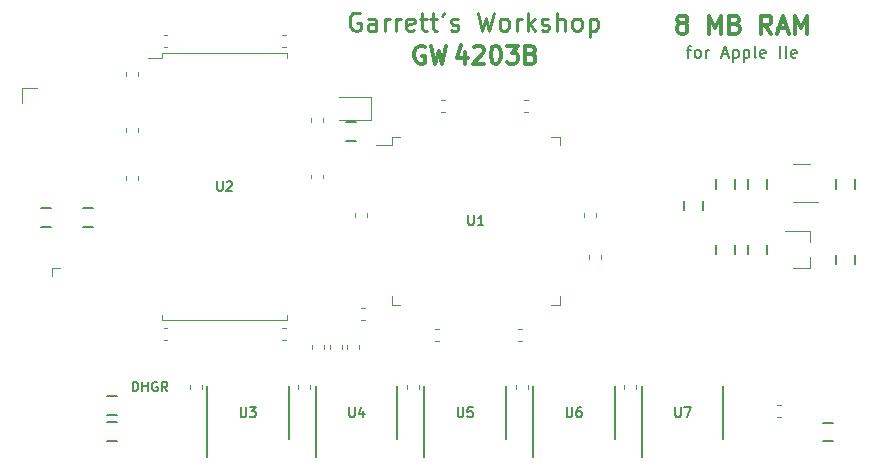
<source format=gto>
G04 #@! TF.GenerationSoftware,KiCad,Pcbnew,(5.1.10-1-10_14)*
G04 #@! TF.CreationDate,2021-06-01T03:35:06-04:00*
G04 #@! TF.ProjectId,RAM2E,52414d32-452e-46b6-9963-61645f706362,2.0*
G04 #@! TF.SameCoordinates,Original*
G04 #@! TF.FileFunction,Legend,Top*
G04 #@! TF.FilePolarity,Positive*
%FSLAX46Y46*%
G04 Gerber Fmt 4.6, Leading zero omitted, Abs format (unit mm)*
G04 Created by KiCad (PCBNEW (5.1.10-1-10_14)) date 2021-06-01 03:35:06*
%MOMM*%
%LPD*%
G01*
G04 APERTURE LIST*
%ADD10C,0.203200*%
%ADD11C,0.300000*%
%ADD12C,0.225000*%
%ADD13C,0.120000*%
%ADD14C,0.152400*%
%ADD15C,0.150000*%
%ADD16C,0.076200*%
%ADD17C,0.100000*%
%ADD18O,1.800000X1.800000*%
%ADD19C,2.000000*%
%ADD20C,2.100000*%
%ADD21C,2.474900*%
%ADD22C,0.887400*%
%ADD23C,1.090600*%
%ADD24C,1.448000*%
G04 APERTURE END LIST*
D10*
X211019571Y-122795695D02*
X211019571Y-121982895D01*
X211213095Y-121982895D01*
X211329209Y-122021600D01*
X211406619Y-122099009D01*
X211445323Y-122176419D01*
X211484028Y-122331238D01*
X211484028Y-122447352D01*
X211445323Y-122602171D01*
X211406619Y-122679580D01*
X211329209Y-122756990D01*
X211213095Y-122795695D01*
X211019571Y-122795695D01*
X211832371Y-122795695D02*
X211832371Y-121982895D01*
X211832371Y-122369942D02*
X212296828Y-122369942D01*
X212296828Y-122795695D02*
X212296828Y-121982895D01*
X213109628Y-122021600D02*
X213032219Y-121982895D01*
X212916104Y-121982895D01*
X212799990Y-122021600D01*
X212722580Y-122099009D01*
X212683876Y-122176419D01*
X212645171Y-122331238D01*
X212645171Y-122447352D01*
X212683876Y-122602171D01*
X212722580Y-122679580D01*
X212799990Y-122756990D01*
X212916104Y-122795695D01*
X212993514Y-122795695D01*
X213109628Y-122756990D01*
X213148333Y-122718285D01*
X213148333Y-122447352D01*
X212993514Y-122447352D01*
X213961133Y-122795695D02*
X213690200Y-122408647D01*
X213496676Y-122795695D02*
X213496676Y-121982895D01*
X213806314Y-121982895D01*
X213883723Y-122021600D01*
X213922428Y-122060304D01*
X213961133Y-122137714D01*
X213961133Y-122253828D01*
X213922428Y-122331238D01*
X213883723Y-122369942D01*
X213806314Y-122408647D01*
X213496676Y-122408647D01*
D11*
X239193000Y-94039571D02*
X239193000Y-95039571D01*
X238835857Y-93468142D02*
X238478714Y-94539571D01*
X239407285Y-94539571D01*
X239907285Y-93682428D02*
X239978714Y-93611000D01*
X240121571Y-93539571D01*
X240478714Y-93539571D01*
X240621571Y-93611000D01*
X240693000Y-93682428D01*
X240764428Y-93825285D01*
X240764428Y-93968142D01*
X240693000Y-94182428D01*
X239835857Y-95039571D01*
X240764428Y-95039571D01*
X241693000Y-93539571D02*
X241835857Y-93539571D01*
X241978714Y-93611000D01*
X242050142Y-93682428D01*
X242121571Y-93825285D01*
X242193000Y-94111000D01*
X242193000Y-94468142D01*
X242121571Y-94753857D01*
X242050142Y-94896714D01*
X241978714Y-94968142D01*
X241835857Y-95039571D01*
X241693000Y-95039571D01*
X241550142Y-94968142D01*
X241478714Y-94896714D01*
X241407285Y-94753857D01*
X241335857Y-94468142D01*
X241335857Y-94111000D01*
X241407285Y-93825285D01*
X241478714Y-93682428D01*
X241550142Y-93611000D01*
X241693000Y-93539571D01*
X242693000Y-93539571D02*
X243621571Y-93539571D01*
X243121571Y-94111000D01*
X243335857Y-94111000D01*
X243478714Y-94182428D01*
X243550142Y-94253857D01*
X243621571Y-94396714D01*
X243621571Y-94753857D01*
X243550142Y-94896714D01*
X243478714Y-94968142D01*
X243335857Y-95039571D01*
X242907285Y-95039571D01*
X242764428Y-94968142D01*
X242693000Y-94896714D01*
X244764428Y-94253857D02*
X244978714Y-94325285D01*
X245050142Y-94396714D01*
X245121571Y-94539571D01*
X245121571Y-94753857D01*
X245050142Y-94896714D01*
X244978714Y-94968142D01*
X244835857Y-95039571D01*
X244264428Y-95039571D01*
X244264428Y-93539571D01*
X244764428Y-93539571D01*
X244907285Y-93611000D01*
X244978714Y-93682428D01*
X245050142Y-93825285D01*
X245050142Y-93968142D01*
X244978714Y-94111000D01*
X244907285Y-94182428D01*
X244764428Y-94253857D01*
X244264428Y-94253857D01*
X257410857Y-91639571D02*
X257265714Y-91567000D01*
X257193142Y-91494428D01*
X257120571Y-91349285D01*
X257120571Y-91276714D01*
X257193142Y-91131571D01*
X257265714Y-91059000D01*
X257410857Y-90986428D01*
X257701142Y-90986428D01*
X257846285Y-91059000D01*
X257918857Y-91131571D01*
X257991428Y-91276714D01*
X257991428Y-91349285D01*
X257918857Y-91494428D01*
X257846285Y-91567000D01*
X257701142Y-91639571D01*
X257410857Y-91639571D01*
X257265714Y-91712142D01*
X257193142Y-91784714D01*
X257120571Y-91929857D01*
X257120571Y-92220142D01*
X257193142Y-92365285D01*
X257265714Y-92437857D01*
X257410857Y-92510428D01*
X257701142Y-92510428D01*
X257846285Y-92437857D01*
X257918857Y-92365285D01*
X257991428Y-92220142D01*
X257991428Y-91929857D01*
X257918857Y-91784714D01*
X257846285Y-91712142D01*
X257701142Y-91639571D01*
X259805714Y-92510428D02*
X259805714Y-90986428D01*
X260313714Y-92075000D01*
X260821714Y-90986428D01*
X260821714Y-92510428D01*
X262055428Y-91712142D02*
X262273142Y-91784714D01*
X262345714Y-91857285D01*
X262418285Y-92002428D01*
X262418285Y-92220142D01*
X262345714Y-92365285D01*
X262273142Y-92437857D01*
X262128000Y-92510428D01*
X261547428Y-92510428D01*
X261547428Y-90986428D01*
X262055428Y-90986428D01*
X262200571Y-91059000D01*
X262273142Y-91131571D01*
X262345714Y-91276714D01*
X262345714Y-91421857D01*
X262273142Y-91567000D01*
X262200571Y-91639571D01*
X262055428Y-91712142D01*
X261547428Y-91712142D01*
X265103428Y-92510428D02*
X264595428Y-91784714D01*
X264232571Y-92510428D02*
X264232571Y-90986428D01*
X264813142Y-90986428D01*
X264958285Y-91059000D01*
X265030857Y-91131571D01*
X265103428Y-91276714D01*
X265103428Y-91494428D01*
X265030857Y-91639571D01*
X264958285Y-91712142D01*
X264813142Y-91784714D01*
X264232571Y-91784714D01*
X265684000Y-92075000D02*
X266409714Y-92075000D01*
X265538857Y-92510428D02*
X266046857Y-90986428D01*
X266554857Y-92510428D01*
X267062857Y-92510428D02*
X267062857Y-90986428D01*
X267570857Y-92075000D01*
X268078857Y-90986428D01*
X268078857Y-92510428D01*
X235731571Y-93611000D02*
X235588714Y-93539571D01*
X235374428Y-93539571D01*
X235160142Y-93611000D01*
X235017285Y-93753857D01*
X234945857Y-93896714D01*
X234874428Y-94182428D01*
X234874428Y-94396714D01*
X234945857Y-94682428D01*
X235017285Y-94825285D01*
X235160142Y-94968142D01*
X235374428Y-95039571D01*
X235517285Y-95039571D01*
X235731571Y-94968142D01*
X235803000Y-94896714D01*
X235803000Y-94396714D01*
X235517285Y-94396714D01*
X236303000Y-93539571D02*
X236660142Y-95039571D01*
X236945857Y-93968142D01*
X237231571Y-95039571D01*
X237588714Y-93539571D01*
D10*
X257918857Y-93889285D02*
X258305904Y-93889285D01*
X258064000Y-94566619D02*
X258064000Y-93695761D01*
X258112380Y-93599000D01*
X258209142Y-93550619D01*
X258305904Y-93550619D01*
X258789714Y-94566619D02*
X258692952Y-94518238D01*
X258644571Y-94469857D01*
X258596190Y-94373095D01*
X258596190Y-94082809D01*
X258644571Y-93986047D01*
X258692952Y-93937666D01*
X258789714Y-93889285D01*
X258934857Y-93889285D01*
X259031619Y-93937666D01*
X259080000Y-93986047D01*
X259128380Y-94082809D01*
X259128380Y-94373095D01*
X259080000Y-94469857D01*
X259031619Y-94518238D01*
X258934857Y-94566619D01*
X258789714Y-94566619D01*
X259563809Y-94566619D02*
X259563809Y-93889285D01*
X259563809Y-94082809D02*
X259612190Y-93986047D01*
X259660571Y-93937666D01*
X259757333Y-93889285D01*
X259854095Y-93889285D01*
X260918476Y-94276333D02*
X261402285Y-94276333D01*
X260821714Y-94566619D02*
X261160380Y-93550619D01*
X261499047Y-94566619D01*
X261837714Y-93889285D02*
X261837714Y-94905285D01*
X261837714Y-93937666D02*
X261934476Y-93889285D01*
X262128000Y-93889285D01*
X262224761Y-93937666D01*
X262273142Y-93986047D01*
X262321523Y-94082809D01*
X262321523Y-94373095D01*
X262273142Y-94469857D01*
X262224761Y-94518238D01*
X262128000Y-94566619D01*
X261934476Y-94566619D01*
X261837714Y-94518238D01*
X262756952Y-93889285D02*
X262756952Y-94905285D01*
X262756952Y-93937666D02*
X262853714Y-93889285D01*
X263047238Y-93889285D01*
X263144000Y-93937666D01*
X263192380Y-93986047D01*
X263240761Y-94082809D01*
X263240761Y-94373095D01*
X263192380Y-94469857D01*
X263144000Y-94518238D01*
X263047238Y-94566619D01*
X262853714Y-94566619D01*
X262756952Y-94518238D01*
X263821333Y-94566619D02*
X263724571Y-94518238D01*
X263676190Y-94421476D01*
X263676190Y-93550619D01*
X264595428Y-94518238D02*
X264498666Y-94566619D01*
X264305142Y-94566619D01*
X264208380Y-94518238D01*
X264160000Y-94421476D01*
X264160000Y-94034428D01*
X264208380Y-93937666D01*
X264305142Y-93889285D01*
X264498666Y-93889285D01*
X264595428Y-93937666D01*
X264643809Y-94034428D01*
X264643809Y-94131190D01*
X264160000Y-94227952D01*
X265853333Y-94566619D02*
X265853333Y-93550619D01*
X266337142Y-94566619D02*
X266337142Y-93550619D01*
X267208000Y-94518238D02*
X267111238Y-94566619D01*
X266917714Y-94566619D01*
X266820952Y-94518238D01*
X266772571Y-94421476D01*
X266772571Y-94034428D01*
X266820952Y-93937666D01*
X266917714Y-93889285D01*
X267111238Y-93889285D01*
X267208000Y-93937666D01*
X267256380Y-94034428D01*
X267256380Y-94131190D01*
X266772571Y-94227952D01*
D12*
X230251000Y-90805000D02*
X230105857Y-90732428D01*
X229888142Y-90732428D01*
X229670428Y-90805000D01*
X229525285Y-90950142D01*
X229452714Y-91095285D01*
X229380142Y-91385571D01*
X229380142Y-91603285D01*
X229452714Y-91893571D01*
X229525285Y-92038714D01*
X229670428Y-92183857D01*
X229888142Y-92256428D01*
X230033285Y-92256428D01*
X230251000Y-92183857D01*
X230323571Y-92111285D01*
X230323571Y-91603285D01*
X230033285Y-91603285D01*
X231629857Y-92256428D02*
X231629857Y-91458142D01*
X231557285Y-91313000D01*
X231412142Y-91240428D01*
X231121857Y-91240428D01*
X230976714Y-91313000D01*
X231629857Y-92183857D02*
X231484714Y-92256428D01*
X231121857Y-92256428D01*
X230976714Y-92183857D01*
X230904142Y-92038714D01*
X230904142Y-91893571D01*
X230976714Y-91748428D01*
X231121857Y-91675857D01*
X231484714Y-91675857D01*
X231629857Y-91603285D01*
X232355571Y-92256428D02*
X232355571Y-91240428D01*
X232355571Y-91530714D02*
X232428142Y-91385571D01*
X232500714Y-91313000D01*
X232645857Y-91240428D01*
X232791000Y-91240428D01*
X233299000Y-92256428D02*
X233299000Y-91240428D01*
X233299000Y-91530714D02*
X233371571Y-91385571D01*
X233444142Y-91313000D01*
X233589285Y-91240428D01*
X233734428Y-91240428D01*
X234823000Y-92183857D02*
X234677857Y-92256428D01*
X234387571Y-92256428D01*
X234242428Y-92183857D01*
X234169857Y-92038714D01*
X234169857Y-91458142D01*
X234242428Y-91313000D01*
X234387571Y-91240428D01*
X234677857Y-91240428D01*
X234823000Y-91313000D01*
X234895571Y-91458142D01*
X234895571Y-91603285D01*
X234169857Y-91748428D01*
X235331000Y-91240428D02*
X235911571Y-91240428D01*
X235548714Y-90732428D02*
X235548714Y-92038714D01*
X235621285Y-92183857D01*
X235766428Y-92256428D01*
X235911571Y-92256428D01*
X236201857Y-91240428D02*
X236782428Y-91240428D01*
X236419571Y-90732428D02*
X236419571Y-92038714D01*
X236492142Y-92183857D01*
X236637285Y-92256428D01*
X236782428Y-92256428D01*
X237363000Y-90732428D02*
X237363000Y-90805000D01*
X237290428Y-90950142D01*
X237217857Y-91022714D01*
X237943571Y-92183857D02*
X238088714Y-92256428D01*
X238379000Y-92256428D01*
X238524142Y-92183857D01*
X238596714Y-92038714D01*
X238596714Y-91966142D01*
X238524142Y-91821000D01*
X238379000Y-91748428D01*
X238161285Y-91748428D01*
X238016142Y-91675857D01*
X237943571Y-91530714D01*
X237943571Y-91458142D01*
X238016142Y-91313000D01*
X238161285Y-91240428D01*
X238379000Y-91240428D01*
X238524142Y-91313000D01*
X240265857Y-90732428D02*
X240628714Y-92256428D01*
X240919000Y-91167857D01*
X241209285Y-92256428D01*
X241572142Y-90732428D01*
X242370428Y-92256428D02*
X242225285Y-92183857D01*
X242152714Y-92111285D01*
X242080142Y-91966142D01*
X242080142Y-91530714D01*
X242152714Y-91385571D01*
X242225285Y-91313000D01*
X242370428Y-91240428D01*
X242588142Y-91240428D01*
X242733285Y-91313000D01*
X242805857Y-91385571D01*
X242878428Y-91530714D01*
X242878428Y-91966142D01*
X242805857Y-92111285D01*
X242733285Y-92183857D01*
X242588142Y-92256428D01*
X242370428Y-92256428D01*
X243531571Y-92256428D02*
X243531571Y-91240428D01*
X243531571Y-91530714D02*
X243604142Y-91385571D01*
X243676714Y-91313000D01*
X243821857Y-91240428D01*
X243967000Y-91240428D01*
X244475000Y-92256428D02*
X244475000Y-90732428D01*
X244620142Y-91675857D02*
X245055571Y-92256428D01*
X245055571Y-91240428D02*
X244475000Y-91821000D01*
X245636142Y-92183857D02*
X245781285Y-92256428D01*
X246071571Y-92256428D01*
X246216714Y-92183857D01*
X246289285Y-92038714D01*
X246289285Y-91966142D01*
X246216714Y-91821000D01*
X246071571Y-91748428D01*
X245853857Y-91748428D01*
X245708714Y-91675857D01*
X245636142Y-91530714D01*
X245636142Y-91458142D01*
X245708714Y-91313000D01*
X245853857Y-91240428D01*
X246071571Y-91240428D01*
X246216714Y-91313000D01*
X246942428Y-92256428D02*
X246942428Y-90732428D01*
X247595571Y-92256428D02*
X247595571Y-91458142D01*
X247523000Y-91313000D01*
X247377857Y-91240428D01*
X247160142Y-91240428D01*
X247015000Y-91313000D01*
X246942428Y-91385571D01*
X248539000Y-92256428D02*
X248393857Y-92183857D01*
X248321285Y-92111285D01*
X248248714Y-91966142D01*
X248248714Y-91530714D01*
X248321285Y-91385571D01*
X248393857Y-91313000D01*
X248539000Y-91240428D01*
X248756714Y-91240428D01*
X248901857Y-91313000D01*
X248974428Y-91385571D01*
X249047000Y-91530714D01*
X249047000Y-91966142D01*
X248974428Y-92111285D01*
X248901857Y-92183857D01*
X248756714Y-92256428D01*
X248539000Y-92256428D01*
X249700142Y-91240428D02*
X249700142Y-92764428D01*
X249700142Y-91313000D02*
X249845285Y-91240428D01*
X250135571Y-91240428D01*
X250280714Y-91313000D01*
X250353285Y-91385571D01*
X250425857Y-91530714D01*
X250425857Y-91966142D01*
X250353285Y-92111285D01*
X250280714Y-92183857D01*
X250135571Y-92256428D01*
X249845285Y-92256428D01*
X249700142Y-92183857D01*
D13*
X228500000Y-99810000D02*
X231185000Y-99810000D01*
X231185000Y-99810000D02*
X231185000Y-97890000D01*
X231185000Y-97890000D02*
X228500000Y-97890000D01*
D14*
X229093600Y-100000000D02*
X229906400Y-100000000D01*
X229093600Y-101600000D02*
X229906400Y-101600000D01*
D13*
X226240000Y-118887221D02*
X226240000Y-119212779D01*
X227260000Y-118887221D02*
X227260000Y-119212779D01*
X228710000Y-118887221D02*
X228710000Y-119212779D01*
X227690000Y-118887221D02*
X227690000Y-119212779D01*
D14*
X272150000Y-105656400D02*
X272150000Y-104843600D01*
X270550000Y-105656400D02*
X270550000Y-104843600D01*
X257700000Y-107456400D02*
X257700000Y-106643600D01*
X259300000Y-107456400D02*
X259300000Y-106643600D01*
D13*
X201616000Y-98425000D02*
X201616000Y-97095000D01*
X201616000Y-97095000D02*
X202946000Y-97095000D01*
X266890000Y-103570000D02*
X268350000Y-103570000D01*
X266890000Y-106730000D02*
X269050000Y-106730000D01*
X265587221Y-123990000D02*
X265912779Y-123990000D01*
X265587221Y-125010000D02*
X265912779Y-125010000D01*
X229140000Y-118887221D02*
X229140000Y-119212779D01*
X230160000Y-118887221D02*
X230160000Y-119212779D01*
X232940000Y-101940000D02*
X231650000Y-101940000D01*
X232940000Y-101240000D02*
X232940000Y-101940000D01*
X233640000Y-101240000D02*
X232940000Y-101240000D01*
X247160000Y-101240000D02*
X247160000Y-101940000D01*
X246460000Y-101240000D02*
X247160000Y-101240000D01*
X232940000Y-115460000D02*
X232940000Y-114760000D01*
X233640000Y-115460000D02*
X232940000Y-115460000D01*
X247160000Y-115460000D02*
X247160000Y-114760000D01*
X246460000Y-115460000D02*
X247160000Y-115460000D01*
X223637221Y-118460000D02*
X223962779Y-118460000D01*
X223637221Y-117440000D02*
X223962779Y-117440000D01*
X213637221Y-92640000D02*
X213962779Y-92640000D01*
X213637221Y-93660000D02*
X213962779Y-93660000D01*
X268410000Y-112380000D02*
X266950000Y-112380000D01*
X268410000Y-109220000D02*
X266250000Y-109220000D01*
X268410000Y-109220000D02*
X268410000Y-110150000D01*
X268410000Y-112380000D02*
X268410000Y-111450000D01*
D15*
X233425000Y-126825000D02*
X233425000Y-122375000D01*
X226525000Y-128350000D02*
X226525000Y-122375000D01*
X224225000Y-126825000D02*
X224225000Y-122375000D01*
X217325000Y-128350000D02*
X217325000Y-122375000D01*
X261025000Y-126825000D02*
X261025000Y-122375000D01*
X254125000Y-128350000D02*
X254125000Y-122375000D01*
X251825000Y-126825000D02*
X251825000Y-122375000D01*
X244925000Y-128350000D02*
X244925000Y-122375000D01*
X242625000Y-126825000D02*
X242625000Y-122375000D01*
X235725000Y-128350000D02*
X235725000Y-122375000D01*
D13*
X204216000Y-112395000D02*
X204851000Y-112395000D01*
X204216000Y-113030000D02*
X204216000Y-112395000D01*
D14*
X207670400Y-108877000D02*
X206857600Y-108877000D01*
X207670400Y-107277000D02*
X206857600Y-107277000D01*
X204114400Y-108877000D02*
X203301600Y-108877000D01*
X204114400Y-107277000D02*
X203301600Y-107277000D01*
X208889600Y-123215500D02*
X209702400Y-123215500D01*
X208889600Y-124815500D02*
X209702400Y-124815500D01*
X208889600Y-125374500D02*
X209702400Y-125374500D01*
X208889600Y-126974500D02*
X209702400Y-126974500D01*
X270281400Y-127038000D02*
X269468600Y-127038000D01*
X270281400Y-125438000D02*
X269468600Y-125438000D01*
X272150000Y-111243600D02*
X272150000Y-112056400D01*
X270550000Y-111243600D02*
X270550000Y-112056400D01*
D13*
X253660000Y-122237221D02*
X253660000Y-122562779D01*
X252640000Y-122237221D02*
X252640000Y-122562779D01*
X235260000Y-122237221D02*
X235260000Y-122562779D01*
X234240000Y-122237221D02*
X234240000Y-122562779D01*
X216860000Y-122237221D02*
X216860000Y-122562779D01*
X215840000Y-122237221D02*
X215840000Y-122562779D01*
X213500000Y-116350000D02*
X213500000Y-116750000D01*
X224100000Y-116350000D02*
X224100000Y-116750000D01*
X224100000Y-94150000D02*
X224100000Y-94550000D01*
X213500000Y-116750000D02*
X224100000Y-116750000D01*
X213500000Y-94150000D02*
X224100000Y-94150000D01*
X213500000Y-94550000D02*
X213500000Y-94150000D01*
X212300000Y-94550000D02*
X213500000Y-94550000D01*
X223637221Y-92640000D02*
X223962779Y-92640000D01*
X223637221Y-93660000D02*
X223962779Y-93660000D01*
X237137221Y-98140000D02*
X237462779Y-98140000D01*
X237137221Y-99160000D02*
X237462779Y-99160000D01*
X230662779Y-116760000D02*
X230337221Y-116760000D01*
X230662779Y-115740000D02*
X230337221Y-115740000D01*
X250660000Y-111287221D02*
X250660000Y-111612779D01*
X249640000Y-111287221D02*
X249640000Y-111612779D01*
X226060000Y-122237221D02*
X226060000Y-122562779D01*
X225040000Y-122237221D02*
X225040000Y-122562779D01*
X244460000Y-122237221D02*
X244460000Y-122562779D01*
X243440000Y-122237221D02*
X243440000Y-122562779D01*
X227110000Y-99637221D02*
X227110000Y-99962779D01*
X226090000Y-99637221D02*
X226090000Y-99962779D01*
X210490000Y-104862779D02*
X210490000Y-104537221D01*
X211510000Y-104862779D02*
X211510000Y-104537221D01*
X229840000Y-108012779D02*
X229840000Y-107687221D01*
X230860000Y-108012779D02*
X230860000Y-107687221D01*
X249240000Y-108012779D02*
X249240000Y-107687221D01*
X250260000Y-108012779D02*
X250260000Y-107687221D01*
X236637221Y-117540000D02*
X236962779Y-117540000D01*
X236637221Y-118560000D02*
X236962779Y-118560000D01*
X243637221Y-117540000D02*
X243962779Y-117540000D01*
X243637221Y-118560000D02*
X243962779Y-118560000D01*
X244137221Y-98140000D02*
X244462779Y-98140000D01*
X244137221Y-99160000D02*
X244462779Y-99160000D01*
X210490000Y-96062779D02*
X210490000Y-95737221D01*
X211510000Y-96062779D02*
X211510000Y-95737221D01*
X210490000Y-100862779D02*
X210490000Y-100537221D01*
X211510000Y-100862779D02*
X211510000Y-100537221D01*
X227110000Y-104437221D02*
X227110000Y-104762779D01*
X226090000Y-104437221D02*
X226090000Y-104762779D01*
X213637221Y-117440000D02*
X213962779Y-117440000D01*
X213637221Y-118460000D02*
X213962779Y-118460000D01*
D14*
X262000000Y-111206400D02*
X262000000Y-110393600D01*
X260400000Y-111206400D02*
X260400000Y-110393600D01*
X264700000Y-111206400D02*
X264700000Y-110393600D01*
X263100000Y-111206400D02*
X263100000Y-110393600D01*
X263100000Y-105656400D02*
X263100000Y-104843600D01*
X264700000Y-105656400D02*
X264700000Y-104843600D01*
X262000000Y-105656400D02*
X262000000Y-104843600D01*
X260400000Y-105656400D02*
X260400000Y-104843600D01*
D10*
X239430723Y-107904895D02*
X239430723Y-108562876D01*
X239469428Y-108640285D01*
X239508133Y-108678990D01*
X239585542Y-108717695D01*
X239740361Y-108717695D01*
X239817771Y-108678990D01*
X239856476Y-108640285D01*
X239895180Y-108562876D01*
X239895180Y-107904895D01*
X240707980Y-108717695D02*
X240243523Y-108717695D01*
X240475752Y-108717695D02*
X240475752Y-107904895D01*
X240398342Y-108021009D01*
X240320933Y-108098419D01*
X240243523Y-108137123D01*
X229355723Y-124154895D02*
X229355723Y-124812876D01*
X229394428Y-124890285D01*
X229433133Y-124928990D01*
X229510542Y-124967695D01*
X229665361Y-124967695D01*
X229742771Y-124928990D01*
X229781476Y-124890285D01*
X229820180Y-124812876D01*
X229820180Y-124154895D01*
X230555571Y-124425828D02*
X230555571Y-124967695D01*
X230362047Y-124116190D02*
X230168523Y-124696761D01*
X230671685Y-124696761D01*
X220155723Y-124154895D02*
X220155723Y-124812876D01*
X220194428Y-124890285D01*
X220233133Y-124928990D01*
X220310542Y-124967695D01*
X220465361Y-124967695D01*
X220542771Y-124928990D01*
X220581476Y-124890285D01*
X220620180Y-124812876D01*
X220620180Y-124154895D01*
X220929819Y-124154895D02*
X221432980Y-124154895D01*
X221162047Y-124464533D01*
X221278161Y-124464533D01*
X221355571Y-124503238D01*
X221394276Y-124541942D01*
X221432980Y-124619352D01*
X221432980Y-124812876D01*
X221394276Y-124890285D01*
X221355571Y-124928990D01*
X221278161Y-124967695D01*
X221045933Y-124967695D01*
X220968523Y-124928990D01*
X220929819Y-124890285D01*
X256955723Y-124154895D02*
X256955723Y-124812876D01*
X256994428Y-124890285D01*
X257033133Y-124928990D01*
X257110542Y-124967695D01*
X257265361Y-124967695D01*
X257342771Y-124928990D01*
X257381476Y-124890285D01*
X257420180Y-124812876D01*
X257420180Y-124154895D01*
X257729819Y-124154895D02*
X258271685Y-124154895D01*
X257923342Y-124967695D01*
X247755723Y-124154895D02*
X247755723Y-124812876D01*
X247794428Y-124890285D01*
X247833133Y-124928990D01*
X247910542Y-124967695D01*
X248065361Y-124967695D01*
X248142771Y-124928990D01*
X248181476Y-124890285D01*
X248220180Y-124812876D01*
X248220180Y-124154895D01*
X248955571Y-124154895D02*
X248800752Y-124154895D01*
X248723342Y-124193600D01*
X248684638Y-124232304D01*
X248607228Y-124348419D01*
X248568523Y-124503238D01*
X248568523Y-124812876D01*
X248607228Y-124890285D01*
X248645933Y-124928990D01*
X248723342Y-124967695D01*
X248878161Y-124967695D01*
X248955571Y-124928990D01*
X248994276Y-124890285D01*
X249032980Y-124812876D01*
X249032980Y-124619352D01*
X248994276Y-124541942D01*
X248955571Y-124503238D01*
X248878161Y-124464533D01*
X248723342Y-124464533D01*
X248645933Y-124503238D01*
X248607228Y-124541942D01*
X248568523Y-124619352D01*
X238555723Y-124154895D02*
X238555723Y-124812876D01*
X238594428Y-124890285D01*
X238633133Y-124928990D01*
X238710542Y-124967695D01*
X238865361Y-124967695D01*
X238942771Y-124928990D01*
X238981476Y-124890285D01*
X239020180Y-124812876D01*
X239020180Y-124154895D01*
X239794276Y-124154895D02*
X239407228Y-124154895D01*
X239368523Y-124541942D01*
X239407228Y-124503238D01*
X239484638Y-124464533D01*
X239678161Y-124464533D01*
X239755571Y-124503238D01*
X239794276Y-124541942D01*
X239832980Y-124619352D01*
X239832980Y-124812876D01*
X239794276Y-124890285D01*
X239755571Y-124928990D01*
X239678161Y-124967695D01*
X239484638Y-124967695D01*
X239407228Y-124928990D01*
X239368523Y-124890285D01*
X218180723Y-105004895D02*
X218180723Y-105662876D01*
X218219428Y-105740285D01*
X218258133Y-105778990D01*
X218335542Y-105817695D01*
X218490361Y-105817695D01*
X218567771Y-105778990D01*
X218606476Y-105740285D01*
X218645180Y-105662876D01*
X218645180Y-105004895D01*
X218993523Y-105082304D02*
X219032228Y-105043600D01*
X219109638Y-105004895D01*
X219303161Y-105004895D01*
X219380571Y-105043600D01*
X219419276Y-105082304D01*
X219457980Y-105159714D01*
X219457980Y-105237123D01*
X219419276Y-105353238D01*
X218954819Y-105817695D01*
X219457980Y-105817695D01*
%LPC*%
D16*
G36*
X213360000Y-124460000D02*
G01*
X211582000Y-124460000D01*
X211582000Y-123571000D01*
X213360000Y-123571000D01*
X213360000Y-124460000D01*
G37*
X213360000Y-124460000D02*
X211582000Y-124460000D01*
X211582000Y-123571000D01*
X213360000Y-123571000D01*
X213360000Y-124460000D01*
D17*
G36*
X276860000Y-139446000D02*
G01*
X276352000Y-139954000D01*
X198628000Y-139954000D01*
X198120000Y-139446000D01*
X198120000Y-132080000D01*
X276860000Y-132080000D01*
X276860000Y-139446000D01*
G37*
G36*
G01*
X229100000Y-98368750D02*
X229100000Y-99331250D01*
G75*
G02*
X228831250Y-99600000I-268750J0D01*
G01*
X228293750Y-99600000D01*
G75*
G02*
X228025000Y-99331250I0J268750D01*
G01*
X228025000Y-98368750D01*
G75*
G02*
X228293750Y-98100000I268750J0D01*
G01*
X228831250Y-98100000D01*
G75*
G02*
X229100000Y-98368750I0J-268750D01*
G01*
G37*
G36*
G01*
X230975000Y-98368750D02*
X230975000Y-99331250D01*
G75*
G02*
X230706250Y-99600000I-268750J0D01*
G01*
X230168750Y-99600000D01*
G75*
G02*
X229900000Y-99331250I0J268750D01*
G01*
X229900000Y-98368750D01*
G75*
G02*
X230168750Y-98100000I268750J0D01*
G01*
X230706250Y-98100000D01*
G75*
G02*
X230975000Y-98368750I0J-268750D01*
G01*
G37*
G36*
G01*
X229975000Y-101312500D02*
X229975000Y-100287500D01*
G75*
G02*
X230212500Y-100050000I237500J0D01*
G01*
X230687500Y-100050000D01*
G75*
G02*
X230925000Y-100287500I0J-237500D01*
G01*
X230925000Y-101312500D01*
G75*
G02*
X230687500Y-101550000I-237500J0D01*
G01*
X230212500Y-101550000D01*
G75*
G02*
X229975000Y-101312500I0J237500D01*
G01*
G37*
G36*
G01*
X228075000Y-101312500D02*
X228075000Y-100287500D01*
G75*
G02*
X228312500Y-100050000I237500J0D01*
G01*
X228787500Y-100050000D01*
G75*
G02*
X229025000Y-100287500I0J-237500D01*
G01*
X229025000Y-101312500D01*
G75*
G02*
X228787500Y-101550000I-237500J0D01*
G01*
X228312500Y-101550000D01*
G75*
G02*
X228075000Y-101312500I0J237500D01*
G01*
G37*
G36*
G01*
X226425000Y-117850000D02*
X227075000Y-117850000D01*
G75*
G02*
X227275000Y-118050000I0J-200000D01*
G01*
X227275000Y-118450000D01*
G75*
G02*
X227075000Y-118650000I-200000J0D01*
G01*
X226425000Y-118650000D01*
G75*
G02*
X226225000Y-118450000I0J200000D01*
G01*
X226225000Y-118050000D01*
G75*
G02*
X226425000Y-117850000I200000J0D01*
G01*
G37*
G36*
G01*
X226425000Y-119450000D02*
X227075000Y-119450000D01*
G75*
G02*
X227275000Y-119650000I0J-200000D01*
G01*
X227275000Y-120050000D01*
G75*
G02*
X227075000Y-120250000I-200000J0D01*
G01*
X226425000Y-120250000D01*
G75*
G02*
X226225000Y-120050000I0J200000D01*
G01*
X226225000Y-119650000D01*
G75*
G02*
X226425000Y-119450000I200000J0D01*
G01*
G37*
G36*
G01*
X227875000Y-119450000D02*
X228525000Y-119450000D01*
G75*
G02*
X228725000Y-119650000I0J-200000D01*
G01*
X228725000Y-120050000D01*
G75*
G02*
X228525000Y-120250000I-200000J0D01*
G01*
X227875000Y-120250000D01*
G75*
G02*
X227675000Y-120050000I0J200000D01*
G01*
X227675000Y-119650000D01*
G75*
G02*
X227875000Y-119450000I200000J0D01*
G01*
G37*
G36*
G01*
X227875000Y-117850000D02*
X228525000Y-117850000D01*
G75*
G02*
X228725000Y-118050000I0J-200000D01*
G01*
X228725000Y-118450000D01*
G75*
G02*
X228525000Y-118650000I-200000J0D01*
G01*
X227875000Y-118650000D01*
G75*
G02*
X227675000Y-118450000I0J200000D01*
G01*
X227675000Y-118050000D01*
G75*
G02*
X227875000Y-117850000I200000J0D01*
G01*
G37*
G36*
G01*
X271812500Y-106675000D02*
X270887500Y-106675000D01*
G75*
G02*
X270600000Y-106387500I0J287500D01*
G01*
X270600000Y-105812500D01*
G75*
G02*
X270887500Y-105525000I287500J0D01*
G01*
X271812500Y-105525000D01*
G75*
G02*
X272100000Y-105812500I0J-287500D01*
G01*
X272100000Y-106387500D01*
G75*
G02*
X271812500Y-106675000I-287500J0D01*
G01*
G37*
G36*
G01*
X271812500Y-104975000D02*
X270887500Y-104975000D01*
G75*
G02*
X270600000Y-104687500I0J287500D01*
G01*
X270600000Y-104112500D01*
G75*
G02*
X270887500Y-103825000I287500J0D01*
G01*
X271812500Y-103825000D01*
G75*
G02*
X272100000Y-104112500I0J-287500D01*
G01*
X272100000Y-104687500D01*
G75*
G02*
X271812500Y-104975000I-287500J0D01*
G01*
G37*
G36*
G01*
X259012500Y-106575000D02*
X257987500Y-106575000D01*
G75*
G02*
X257750000Y-106337500I0J237500D01*
G01*
X257750000Y-105862500D01*
G75*
G02*
X257987500Y-105625000I237500J0D01*
G01*
X259012500Y-105625000D01*
G75*
G02*
X259250000Y-105862500I0J-237500D01*
G01*
X259250000Y-106337500D01*
G75*
G02*
X259012500Y-106575000I-237500J0D01*
G01*
G37*
G36*
G01*
X259012500Y-108475000D02*
X257987500Y-108475000D01*
G75*
G02*
X257750000Y-108237500I0J237500D01*
G01*
X257750000Y-107762500D01*
G75*
G02*
X257987500Y-107525000I237500J0D01*
G01*
X259012500Y-107525000D01*
G75*
G02*
X259250000Y-107762500I0J-237500D01*
G01*
X259250000Y-108237500D01*
G75*
G02*
X259012500Y-108475000I-237500J0D01*
G01*
G37*
D18*
X202946000Y-100965000D03*
G36*
G01*
X202046000Y-99275000D02*
X202046000Y-97575000D01*
G75*
G02*
X202096000Y-97525000I50000J0D01*
G01*
X203796000Y-97525000D01*
G75*
G02*
X203846000Y-97575000I0J-50000D01*
G01*
X203846000Y-99275000D01*
G75*
G02*
X203796000Y-99325000I-50000J0D01*
G01*
X202096000Y-99325000D01*
G75*
G02*
X202046000Y-99275000I0J50000D01*
G01*
G37*
G36*
G01*
X269425000Y-105912500D02*
X269425000Y-106287500D01*
G75*
G02*
X269237500Y-106475000I-187500J0D01*
G01*
X268162500Y-106475000D01*
G75*
G02*
X267975000Y-106287500I0J187500D01*
G01*
X267975000Y-105912500D01*
G75*
G02*
X268162500Y-105725000I187500J0D01*
G01*
X269237500Y-105725000D01*
G75*
G02*
X269425000Y-105912500I0J-187500D01*
G01*
G37*
G36*
G01*
X269425000Y-104012500D02*
X269425000Y-104387500D01*
G75*
G02*
X269237500Y-104575000I-187500J0D01*
G01*
X268162500Y-104575000D01*
G75*
G02*
X267975000Y-104387500I0J187500D01*
G01*
X267975000Y-104012500D01*
G75*
G02*
X268162500Y-103825000I187500J0D01*
G01*
X269237500Y-103825000D01*
G75*
G02*
X269425000Y-104012500I0J-187500D01*
G01*
G37*
G36*
G01*
X269425000Y-104962500D02*
X269425000Y-105337500D01*
G75*
G02*
X269237500Y-105525000I-187500J0D01*
G01*
X268162500Y-105525000D01*
G75*
G02*
X267975000Y-105337500I0J187500D01*
G01*
X267975000Y-104962500D01*
G75*
G02*
X268162500Y-104775000I187500J0D01*
G01*
X269237500Y-104775000D01*
G75*
G02*
X269425000Y-104962500I0J-187500D01*
G01*
G37*
G36*
G01*
X267325000Y-105912500D02*
X267325000Y-106287500D01*
G75*
G02*
X267137500Y-106475000I-187500J0D01*
G01*
X266062500Y-106475000D01*
G75*
G02*
X265875000Y-106287500I0J187500D01*
G01*
X265875000Y-105912500D01*
G75*
G02*
X266062500Y-105725000I187500J0D01*
G01*
X267137500Y-105725000D01*
G75*
G02*
X267325000Y-105912500I0J-187500D01*
G01*
G37*
G36*
G01*
X267325000Y-104012500D02*
X267325000Y-104387500D01*
G75*
G02*
X267137500Y-104575000I-187500J0D01*
G01*
X266062500Y-104575000D01*
G75*
G02*
X265875000Y-104387500I0J187500D01*
G01*
X265875000Y-104012500D01*
G75*
G02*
X266062500Y-103825000I187500J0D01*
G01*
X267137500Y-103825000D01*
G75*
G02*
X267325000Y-104012500I0J-187500D01*
G01*
G37*
G36*
G01*
X266150000Y-124825000D02*
X266150000Y-124175000D01*
G75*
G02*
X266350000Y-123975000I200000J0D01*
G01*
X266750000Y-123975000D01*
G75*
G02*
X266950000Y-124175000I0J-200000D01*
G01*
X266950000Y-124825000D01*
G75*
G02*
X266750000Y-125025000I-200000J0D01*
G01*
X266350000Y-125025000D01*
G75*
G02*
X266150000Y-124825000I0J200000D01*
G01*
G37*
G36*
G01*
X264550000Y-124825000D02*
X264550000Y-124175000D01*
G75*
G02*
X264750000Y-123975000I200000J0D01*
G01*
X265150000Y-123975000D01*
G75*
G02*
X265350000Y-124175000I0J-200000D01*
G01*
X265350000Y-124825000D01*
G75*
G02*
X265150000Y-125025000I-200000J0D01*
G01*
X264750000Y-125025000D01*
G75*
G02*
X264550000Y-124825000I0J200000D01*
G01*
G37*
G36*
G01*
X229325000Y-117850000D02*
X229975000Y-117850000D01*
G75*
G02*
X230175000Y-118050000I0J-200000D01*
G01*
X230175000Y-118450000D01*
G75*
G02*
X229975000Y-118650000I-200000J0D01*
G01*
X229325000Y-118650000D01*
G75*
G02*
X229125000Y-118450000I0J200000D01*
G01*
X229125000Y-118050000D01*
G75*
G02*
X229325000Y-117850000I200000J0D01*
G01*
G37*
G36*
G01*
X229325000Y-119450000D02*
X229975000Y-119450000D01*
G75*
G02*
X230175000Y-119650000I0J-200000D01*
G01*
X230175000Y-120050000D01*
G75*
G02*
X229975000Y-120250000I-200000J0D01*
G01*
X229325000Y-120250000D01*
G75*
G02*
X229125000Y-120050000I0J200000D01*
G01*
X229125000Y-119650000D01*
G75*
G02*
X229325000Y-119450000I200000J0D01*
G01*
G37*
G36*
G01*
X231626000Y-102437000D02*
X231626000Y-102263000D01*
G75*
G02*
X231713000Y-102176000I87000J0D01*
G01*
X233062000Y-102176000D01*
G75*
G02*
X233149000Y-102263000I0J-87000D01*
G01*
X233149000Y-102437000D01*
G75*
G02*
X233062000Y-102524000I-87000J0D01*
G01*
X231713000Y-102524000D01*
G75*
G02*
X231626000Y-102437000I0J87000D01*
G01*
G37*
G36*
G01*
X231626000Y-102937000D02*
X231626000Y-102763000D01*
G75*
G02*
X231713000Y-102676000I87000J0D01*
G01*
X233062000Y-102676000D01*
G75*
G02*
X233149000Y-102763000I0J-87000D01*
G01*
X233149000Y-102937000D01*
G75*
G02*
X233062000Y-103024000I-87000J0D01*
G01*
X231713000Y-103024000D01*
G75*
G02*
X231626000Y-102937000I0J87000D01*
G01*
G37*
G36*
G01*
X231626000Y-103437000D02*
X231626000Y-103263000D01*
G75*
G02*
X231713000Y-103176000I87000J0D01*
G01*
X233062000Y-103176000D01*
G75*
G02*
X233149000Y-103263000I0J-87000D01*
G01*
X233149000Y-103437000D01*
G75*
G02*
X233062000Y-103524000I-87000J0D01*
G01*
X231713000Y-103524000D01*
G75*
G02*
X231626000Y-103437000I0J87000D01*
G01*
G37*
G36*
G01*
X231626000Y-103937000D02*
X231626000Y-103763000D01*
G75*
G02*
X231713000Y-103676000I87000J0D01*
G01*
X233062000Y-103676000D01*
G75*
G02*
X233149000Y-103763000I0J-87000D01*
G01*
X233149000Y-103937000D01*
G75*
G02*
X233062000Y-104024000I-87000J0D01*
G01*
X231713000Y-104024000D01*
G75*
G02*
X231626000Y-103937000I0J87000D01*
G01*
G37*
G36*
G01*
X231626000Y-104437000D02*
X231626000Y-104263000D01*
G75*
G02*
X231713000Y-104176000I87000J0D01*
G01*
X233062000Y-104176000D01*
G75*
G02*
X233149000Y-104263000I0J-87000D01*
G01*
X233149000Y-104437000D01*
G75*
G02*
X233062000Y-104524000I-87000J0D01*
G01*
X231713000Y-104524000D01*
G75*
G02*
X231626000Y-104437000I0J87000D01*
G01*
G37*
G36*
G01*
X231626000Y-104937000D02*
X231626000Y-104763000D01*
G75*
G02*
X231713000Y-104676000I87000J0D01*
G01*
X233062000Y-104676000D01*
G75*
G02*
X233149000Y-104763000I0J-87000D01*
G01*
X233149000Y-104937000D01*
G75*
G02*
X233062000Y-105024000I-87000J0D01*
G01*
X231713000Y-105024000D01*
G75*
G02*
X231626000Y-104937000I0J87000D01*
G01*
G37*
G36*
G01*
X231626000Y-105437000D02*
X231626000Y-105263000D01*
G75*
G02*
X231713000Y-105176000I87000J0D01*
G01*
X233062000Y-105176000D01*
G75*
G02*
X233149000Y-105263000I0J-87000D01*
G01*
X233149000Y-105437000D01*
G75*
G02*
X233062000Y-105524000I-87000J0D01*
G01*
X231713000Y-105524000D01*
G75*
G02*
X231626000Y-105437000I0J87000D01*
G01*
G37*
G36*
G01*
X231626000Y-105937000D02*
X231626000Y-105763000D01*
G75*
G02*
X231713000Y-105676000I87000J0D01*
G01*
X233062000Y-105676000D01*
G75*
G02*
X233149000Y-105763000I0J-87000D01*
G01*
X233149000Y-105937000D01*
G75*
G02*
X233062000Y-106024000I-87000J0D01*
G01*
X231713000Y-106024000D01*
G75*
G02*
X231626000Y-105937000I0J87000D01*
G01*
G37*
G36*
G01*
X231626000Y-106437000D02*
X231626000Y-106263000D01*
G75*
G02*
X231713000Y-106176000I87000J0D01*
G01*
X233062000Y-106176000D01*
G75*
G02*
X233149000Y-106263000I0J-87000D01*
G01*
X233149000Y-106437000D01*
G75*
G02*
X233062000Y-106524000I-87000J0D01*
G01*
X231713000Y-106524000D01*
G75*
G02*
X231626000Y-106437000I0J87000D01*
G01*
G37*
G36*
G01*
X231626000Y-106937000D02*
X231626000Y-106763000D01*
G75*
G02*
X231713000Y-106676000I87000J0D01*
G01*
X233062000Y-106676000D01*
G75*
G02*
X233149000Y-106763000I0J-87000D01*
G01*
X233149000Y-106937000D01*
G75*
G02*
X233062000Y-107024000I-87000J0D01*
G01*
X231713000Y-107024000D01*
G75*
G02*
X231626000Y-106937000I0J87000D01*
G01*
G37*
G36*
G01*
X231626000Y-107437000D02*
X231626000Y-107263000D01*
G75*
G02*
X231713000Y-107176000I87000J0D01*
G01*
X233062000Y-107176000D01*
G75*
G02*
X233149000Y-107263000I0J-87000D01*
G01*
X233149000Y-107437000D01*
G75*
G02*
X233062000Y-107524000I-87000J0D01*
G01*
X231713000Y-107524000D01*
G75*
G02*
X231626000Y-107437000I0J87000D01*
G01*
G37*
G36*
G01*
X231626000Y-107937000D02*
X231626000Y-107763000D01*
G75*
G02*
X231713000Y-107676000I87000J0D01*
G01*
X233062000Y-107676000D01*
G75*
G02*
X233149000Y-107763000I0J-87000D01*
G01*
X233149000Y-107937000D01*
G75*
G02*
X233062000Y-108024000I-87000J0D01*
G01*
X231713000Y-108024000D01*
G75*
G02*
X231626000Y-107937000I0J87000D01*
G01*
G37*
G36*
G01*
X231626000Y-108437000D02*
X231626000Y-108263000D01*
G75*
G02*
X231713000Y-108176000I87000J0D01*
G01*
X233062000Y-108176000D01*
G75*
G02*
X233149000Y-108263000I0J-87000D01*
G01*
X233149000Y-108437000D01*
G75*
G02*
X233062000Y-108524000I-87000J0D01*
G01*
X231713000Y-108524000D01*
G75*
G02*
X231626000Y-108437000I0J87000D01*
G01*
G37*
G36*
G01*
X231626000Y-108937000D02*
X231626000Y-108763000D01*
G75*
G02*
X231713000Y-108676000I87000J0D01*
G01*
X233062000Y-108676000D01*
G75*
G02*
X233149000Y-108763000I0J-87000D01*
G01*
X233149000Y-108937000D01*
G75*
G02*
X233062000Y-109024000I-87000J0D01*
G01*
X231713000Y-109024000D01*
G75*
G02*
X231626000Y-108937000I0J87000D01*
G01*
G37*
G36*
G01*
X231626000Y-109437000D02*
X231626000Y-109263000D01*
G75*
G02*
X231713000Y-109176000I87000J0D01*
G01*
X233062000Y-109176000D01*
G75*
G02*
X233149000Y-109263000I0J-87000D01*
G01*
X233149000Y-109437000D01*
G75*
G02*
X233062000Y-109524000I-87000J0D01*
G01*
X231713000Y-109524000D01*
G75*
G02*
X231626000Y-109437000I0J87000D01*
G01*
G37*
G36*
G01*
X231626000Y-109937000D02*
X231626000Y-109763000D01*
G75*
G02*
X231713000Y-109676000I87000J0D01*
G01*
X233062000Y-109676000D01*
G75*
G02*
X233149000Y-109763000I0J-87000D01*
G01*
X233149000Y-109937000D01*
G75*
G02*
X233062000Y-110024000I-87000J0D01*
G01*
X231713000Y-110024000D01*
G75*
G02*
X231626000Y-109937000I0J87000D01*
G01*
G37*
G36*
G01*
X231626000Y-110437000D02*
X231626000Y-110263000D01*
G75*
G02*
X231713000Y-110176000I87000J0D01*
G01*
X233062000Y-110176000D01*
G75*
G02*
X233149000Y-110263000I0J-87000D01*
G01*
X233149000Y-110437000D01*
G75*
G02*
X233062000Y-110524000I-87000J0D01*
G01*
X231713000Y-110524000D01*
G75*
G02*
X231626000Y-110437000I0J87000D01*
G01*
G37*
G36*
G01*
X231626000Y-110937000D02*
X231626000Y-110763000D01*
G75*
G02*
X231713000Y-110676000I87000J0D01*
G01*
X233062000Y-110676000D01*
G75*
G02*
X233149000Y-110763000I0J-87000D01*
G01*
X233149000Y-110937000D01*
G75*
G02*
X233062000Y-111024000I-87000J0D01*
G01*
X231713000Y-111024000D01*
G75*
G02*
X231626000Y-110937000I0J87000D01*
G01*
G37*
G36*
G01*
X231626000Y-111437000D02*
X231626000Y-111263000D01*
G75*
G02*
X231713000Y-111176000I87000J0D01*
G01*
X233062000Y-111176000D01*
G75*
G02*
X233149000Y-111263000I0J-87000D01*
G01*
X233149000Y-111437000D01*
G75*
G02*
X233062000Y-111524000I-87000J0D01*
G01*
X231713000Y-111524000D01*
G75*
G02*
X231626000Y-111437000I0J87000D01*
G01*
G37*
G36*
G01*
X231626000Y-111937000D02*
X231626000Y-111763000D01*
G75*
G02*
X231713000Y-111676000I87000J0D01*
G01*
X233062000Y-111676000D01*
G75*
G02*
X233149000Y-111763000I0J-87000D01*
G01*
X233149000Y-111937000D01*
G75*
G02*
X233062000Y-112024000I-87000J0D01*
G01*
X231713000Y-112024000D01*
G75*
G02*
X231626000Y-111937000I0J87000D01*
G01*
G37*
G36*
G01*
X231626000Y-112437000D02*
X231626000Y-112263000D01*
G75*
G02*
X231713000Y-112176000I87000J0D01*
G01*
X233062000Y-112176000D01*
G75*
G02*
X233149000Y-112263000I0J-87000D01*
G01*
X233149000Y-112437000D01*
G75*
G02*
X233062000Y-112524000I-87000J0D01*
G01*
X231713000Y-112524000D01*
G75*
G02*
X231626000Y-112437000I0J87000D01*
G01*
G37*
G36*
G01*
X231626000Y-112937000D02*
X231626000Y-112763000D01*
G75*
G02*
X231713000Y-112676000I87000J0D01*
G01*
X233062000Y-112676000D01*
G75*
G02*
X233149000Y-112763000I0J-87000D01*
G01*
X233149000Y-112937000D01*
G75*
G02*
X233062000Y-113024000I-87000J0D01*
G01*
X231713000Y-113024000D01*
G75*
G02*
X231626000Y-112937000I0J87000D01*
G01*
G37*
G36*
G01*
X231626000Y-113437000D02*
X231626000Y-113263000D01*
G75*
G02*
X231713000Y-113176000I87000J0D01*
G01*
X233062000Y-113176000D01*
G75*
G02*
X233149000Y-113263000I0J-87000D01*
G01*
X233149000Y-113437000D01*
G75*
G02*
X233062000Y-113524000I-87000J0D01*
G01*
X231713000Y-113524000D01*
G75*
G02*
X231626000Y-113437000I0J87000D01*
G01*
G37*
G36*
G01*
X231626000Y-113937000D02*
X231626000Y-113763000D01*
G75*
G02*
X231713000Y-113676000I87000J0D01*
G01*
X233062000Y-113676000D01*
G75*
G02*
X233149000Y-113763000I0J-87000D01*
G01*
X233149000Y-113937000D01*
G75*
G02*
X233062000Y-114024000I-87000J0D01*
G01*
X231713000Y-114024000D01*
G75*
G02*
X231626000Y-113937000I0J87000D01*
G01*
G37*
G36*
G01*
X231626000Y-114437000D02*
X231626000Y-114263000D01*
G75*
G02*
X231713000Y-114176000I87000J0D01*
G01*
X233062000Y-114176000D01*
G75*
G02*
X233149000Y-114263000I0J-87000D01*
G01*
X233149000Y-114437000D01*
G75*
G02*
X233062000Y-114524000I-87000J0D01*
G01*
X231713000Y-114524000D01*
G75*
G02*
X231626000Y-114437000I0J87000D01*
G01*
G37*
G36*
G01*
X233876000Y-116687000D02*
X233876000Y-115338000D01*
G75*
G02*
X233963000Y-115251000I87000J0D01*
G01*
X234137000Y-115251000D01*
G75*
G02*
X234224000Y-115338000I0J-87000D01*
G01*
X234224000Y-116687000D01*
G75*
G02*
X234137000Y-116774000I-87000J0D01*
G01*
X233963000Y-116774000D01*
G75*
G02*
X233876000Y-116687000I0J87000D01*
G01*
G37*
G36*
G01*
X234376000Y-116687000D02*
X234376000Y-115338000D01*
G75*
G02*
X234463000Y-115251000I87000J0D01*
G01*
X234637000Y-115251000D01*
G75*
G02*
X234724000Y-115338000I0J-87000D01*
G01*
X234724000Y-116687000D01*
G75*
G02*
X234637000Y-116774000I-87000J0D01*
G01*
X234463000Y-116774000D01*
G75*
G02*
X234376000Y-116687000I0J87000D01*
G01*
G37*
G36*
G01*
X234876000Y-116687000D02*
X234876000Y-115338000D01*
G75*
G02*
X234963000Y-115251000I87000J0D01*
G01*
X235137000Y-115251000D01*
G75*
G02*
X235224000Y-115338000I0J-87000D01*
G01*
X235224000Y-116687000D01*
G75*
G02*
X235137000Y-116774000I-87000J0D01*
G01*
X234963000Y-116774000D01*
G75*
G02*
X234876000Y-116687000I0J87000D01*
G01*
G37*
G36*
G01*
X235376000Y-116687000D02*
X235376000Y-115338000D01*
G75*
G02*
X235463000Y-115251000I87000J0D01*
G01*
X235637000Y-115251000D01*
G75*
G02*
X235724000Y-115338000I0J-87000D01*
G01*
X235724000Y-116687000D01*
G75*
G02*
X235637000Y-116774000I-87000J0D01*
G01*
X235463000Y-116774000D01*
G75*
G02*
X235376000Y-116687000I0J87000D01*
G01*
G37*
G36*
G01*
X235876000Y-116687000D02*
X235876000Y-115338000D01*
G75*
G02*
X235963000Y-115251000I87000J0D01*
G01*
X236137000Y-115251000D01*
G75*
G02*
X236224000Y-115338000I0J-87000D01*
G01*
X236224000Y-116687000D01*
G75*
G02*
X236137000Y-116774000I-87000J0D01*
G01*
X235963000Y-116774000D01*
G75*
G02*
X235876000Y-116687000I0J87000D01*
G01*
G37*
G36*
G01*
X236376000Y-116687000D02*
X236376000Y-115338000D01*
G75*
G02*
X236463000Y-115251000I87000J0D01*
G01*
X236637000Y-115251000D01*
G75*
G02*
X236724000Y-115338000I0J-87000D01*
G01*
X236724000Y-116687000D01*
G75*
G02*
X236637000Y-116774000I-87000J0D01*
G01*
X236463000Y-116774000D01*
G75*
G02*
X236376000Y-116687000I0J87000D01*
G01*
G37*
G36*
G01*
X236876000Y-116687000D02*
X236876000Y-115338000D01*
G75*
G02*
X236963000Y-115251000I87000J0D01*
G01*
X237137000Y-115251000D01*
G75*
G02*
X237224000Y-115338000I0J-87000D01*
G01*
X237224000Y-116687000D01*
G75*
G02*
X237137000Y-116774000I-87000J0D01*
G01*
X236963000Y-116774000D01*
G75*
G02*
X236876000Y-116687000I0J87000D01*
G01*
G37*
G36*
G01*
X237376000Y-116687000D02*
X237376000Y-115338000D01*
G75*
G02*
X237463000Y-115251000I87000J0D01*
G01*
X237637000Y-115251000D01*
G75*
G02*
X237724000Y-115338000I0J-87000D01*
G01*
X237724000Y-116687000D01*
G75*
G02*
X237637000Y-116774000I-87000J0D01*
G01*
X237463000Y-116774000D01*
G75*
G02*
X237376000Y-116687000I0J87000D01*
G01*
G37*
G36*
G01*
X237876000Y-116687000D02*
X237876000Y-115338000D01*
G75*
G02*
X237963000Y-115251000I87000J0D01*
G01*
X238137000Y-115251000D01*
G75*
G02*
X238224000Y-115338000I0J-87000D01*
G01*
X238224000Y-116687000D01*
G75*
G02*
X238137000Y-116774000I-87000J0D01*
G01*
X237963000Y-116774000D01*
G75*
G02*
X237876000Y-116687000I0J87000D01*
G01*
G37*
G36*
G01*
X238376000Y-116687000D02*
X238376000Y-115338000D01*
G75*
G02*
X238463000Y-115251000I87000J0D01*
G01*
X238637000Y-115251000D01*
G75*
G02*
X238724000Y-115338000I0J-87000D01*
G01*
X238724000Y-116687000D01*
G75*
G02*
X238637000Y-116774000I-87000J0D01*
G01*
X238463000Y-116774000D01*
G75*
G02*
X238376000Y-116687000I0J87000D01*
G01*
G37*
G36*
G01*
X238876000Y-116687000D02*
X238876000Y-115338000D01*
G75*
G02*
X238963000Y-115251000I87000J0D01*
G01*
X239137000Y-115251000D01*
G75*
G02*
X239224000Y-115338000I0J-87000D01*
G01*
X239224000Y-116687000D01*
G75*
G02*
X239137000Y-116774000I-87000J0D01*
G01*
X238963000Y-116774000D01*
G75*
G02*
X238876000Y-116687000I0J87000D01*
G01*
G37*
G36*
G01*
X239376000Y-116687000D02*
X239376000Y-115338000D01*
G75*
G02*
X239463000Y-115251000I87000J0D01*
G01*
X239637000Y-115251000D01*
G75*
G02*
X239724000Y-115338000I0J-87000D01*
G01*
X239724000Y-116687000D01*
G75*
G02*
X239637000Y-116774000I-87000J0D01*
G01*
X239463000Y-116774000D01*
G75*
G02*
X239376000Y-116687000I0J87000D01*
G01*
G37*
G36*
G01*
X239876000Y-116687000D02*
X239876000Y-115338000D01*
G75*
G02*
X239963000Y-115251000I87000J0D01*
G01*
X240137000Y-115251000D01*
G75*
G02*
X240224000Y-115338000I0J-87000D01*
G01*
X240224000Y-116687000D01*
G75*
G02*
X240137000Y-116774000I-87000J0D01*
G01*
X239963000Y-116774000D01*
G75*
G02*
X239876000Y-116687000I0J87000D01*
G01*
G37*
G36*
G01*
X240376000Y-116687000D02*
X240376000Y-115338000D01*
G75*
G02*
X240463000Y-115251000I87000J0D01*
G01*
X240637000Y-115251000D01*
G75*
G02*
X240724000Y-115338000I0J-87000D01*
G01*
X240724000Y-116687000D01*
G75*
G02*
X240637000Y-116774000I-87000J0D01*
G01*
X240463000Y-116774000D01*
G75*
G02*
X240376000Y-116687000I0J87000D01*
G01*
G37*
G36*
G01*
X240876000Y-116687000D02*
X240876000Y-115338000D01*
G75*
G02*
X240963000Y-115251000I87000J0D01*
G01*
X241137000Y-115251000D01*
G75*
G02*
X241224000Y-115338000I0J-87000D01*
G01*
X241224000Y-116687000D01*
G75*
G02*
X241137000Y-116774000I-87000J0D01*
G01*
X240963000Y-116774000D01*
G75*
G02*
X240876000Y-116687000I0J87000D01*
G01*
G37*
G36*
G01*
X241376000Y-116687000D02*
X241376000Y-115338000D01*
G75*
G02*
X241463000Y-115251000I87000J0D01*
G01*
X241637000Y-115251000D01*
G75*
G02*
X241724000Y-115338000I0J-87000D01*
G01*
X241724000Y-116687000D01*
G75*
G02*
X241637000Y-116774000I-87000J0D01*
G01*
X241463000Y-116774000D01*
G75*
G02*
X241376000Y-116687000I0J87000D01*
G01*
G37*
G36*
G01*
X241876000Y-116687000D02*
X241876000Y-115338000D01*
G75*
G02*
X241963000Y-115251000I87000J0D01*
G01*
X242137000Y-115251000D01*
G75*
G02*
X242224000Y-115338000I0J-87000D01*
G01*
X242224000Y-116687000D01*
G75*
G02*
X242137000Y-116774000I-87000J0D01*
G01*
X241963000Y-116774000D01*
G75*
G02*
X241876000Y-116687000I0J87000D01*
G01*
G37*
G36*
G01*
X242376000Y-116687000D02*
X242376000Y-115338000D01*
G75*
G02*
X242463000Y-115251000I87000J0D01*
G01*
X242637000Y-115251000D01*
G75*
G02*
X242724000Y-115338000I0J-87000D01*
G01*
X242724000Y-116687000D01*
G75*
G02*
X242637000Y-116774000I-87000J0D01*
G01*
X242463000Y-116774000D01*
G75*
G02*
X242376000Y-116687000I0J87000D01*
G01*
G37*
G36*
G01*
X242876000Y-116687000D02*
X242876000Y-115338000D01*
G75*
G02*
X242963000Y-115251000I87000J0D01*
G01*
X243137000Y-115251000D01*
G75*
G02*
X243224000Y-115338000I0J-87000D01*
G01*
X243224000Y-116687000D01*
G75*
G02*
X243137000Y-116774000I-87000J0D01*
G01*
X242963000Y-116774000D01*
G75*
G02*
X242876000Y-116687000I0J87000D01*
G01*
G37*
G36*
G01*
X243376000Y-116687000D02*
X243376000Y-115338000D01*
G75*
G02*
X243463000Y-115251000I87000J0D01*
G01*
X243637000Y-115251000D01*
G75*
G02*
X243724000Y-115338000I0J-87000D01*
G01*
X243724000Y-116687000D01*
G75*
G02*
X243637000Y-116774000I-87000J0D01*
G01*
X243463000Y-116774000D01*
G75*
G02*
X243376000Y-116687000I0J87000D01*
G01*
G37*
G36*
G01*
X243876000Y-116687000D02*
X243876000Y-115338000D01*
G75*
G02*
X243963000Y-115251000I87000J0D01*
G01*
X244137000Y-115251000D01*
G75*
G02*
X244224000Y-115338000I0J-87000D01*
G01*
X244224000Y-116687000D01*
G75*
G02*
X244137000Y-116774000I-87000J0D01*
G01*
X243963000Y-116774000D01*
G75*
G02*
X243876000Y-116687000I0J87000D01*
G01*
G37*
G36*
G01*
X244376000Y-116687000D02*
X244376000Y-115338000D01*
G75*
G02*
X244463000Y-115251000I87000J0D01*
G01*
X244637000Y-115251000D01*
G75*
G02*
X244724000Y-115338000I0J-87000D01*
G01*
X244724000Y-116687000D01*
G75*
G02*
X244637000Y-116774000I-87000J0D01*
G01*
X244463000Y-116774000D01*
G75*
G02*
X244376000Y-116687000I0J87000D01*
G01*
G37*
G36*
G01*
X244876000Y-116687000D02*
X244876000Y-115338000D01*
G75*
G02*
X244963000Y-115251000I87000J0D01*
G01*
X245137000Y-115251000D01*
G75*
G02*
X245224000Y-115338000I0J-87000D01*
G01*
X245224000Y-116687000D01*
G75*
G02*
X245137000Y-116774000I-87000J0D01*
G01*
X244963000Y-116774000D01*
G75*
G02*
X244876000Y-116687000I0J87000D01*
G01*
G37*
G36*
G01*
X245376000Y-116687000D02*
X245376000Y-115338000D01*
G75*
G02*
X245463000Y-115251000I87000J0D01*
G01*
X245637000Y-115251000D01*
G75*
G02*
X245724000Y-115338000I0J-87000D01*
G01*
X245724000Y-116687000D01*
G75*
G02*
X245637000Y-116774000I-87000J0D01*
G01*
X245463000Y-116774000D01*
G75*
G02*
X245376000Y-116687000I0J87000D01*
G01*
G37*
G36*
G01*
X245876000Y-116687000D02*
X245876000Y-115338000D01*
G75*
G02*
X245963000Y-115251000I87000J0D01*
G01*
X246137000Y-115251000D01*
G75*
G02*
X246224000Y-115338000I0J-87000D01*
G01*
X246224000Y-116687000D01*
G75*
G02*
X246137000Y-116774000I-87000J0D01*
G01*
X245963000Y-116774000D01*
G75*
G02*
X245876000Y-116687000I0J87000D01*
G01*
G37*
G36*
G01*
X246951000Y-114437000D02*
X246951000Y-114263000D01*
G75*
G02*
X247038000Y-114176000I87000J0D01*
G01*
X248387000Y-114176000D01*
G75*
G02*
X248474000Y-114263000I0J-87000D01*
G01*
X248474000Y-114437000D01*
G75*
G02*
X248387000Y-114524000I-87000J0D01*
G01*
X247038000Y-114524000D01*
G75*
G02*
X246951000Y-114437000I0J87000D01*
G01*
G37*
G36*
G01*
X246951000Y-113937000D02*
X246951000Y-113763000D01*
G75*
G02*
X247038000Y-113676000I87000J0D01*
G01*
X248387000Y-113676000D01*
G75*
G02*
X248474000Y-113763000I0J-87000D01*
G01*
X248474000Y-113937000D01*
G75*
G02*
X248387000Y-114024000I-87000J0D01*
G01*
X247038000Y-114024000D01*
G75*
G02*
X246951000Y-113937000I0J87000D01*
G01*
G37*
G36*
G01*
X246951000Y-113437000D02*
X246951000Y-113263000D01*
G75*
G02*
X247038000Y-113176000I87000J0D01*
G01*
X248387000Y-113176000D01*
G75*
G02*
X248474000Y-113263000I0J-87000D01*
G01*
X248474000Y-113437000D01*
G75*
G02*
X248387000Y-113524000I-87000J0D01*
G01*
X247038000Y-113524000D01*
G75*
G02*
X246951000Y-113437000I0J87000D01*
G01*
G37*
G36*
G01*
X246951000Y-112937000D02*
X246951000Y-112763000D01*
G75*
G02*
X247038000Y-112676000I87000J0D01*
G01*
X248387000Y-112676000D01*
G75*
G02*
X248474000Y-112763000I0J-87000D01*
G01*
X248474000Y-112937000D01*
G75*
G02*
X248387000Y-113024000I-87000J0D01*
G01*
X247038000Y-113024000D01*
G75*
G02*
X246951000Y-112937000I0J87000D01*
G01*
G37*
G36*
G01*
X246951000Y-112437000D02*
X246951000Y-112263000D01*
G75*
G02*
X247038000Y-112176000I87000J0D01*
G01*
X248387000Y-112176000D01*
G75*
G02*
X248474000Y-112263000I0J-87000D01*
G01*
X248474000Y-112437000D01*
G75*
G02*
X248387000Y-112524000I-87000J0D01*
G01*
X247038000Y-112524000D01*
G75*
G02*
X246951000Y-112437000I0J87000D01*
G01*
G37*
G36*
G01*
X246951000Y-111937000D02*
X246951000Y-111763000D01*
G75*
G02*
X247038000Y-111676000I87000J0D01*
G01*
X248387000Y-111676000D01*
G75*
G02*
X248474000Y-111763000I0J-87000D01*
G01*
X248474000Y-111937000D01*
G75*
G02*
X248387000Y-112024000I-87000J0D01*
G01*
X247038000Y-112024000D01*
G75*
G02*
X246951000Y-111937000I0J87000D01*
G01*
G37*
G36*
G01*
X246951000Y-111437000D02*
X246951000Y-111263000D01*
G75*
G02*
X247038000Y-111176000I87000J0D01*
G01*
X248387000Y-111176000D01*
G75*
G02*
X248474000Y-111263000I0J-87000D01*
G01*
X248474000Y-111437000D01*
G75*
G02*
X248387000Y-111524000I-87000J0D01*
G01*
X247038000Y-111524000D01*
G75*
G02*
X246951000Y-111437000I0J87000D01*
G01*
G37*
G36*
G01*
X246951000Y-110937000D02*
X246951000Y-110763000D01*
G75*
G02*
X247038000Y-110676000I87000J0D01*
G01*
X248387000Y-110676000D01*
G75*
G02*
X248474000Y-110763000I0J-87000D01*
G01*
X248474000Y-110937000D01*
G75*
G02*
X248387000Y-111024000I-87000J0D01*
G01*
X247038000Y-111024000D01*
G75*
G02*
X246951000Y-110937000I0J87000D01*
G01*
G37*
G36*
G01*
X246951000Y-110437000D02*
X246951000Y-110263000D01*
G75*
G02*
X247038000Y-110176000I87000J0D01*
G01*
X248387000Y-110176000D01*
G75*
G02*
X248474000Y-110263000I0J-87000D01*
G01*
X248474000Y-110437000D01*
G75*
G02*
X248387000Y-110524000I-87000J0D01*
G01*
X247038000Y-110524000D01*
G75*
G02*
X246951000Y-110437000I0J87000D01*
G01*
G37*
G36*
G01*
X246951000Y-109937000D02*
X246951000Y-109763000D01*
G75*
G02*
X247038000Y-109676000I87000J0D01*
G01*
X248387000Y-109676000D01*
G75*
G02*
X248474000Y-109763000I0J-87000D01*
G01*
X248474000Y-109937000D01*
G75*
G02*
X248387000Y-110024000I-87000J0D01*
G01*
X247038000Y-110024000D01*
G75*
G02*
X246951000Y-109937000I0J87000D01*
G01*
G37*
G36*
G01*
X246951000Y-109437000D02*
X246951000Y-109263000D01*
G75*
G02*
X247038000Y-109176000I87000J0D01*
G01*
X248387000Y-109176000D01*
G75*
G02*
X248474000Y-109263000I0J-87000D01*
G01*
X248474000Y-109437000D01*
G75*
G02*
X248387000Y-109524000I-87000J0D01*
G01*
X247038000Y-109524000D01*
G75*
G02*
X246951000Y-109437000I0J87000D01*
G01*
G37*
G36*
G01*
X246951000Y-108937000D02*
X246951000Y-108763000D01*
G75*
G02*
X247038000Y-108676000I87000J0D01*
G01*
X248387000Y-108676000D01*
G75*
G02*
X248474000Y-108763000I0J-87000D01*
G01*
X248474000Y-108937000D01*
G75*
G02*
X248387000Y-109024000I-87000J0D01*
G01*
X247038000Y-109024000D01*
G75*
G02*
X246951000Y-108937000I0J87000D01*
G01*
G37*
G36*
G01*
X246951000Y-108437000D02*
X246951000Y-108263000D01*
G75*
G02*
X247038000Y-108176000I87000J0D01*
G01*
X248387000Y-108176000D01*
G75*
G02*
X248474000Y-108263000I0J-87000D01*
G01*
X248474000Y-108437000D01*
G75*
G02*
X248387000Y-108524000I-87000J0D01*
G01*
X247038000Y-108524000D01*
G75*
G02*
X246951000Y-108437000I0J87000D01*
G01*
G37*
G36*
G01*
X246951000Y-107937000D02*
X246951000Y-107763000D01*
G75*
G02*
X247038000Y-107676000I87000J0D01*
G01*
X248387000Y-107676000D01*
G75*
G02*
X248474000Y-107763000I0J-87000D01*
G01*
X248474000Y-107937000D01*
G75*
G02*
X248387000Y-108024000I-87000J0D01*
G01*
X247038000Y-108024000D01*
G75*
G02*
X246951000Y-107937000I0J87000D01*
G01*
G37*
G36*
G01*
X246951000Y-107437000D02*
X246951000Y-107263000D01*
G75*
G02*
X247038000Y-107176000I87000J0D01*
G01*
X248387000Y-107176000D01*
G75*
G02*
X248474000Y-107263000I0J-87000D01*
G01*
X248474000Y-107437000D01*
G75*
G02*
X248387000Y-107524000I-87000J0D01*
G01*
X247038000Y-107524000D01*
G75*
G02*
X246951000Y-107437000I0J87000D01*
G01*
G37*
G36*
G01*
X246951000Y-106937000D02*
X246951000Y-106763000D01*
G75*
G02*
X247038000Y-106676000I87000J0D01*
G01*
X248387000Y-106676000D01*
G75*
G02*
X248474000Y-106763000I0J-87000D01*
G01*
X248474000Y-106937000D01*
G75*
G02*
X248387000Y-107024000I-87000J0D01*
G01*
X247038000Y-107024000D01*
G75*
G02*
X246951000Y-106937000I0J87000D01*
G01*
G37*
G36*
G01*
X246951000Y-106437000D02*
X246951000Y-106263000D01*
G75*
G02*
X247038000Y-106176000I87000J0D01*
G01*
X248387000Y-106176000D01*
G75*
G02*
X248474000Y-106263000I0J-87000D01*
G01*
X248474000Y-106437000D01*
G75*
G02*
X248387000Y-106524000I-87000J0D01*
G01*
X247038000Y-106524000D01*
G75*
G02*
X246951000Y-106437000I0J87000D01*
G01*
G37*
G36*
G01*
X246951000Y-105937000D02*
X246951000Y-105763000D01*
G75*
G02*
X247038000Y-105676000I87000J0D01*
G01*
X248387000Y-105676000D01*
G75*
G02*
X248474000Y-105763000I0J-87000D01*
G01*
X248474000Y-105937000D01*
G75*
G02*
X248387000Y-106024000I-87000J0D01*
G01*
X247038000Y-106024000D01*
G75*
G02*
X246951000Y-105937000I0J87000D01*
G01*
G37*
G36*
G01*
X246951000Y-105437000D02*
X246951000Y-105263000D01*
G75*
G02*
X247038000Y-105176000I87000J0D01*
G01*
X248387000Y-105176000D01*
G75*
G02*
X248474000Y-105263000I0J-87000D01*
G01*
X248474000Y-105437000D01*
G75*
G02*
X248387000Y-105524000I-87000J0D01*
G01*
X247038000Y-105524000D01*
G75*
G02*
X246951000Y-105437000I0J87000D01*
G01*
G37*
G36*
G01*
X246951000Y-104937000D02*
X246951000Y-104763000D01*
G75*
G02*
X247038000Y-104676000I87000J0D01*
G01*
X248387000Y-104676000D01*
G75*
G02*
X248474000Y-104763000I0J-87000D01*
G01*
X248474000Y-104937000D01*
G75*
G02*
X248387000Y-105024000I-87000J0D01*
G01*
X247038000Y-105024000D01*
G75*
G02*
X246951000Y-104937000I0J87000D01*
G01*
G37*
G36*
G01*
X246951000Y-104437000D02*
X246951000Y-104263000D01*
G75*
G02*
X247038000Y-104176000I87000J0D01*
G01*
X248387000Y-104176000D01*
G75*
G02*
X248474000Y-104263000I0J-87000D01*
G01*
X248474000Y-104437000D01*
G75*
G02*
X248387000Y-104524000I-87000J0D01*
G01*
X247038000Y-104524000D01*
G75*
G02*
X246951000Y-104437000I0J87000D01*
G01*
G37*
G36*
G01*
X246951000Y-103937000D02*
X246951000Y-103763000D01*
G75*
G02*
X247038000Y-103676000I87000J0D01*
G01*
X248387000Y-103676000D01*
G75*
G02*
X248474000Y-103763000I0J-87000D01*
G01*
X248474000Y-103937000D01*
G75*
G02*
X248387000Y-104024000I-87000J0D01*
G01*
X247038000Y-104024000D01*
G75*
G02*
X246951000Y-103937000I0J87000D01*
G01*
G37*
G36*
G01*
X246951000Y-103437000D02*
X246951000Y-103263000D01*
G75*
G02*
X247038000Y-103176000I87000J0D01*
G01*
X248387000Y-103176000D01*
G75*
G02*
X248474000Y-103263000I0J-87000D01*
G01*
X248474000Y-103437000D01*
G75*
G02*
X248387000Y-103524000I-87000J0D01*
G01*
X247038000Y-103524000D01*
G75*
G02*
X246951000Y-103437000I0J87000D01*
G01*
G37*
G36*
G01*
X246951000Y-102937000D02*
X246951000Y-102763000D01*
G75*
G02*
X247038000Y-102676000I87000J0D01*
G01*
X248387000Y-102676000D01*
G75*
G02*
X248474000Y-102763000I0J-87000D01*
G01*
X248474000Y-102937000D01*
G75*
G02*
X248387000Y-103024000I-87000J0D01*
G01*
X247038000Y-103024000D01*
G75*
G02*
X246951000Y-102937000I0J87000D01*
G01*
G37*
G36*
G01*
X246951000Y-102437000D02*
X246951000Y-102263000D01*
G75*
G02*
X247038000Y-102176000I87000J0D01*
G01*
X248387000Y-102176000D01*
G75*
G02*
X248474000Y-102263000I0J-87000D01*
G01*
X248474000Y-102437000D01*
G75*
G02*
X248387000Y-102524000I-87000J0D01*
G01*
X247038000Y-102524000D01*
G75*
G02*
X246951000Y-102437000I0J87000D01*
G01*
G37*
G36*
G01*
X245876000Y-101362000D02*
X245876000Y-100013000D01*
G75*
G02*
X245963000Y-99926000I87000J0D01*
G01*
X246137000Y-99926000D01*
G75*
G02*
X246224000Y-100013000I0J-87000D01*
G01*
X246224000Y-101362000D01*
G75*
G02*
X246137000Y-101449000I-87000J0D01*
G01*
X245963000Y-101449000D01*
G75*
G02*
X245876000Y-101362000I0J87000D01*
G01*
G37*
G36*
G01*
X245376000Y-101362000D02*
X245376000Y-100013000D01*
G75*
G02*
X245463000Y-99926000I87000J0D01*
G01*
X245637000Y-99926000D01*
G75*
G02*
X245724000Y-100013000I0J-87000D01*
G01*
X245724000Y-101362000D01*
G75*
G02*
X245637000Y-101449000I-87000J0D01*
G01*
X245463000Y-101449000D01*
G75*
G02*
X245376000Y-101362000I0J87000D01*
G01*
G37*
G36*
G01*
X244876000Y-101362000D02*
X244876000Y-100013000D01*
G75*
G02*
X244963000Y-99926000I87000J0D01*
G01*
X245137000Y-99926000D01*
G75*
G02*
X245224000Y-100013000I0J-87000D01*
G01*
X245224000Y-101362000D01*
G75*
G02*
X245137000Y-101449000I-87000J0D01*
G01*
X244963000Y-101449000D01*
G75*
G02*
X244876000Y-101362000I0J87000D01*
G01*
G37*
G36*
G01*
X244376000Y-101362000D02*
X244376000Y-100013000D01*
G75*
G02*
X244463000Y-99926000I87000J0D01*
G01*
X244637000Y-99926000D01*
G75*
G02*
X244724000Y-100013000I0J-87000D01*
G01*
X244724000Y-101362000D01*
G75*
G02*
X244637000Y-101449000I-87000J0D01*
G01*
X244463000Y-101449000D01*
G75*
G02*
X244376000Y-101362000I0J87000D01*
G01*
G37*
G36*
G01*
X243876000Y-101362000D02*
X243876000Y-100013000D01*
G75*
G02*
X243963000Y-99926000I87000J0D01*
G01*
X244137000Y-99926000D01*
G75*
G02*
X244224000Y-100013000I0J-87000D01*
G01*
X244224000Y-101362000D01*
G75*
G02*
X244137000Y-101449000I-87000J0D01*
G01*
X243963000Y-101449000D01*
G75*
G02*
X243876000Y-101362000I0J87000D01*
G01*
G37*
G36*
G01*
X243376000Y-101362000D02*
X243376000Y-100013000D01*
G75*
G02*
X243463000Y-99926000I87000J0D01*
G01*
X243637000Y-99926000D01*
G75*
G02*
X243724000Y-100013000I0J-87000D01*
G01*
X243724000Y-101362000D01*
G75*
G02*
X243637000Y-101449000I-87000J0D01*
G01*
X243463000Y-101449000D01*
G75*
G02*
X243376000Y-101362000I0J87000D01*
G01*
G37*
G36*
G01*
X242876000Y-101362000D02*
X242876000Y-100013000D01*
G75*
G02*
X242963000Y-99926000I87000J0D01*
G01*
X243137000Y-99926000D01*
G75*
G02*
X243224000Y-100013000I0J-87000D01*
G01*
X243224000Y-101362000D01*
G75*
G02*
X243137000Y-101449000I-87000J0D01*
G01*
X242963000Y-101449000D01*
G75*
G02*
X242876000Y-101362000I0J87000D01*
G01*
G37*
G36*
G01*
X242376000Y-101362000D02*
X242376000Y-100013000D01*
G75*
G02*
X242463000Y-99926000I87000J0D01*
G01*
X242637000Y-99926000D01*
G75*
G02*
X242724000Y-100013000I0J-87000D01*
G01*
X242724000Y-101362000D01*
G75*
G02*
X242637000Y-101449000I-87000J0D01*
G01*
X242463000Y-101449000D01*
G75*
G02*
X242376000Y-101362000I0J87000D01*
G01*
G37*
G36*
G01*
X241876000Y-101362000D02*
X241876000Y-100013000D01*
G75*
G02*
X241963000Y-99926000I87000J0D01*
G01*
X242137000Y-99926000D01*
G75*
G02*
X242224000Y-100013000I0J-87000D01*
G01*
X242224000Y-101362000D01*
G75*
G02*
X242137000Y-101449000I-87000J0D01*
G01*
X241963000Y-101449000D01*
G75*
G02*
X241876000Y-101362000I0J87000D01*
G01*
G37*
G36*
G01*
X241376000Y-101362000D02*
X241376000Y-100013000D01*
G75*
G02*
X241463000Y-99926000I87000J0D01*
G01*
X241637000Y-99926000D01*
G75*
G02*
X241724000Y-100013000I0J-87000D01*
G01*
X241724000Y-101362000D01*
G75*
G02*
X241637000Y-101449000I-87000J0D01*
G01*
X241463000Y-101449000D01*
G75*
G02*
X241376000Y-101362000I0J87000D01*
G01*
G37*
G36*
G01*
X240876000Y-101362000D02*
X240876000Y-100013000D01*
G75*
G02*
X240963000Y-99926000I87000J0D01*
G01*
X241137000Y-99926000D01*
G75*
G02*
X241224000Y-100013000I0J-87000D01*
G01*
X241224000Y-101362000D01*
G75*
G02*
X241137000Y-101449000I-87000J0D01*
G01*
X240963000Y-101449000D01*
G75*
G02*
X240876000Y-101362000I0J87000D01*
G01*
G37*
G36*
G01*
X240376000Y-101362000D02*
X240376000Y-100013000D01*
G75*
G02*
X240463000Y-99926000I87000J0D01*
G01*
X240637000Y-99926000D01*
G75*
G02*
X240724000Y-100013000I0J-87000D01*
G01*
X240724000Y-101362000D01*
G75*
G02*
X240637000Y-101449000I-87000J0D01*
G01*
X240463000Y-101449000D01*
G75*
G02*
X240376000Y-101362000I0J87000D01*
G01*
G37*
G36*
G01*
X239876000Y-101362000D02*
X239876000Y-100013000D01*
G75*
G02*
X239963000Y-99926000I87000J0D01*
G01*
X240137000Y-99926000D01*
G75*
G02*
X240224000Y-100013000I0J-87000D01*
G01*
X240224000Y-101362000D01*
G75*
G02*
X240137000Y-101449000I-87000J0D01*
G01*
X239963000Y-101449000D01*
G75*
G02*
X239876000Y-101362000I0J87000D01*
G01*
G37*
G36*
G01*
X239376000Y-101362000D02*
X239376000Y-100013000D01*
G75*
G02*
X239463000Y-99926000I87000J0D01*
G01*
X239637000Y-99926000D01*
G75*
G02*
X239724000Y-100013000I0J-87000D01*
G01*
X239724000Y-101362000D01*
G75*
G02*
X239637000Y-101449000I-87000J0D01*
G01*
X239463000Y-101449000D01*
G75*
G02*
X239376000Y-101362000I0J87000D01*
G01*
G37*
G36*
G01*
X238876000Y-101362000D02*
X238876000Y-100013000D01*
G75*
G02*
X238963000Y-99926000I87000J0D01*
G01*
X239137000Y-99926000D01*
G75*
G02*
X239224000Y-100013000I0J-87000D01*
G01*
X239224000Y-101362000D01*
G75*
G02*
X239137000Y-101449000I-87000J0D01*
G01*
X238963000Y-101449000D01*
G75*
G02*
X238876000Y-101362000I0J87000D01*
G01*
G37*
G36*
G01*
X238376000Y-101362000D02*
X238376000Y-100013000D01*
G75*
G02*
X238463000Y-99926000I87000J0D01*
G01*
X238637000Y-99926000D01*
G75*
G02*
X238724000Y-100013000I0J-87000D01*
G01*
X238724000Y-101362000D01*
G75*
G02*
X238637000Y-101449000I-87000J0D01*
G01*
X238463000Y-101449000D01*
G75*
G02*
X238376000Y-101362000I0J87000D01*
G01*
G37*
G36*
G01*
X237876000Y-101362000D02*
X237876000Y-100013000D01*
G75*
G02*
X237963000Y-99926000I87000J0D01*
G01*
X238137000Y-99926000D01*
G75*
G02*
X238224000Y-100013000I0J-87000D01*
G01*
X238224000Y-101362000D01*
G75*
G02*
X238137000Y-101449000I-87000J0D01*
G01*
X237963000Y-101449000D01*
G75*
G02*
X237876000Y-101362000I0J87000D01*
G01*
G37*
G36*
G01*
X237376000Y-101362000D02*
X237376000Y-100013000D01*
G75*
G02*
X237463000Y-99926000I87000J0D01*
G01*
X237637000Y-99926000D01*
G75*
G02*
X237724000Y-100013000I0J-87000D01*
G01*
X237724000Y-101362000D01*
G75*
G02*
X237637000Y-101449000I-87000J0D01*
G01*
X237463000Y-101449000D01*
G75*
G02*
X237376000Y-101362000I0J87000D01*
G01*
G37*
G36*
G01*
X236876000Y-101362000D02*
X236876000Y-100013000D01*
G75*
G02*
X236963000Y-99926000I87000J0D01*
G01*
X237137000Y-99926000D01*
G75*
G02*
X237224000Y-100013000I0J-87000D01*
G01*
X237224000Y-101362000D01*
G75*
G02*
X237137000Y-101449000I-87000J0D01*
G01*
X236963000Y-101449000D01*
G75*
G02*
X236876000Y-101362000I0J87000D01*
G01*
G37*
G36*
G01*
X236376000Y-101362000D02*
X236376000Y-100013000D01*
G75*
G02*
X236463000Y-99926000I87000J0D01*
G01*
X236637000Y-99926000D01*
G75*
G02*
X236724000Y-100013000I0J-87000D01*
G01*
X236724000Y-101362000D01*
G75*
G02*
X236637000Y-101449000I-87000J0D01*
G01*
X236463000Y-101449000D01*
G75*
G02*
X236376000Y-101362000I0J87000D01*
G01*
G37*
G36*
G01*
X235876000Y-101362000D02*
X235876000Y-100013000D01*
G75*
G02*
X235963000Y-99926000I87000J0D01*
G01*
X236137000Y-99926000D01*
G75*
G02*
X236224000Y-100013000I0J-87000D01*
G01*
X236224000Y-101362000D01*
G75*
G02*
X236137000Y-101449000I-87000J0D01*
G01*
X235963000Y-101449000D01*
G75*
G02*
X235876000Y-101362000I0J87000D01*
G01*
G37*
G36*
G01*
X235376000Y-101362000D02*
X235376000Y-100013000D01*
G75*
G02*
X235463000Y-99926000I87000J0D01*
G01*
X235637000Y-99926000D01*
G75*
G02*
X235724000Y-100013000I0J-87000D01*
G01*
X235724000Y-101362000D01*
G75*
G02*
X235637000Y-101449000I-87000J0D01*
G01*
X235463000Y-101449000D01*
G75*
G02*
X235376000Y-101362000I0J87000D01*
G01*
G37*
G36*
G01*
X234876000Y-101362000D02*
X234876000Y-100013000D01*
G75*
G02*
X234963000Y-99926000I87000J0D01*
G01*
X235137000Y-99926000D01*
G75*
G02*
X235224000Y-100013000I0J-87000D01*
G01*
X235224000Y-101362000D01*
G75*
G02*
X235137000Y-101449000I-87000J0D01*
G01*
X234963000Y-101449000D01*
G75*
G02*
X234876000Y-101362000I0J87000D01*
G01*
G37*
G36*
G01*
X234376000Y-101362000D02*
X234376000Y-100013000D01*
G75*
G02*
X234463000Y-99926000I87000J0D01*
G01*
X234637000Y-99926000D01*
G75*
G02*
X234724000Y-100013000I0J-87000D01*
G01*
X234724000Y-101362000D01*
G75*
G02*
X234637000Y-101449000I-87000J0D01*
G01*
X234463000Y-101449000D01*
G75*
G02*
X234376000Y-101362000I0J87000D01*
G01*
G37*
G36*
G01*
X233876000Y-101362000D02*
X233876000Y-100013000D01*
G75*
G02*
X233963000Y-99926000I87000J0D01*
G01*
X234137000Y-99926000D01*
G75*
G02*
X234224000Y-100013000I0J-87000D01*
G01*
X234224000Y-101362000D01*
G75*
G02*
X234137000Y-101449000I-87000J0D01*
G01*
X233963000Y-101449000D01*
G75*
G02*
X233876000Y-101362000I0J87000D01*
G01*
G37*
G36*
G01*
X222575000Y-118237500D02*
X222575000Y-117662500D01*
G75*
G02*
X222812500Y-117425000I237500J0D01*
G01*
X223287500Y-117425000D01*
G75*
G02*
X223525000Y-117662500I0J-237500D01*
G01*
X223525000Y-118237500D01*
G75*
G02*
X223287500Y-118475000I-237500J0D01*
G01*
X222812500Y-118475000D01*
G75*
G02*
X222575000Y-118237500I0J237500D01*
G01*
G37*
G36*
G01*
X224075000Y-118237500D02*
X224075000Y-117662500D01*
G75*
G02*
X224312500Y-117425000I237500J0D01*
G01*
X224787500Y-117425000D01*
G75*
G02*
X225025000Y-117662500I0J-237500D01*
G01*
X225025000Y-118237500D01*
G75*
G02*
X224787500Y-118475000I-237500J0D01*
G01*
X224312500Y-118475000D01*
G75*
G02*
X224075000Y-118237500I0J237500D01*
G01*
G37*
G36*
G01*
X214075000Y-93437500D02*
X214075000Y-92862500D01*
G75*
G02*
X214312500Y-92625000I237500J0D01*
G01*
X214787500Y-92625000D01*
G75*
G02*
X215025000Y-92862500I0J-237500D01*
G01*
X215025000Y-93437500D01*
G75*
G02*
X214787500Y-93675000I-237500J0D01*
G01*
X214312500Y-93675000D01*
G75*
G02*
X214075000Y-93437500I0J237500D01*
G01*
G37*
G36*
G01*
X212575000Y-93437500D02*
X212575000Y-92862500D01*
G75*
G02*
X212812500Y-92625000I237500J0D01*
G01*
X213287500Y-92625000D01*
G75*
G02*
X213525000Y-92862500I0J-237500D01*
G01*
X213525000Y-93437500D01*
G75*
G02*
X213287500Y-93675000I-237500J0D01*
G01*
X212812500Y-93675000D01*
G75*
G02*
X212575000Y-93437500I0J237500D01*
G01*
G37*
G36*
G01*
X265875000Y-110075000D02*
X265875000Y-109625000D01*
G75*
G02*
X266100000Y-109400000I225000J0D01*
G01*
X267100000Y-109400000D01*
G75*
G02*
X267325000Y-109625000I0J-225000D01*
G01*
X267325000Y-110075000D01*
G75*
G02*
X267100000Y-110300000I-225000J0D01*
G01*
X266100000Y-110300000D01*
G75*
G02*
X265875000Y-110075000I0J225000D01*
G01*
G37*
G36*
G01*
X265875000Y-111975000D02*
X265875000Y-111525000D01*
G75*
G02*
X266100000Y-111300000I225000J0D01*
G01*
X267100000Y-111300000D01*
G75*
G02*
X267325000Y-111525000I0J-225000D01*
G01*
X267325000Y-111975000D01*
G75*
G02*
X267100000Y-112200000I-225000J0D01*
G01*
X266100000Y-112200000D01*
G75*
G02*
X265875000Y-111975000I0J225000D01*
G01*
G37*
G36*
G01*
X267975000Y-111025000D02*
X267975000Y-110575000D01*
G75*
G02*
X268200000Y-110350000I225000J0D01*
G01*
X269200000Y-110350000D01*
G75*
G02*
X269425000Y-110575000I0J-225000D01*
G01*
X269425000Y-111025000D01*
G75*
G02*
X269200000Y-111250000I-225000J0D01*
G01*
X268200000Y-111250000D01*
G75*
G02*
X267975000Y-111025000I0J225000D01*
G01*
G37*
G36*
G01*
X227174500Y-122399000D02*
X226925500Y-122399000D01*
G75*
G02*
X226801000Y-122274500I0J124500D01*
G01*
X226801000Y-121025500D01*
G75*
G02*
X226925500Y-120901000I124500J0D01*
G01*
X227174500Y-120901000D01*
G75*
G02*
X227299000Y-121025500I0J-124500D01*
G01*
X227299000Y-122274500D01*
G75*
G02*
X227174500Y-122399000I-124500J0D01*
G01*
G37*
G36*
G01*
X227824500Y-122399000D02*
X227575500Y-122399000D01*
G75*
G02*
X227451000Y-122274500I0J124500D01*
G01*
X227451000Y-121025500D01*
G75*
G02*
X227575500Y-120901000I124500J0D01*
G01*
X227824500Y-120901000D01*
G75*
G02*
X227949000Y-121025500I0J-124500D01*
G01*
X227949000Y-122274500D01*
G75*
G02*
X227824500Y-122399000I-124500J0D01*
G01*
G37*
G36*
G01*
X228474500Y-122399000D02*
X228225500Y-122399000D01*
G75*
G02*
X228101000Y-122274500I0J124500D01*
G01*
X228101000Y-121025500D01*
G75*
G02*
X228225500Y-120901000I124500J0D01*
G01*
X228474500Y-120901000D01*
G75*
G02*
X228599000Y-121025500I0J-124500D01*
G01*
X228599000Y-122274500D01*
G75*
G02*
X228474500Y-122399000I-124500J0D01*
G01*
G37*
G36*
G01*
X229124500Y-122399000D02*
X228875500Y-122399000D01*
G75*
G02*
X228751000Y-122274500I0J124500D01*
G01*
X228751000Y-121025500D01*
G75*
G02*
X228875500Y-120901000I124500J0D01*
G01*
X229124500Y-120901000D01*
G75*
G02*
X229249000Y-121025500I0J-124500D01*
G01*
X229249000Y-122274500D01*
G75*
G02*
X229124500Y-122399000I-124500J0D01*
G01*
G37*
G36*
G01*
X229774500Y-122399000D02*
X229525500Y-122399000D01*
G75*
G02*
X229401000Y-122274500I0J124500D01*
G01*
X229401000Y-121025500D01*
G75*
G02*
X229525500Y-120901000I124500J0D01*
G01*
X229774500Y-120901000D01*
G75*
G02*
X229899000Y-121025500I0J-124500D01*
G01*
X229899000Y-122274500D01*
G75*
G02*
X229774500Y-122399000I-124500J0D01*
G01*
G37*
G36*
G01*
X230424500Y-122399000D02*
X230175500Y-122399000D01*
G75*
G02*
X230051000Y-122274500I0J124500D01*
G01*
X230051000Y-121025500D01*
G75*
G02*
X230175500Y-120901000I124500J0D01*
G01*
X230424500Y-120901000D01*
G75*
G02*
X230549000Y-121025500I0J-124500D01*
G01*
X230549000Y-122274500D01*
G75*
G02*
X230424500Y-122399000I-124500J0D01*
G01*
G37*
G36*
G01*
X231074500Y-122399000D02*
X230825500Y-122399000D01*
G75*
G02*
X230701000Y-122274500I0J124500D01*
G01*
X230701000Y-121025500D01*
G75*
G02*
X230825500Y-120901000I124500J0D01*
G01*
X231074500Y-120901000D01*
G75*
G02*
X231199000Y-121025500I0J-124500D01*
G01*
X231199000Y-122274500D01*
G75*
G02*
X231074500Y-122399000I-124500J0D01*
G01*
G37*
G36*
G01*
X231724500Y-122399000D02*
X231475500Y-122399000D01*
G75*
G02*
X231351000Y-122274500I0J124500D01*
G01*
X231351000Y-121025500D01*
G75*
G02*
X231475500Y-120901000I124500J0D01*
G01*
X231724500Y-120901000D01*
G75*
G02*
X231849000Y-121025500I0J-124500D01*
G01*
X231849000Y-122274500D01*
G75*
G02*
X231724500Y-122399000I-124500J0D01*
G01*
G37*
G36*
G01*
X232374500Y-122399000D02*
X232125500Y-122399000D01*
G75*
G02*
X232001000Y-122274500I0J124500D01*
G01*
X232001000Y-121025500D01*
G75*
G02*
X232125500Y-120901000I124500J0D01*
G01*
X232374500Y-120901000D01*
G75*
G02*
X232499000Y-121025500I0J-124500D01*
G01*
X232499000Y-122274500D01*
G75*
G02*
X232374500Y-122399000I-124500J0D01*
G01*
G37*
G36*
G01*
X233024500Y-122399000D02*
X232775500Y-122399000D01*
G75*
G02*
X232651000Y-122274500I0J124500D01*
G01*
X232651000Y-121025500D01*
G75*
G02*
X232775500Y-120901000I124500J0D01*
G01*
X233024500Y-120901000D01*
G75*
G02*
X233149000Y-121025500I0J-124500D01*
G01*
X233149000Y-122274500D01*
G75*
G02*
X233024500Y-122399000I-124500J0D01*
G01*
G37*
G36*
G01*
X233024500Y-128299000D02*
X232775500Y-128299000D01*
G75*
G02*
X232651000Y-128174500I0J124500D01*
G01*
X232651000Y-126925500D01*
G75*
G02*
X232775500Y-126801000I124500J0D01*
G01*
X233024500Y-126801000D01*
G75*
G02*
X233149000Y-126925500I0J-124500D01*
G01*
X233149000Y-128174500D01*
G75*
G02*
X233024500Y-128299000I-124500J0D01*
G01*
G37*
G36*
G01*
X232374500Y-128299000D02*
X232125500Y-128299000D01*
G75*
G02*
X232001000Y-128174500I0J124500D01*
G01*
X232001000Y-126925500D01*
G75*
G02*
X232125500Y-126801000I124500J0D01*
G01*
X232374500Y-126801000D01*
G75*
G02*
X232499000Y-126925500I0J-124500D01*
G01*
X232499000Y-128174500D01*
G75*
G02*
X232374500Y-128299000I-124500J0D01*
G01*
G37*
G36*
G01*
X231724500Y-128299000D02*
X231475500Y-128299000D01*
G75*
G02*
X231351000Y-128174500I0J124500D01*
G01*
X231351000Y-126925500D01*
G75*
G02*
X231475500Y-126801000I124500J0D01*
G01*
X231724500Y-126801000D01*
G75*
G02*
X231849000Y-126925500I0J-124500D01*
G01*
X231849000Y-128174500D01*
G75*
G02*
X231724500Y-128299000I-124500J0D01*
G01*
G37*
G36*
G01*
X231074500Y-128299000D02*
X230825500Y-128299000D01*
G75*
G02*
X230701000Y-128174500I0J124500D01*
G01*
X230701000Y-126925500D01*
G75*
G02*
X230825500Y-126801000I124500J0D01*
G01*
X231074500Y-126801000D01*
G75*
G02*
X231199000Y-126925500I0J-124500D01*
G01*
X231199000Y-128174500D01*
G75*
G02*
X231074500Y-128299000I-124500J0D01*
G01*
G37*
G36*
G01*
X230424500Y-128299000D02*
X230175500Y-128299000D01*
G75*
G02*
X230051000Y-128174500I0J124500D01*
G01*
X230051000Y-126925500D01*
G75*
G02*
X230175500Y-126801000I124500J0D01*
G01*
X230424500Y-126801000D01*
G75*
G02*
X230549000Y-126925500I0J-124500D01*
G01*
X230549000Y-128174500D01*
G75*
G02*
X230424500Y-128299000I-124500J0D01*
G01*
G37*
G36*
G01*
X229774500Y-128299000D02*
X229525500Y-128299000D01*
G75*
G02*
X229401000Y-128174500I0J124500D01*
G01*
X229401000Y-126925500D01*
G75*
G02*
X229525500Y-126801000I124500J0D01*
G01*
X229774500Y-126801000D01*
G75*
G02*
X229899000Y-126925500I0J-124500D01*
G01*
X229899000Y-128174500D01*
G75*
G02*
X229774500Y-128299000I-124500J0D01*
G01*
G37*
G36*
G01*
X229124500Y-128299000D02*
X228875500Y-128299000D01*
G75*
G02*
X228751000Y-128174500I0J124500D01*
G01*
X228751000Y-126925500D01*
G75*
G02*
X228875500Y-126801000I124500J0D01*
G01*
X229124500Y-126801000D01*
G75*
G02*
X229249000Y-126925500I0J-124500D01*
G01*
X229249000Y-128174500D01*
G75*
G02*
X229124500Y-128299000I-124500J0D01*
G01*
G37*
G36*
G01*
X228474500Y-128299000D02*
X228225500Y-128299000D01*
G75*
G02*
X228101000Y-128174500I0J124500D01*
G01*
X228101000Y-126925500D01*
G75*
G02*
X228225500Y-126801000I124500J0D01*
G01*
X228474500Y-126801000D01*
G75*
G02*
X228599000Y-126925500I0J-124500D01*
G01*
X228599000Y-128174500D01*
G75*
G02*
X228474500Y-128299000I-124500J0D01*
G01*
G37*
G36*
G01*
X227824500Y-128299000D02*
X227575500Y-128299000D01*
G75*
G02*
X227451000Y-128174500I0J124500D01*
G01*
X227451000Y-126925500D01*
G75*
G02*
X227575500Y-126801000I124500J0D01*
G01*
X227824500Y-126801000D01*
G75*
G02*
X227949000Y-126925500I0J-124500D01*
G01*
X227949000Y-128174500D01*
G75*
G02*
X227824500Y-128299000I-124500J0D01*
G01*
G37*
G36*
G01*
X227174500Y-128299000D02*
X226925500Y-128299000D01*
G75*
G02*
X226801000Y-128174500I0J124500D01*
G01*
X226801000Y-126925500D01*
G75*
G02*
X226925500Y-126801000I124500J0D01*
G01*
X227174500Y-126801000D01*
G75*
G02*
X227299000Y-126925500I0J-124500D01*
G01*
X227299000Y-128174500D01*
G75*
G02*
X227174500Y-128299000I-124500J0D01*
G01*
G37*
G36*
G01*
X217974500Y-122399000D02*
X217725500Y-122399000D01*
G75*
G02*
X217601000Y-122274500I0J124500D01*
G01*
X217601000Y-121025500D01*
G75*
G02*
X217725500Y-120901000I124500J0D01*
G01*
X217974500Y-120901000D01*
G75*
G02*
X218099000Y-121025500I0J-124500D01*
G01*
X218099000Y-122274500D01*
G75*
G02*
X217974500Y-122399000I-124500J0D01*
G01*
G37*
G36*
G01*
X218624500Y-122399000D02*
X218375500Y-122399000D01*
G75*
G02*
X218251000Y-122274500I0J124500D01*
G01*
X218251000Y-121025500D01*
G75*
G02*
X218375500Y-120901000I124500J0D01*
G01*
X218624500Y-120901000D01*
G75*
G02*
X218749000Y-121025500I0J-124500D01*
G01*
X218749000Y-122274500D01*
G75*
G02*
X218624500Y-122399000I-124500J0D01*
G01*
G37*
G36*
G01*
X219274500Y-122399000D02*
X219025500Y-122399000D01*
G75*
G02*
X218901000Y-122274500I0J124500D01*
G01*
X218901000Y-121025500D01*
G75*
G02*
X219025500Y-120901000I124500J0D01*
G01*
X219274500Y-120901000D01*
G75*
G02*
X219399000Y-121025500I0J-124500D01*
G01*
X219399000Y-122274500D01*
G75*
G02*
X219274500Y-122399000I-124500J0D01*
G01*
G37*
G36*
G01*
X219924500Y-122399000D02*
X219675500Y-122399000D01*
G75*
G02*
X219551000Y-122274500I0J124500D01*
G01*
X219551000Y-121025500D01*
G75*
G02*
X219675500Y-120901000I124500J0D01*
G01*
X219924500Y-120901000D01*
G75*
G02*
X220049000Y-121025500I0J-124500D01*
G01*
X220049000Y-122274500D01*
G75*
G02*
X219924500Y-122399000I-124500J0D01*
G01*
G37*
G36*
G01*
X220574500Y-122399000D02*
X220325500Y-122399000D01*
G75*
G02*
X220201000Y-122274500I0J124500D01*
G01*
X220201000Y-121025500D01*
G75*
G02*
X220325500Y-120901000I124500J0D01*
G01*
X220574500Y-120901000D01*
G75*
G02*
X220699000Y-121025500I0J-124500D01*
G01*
X220699000Y-122274500D01*
G75*
G02*
X220574500Y-122399000I-124500J0D01*
G01*
G37*
G36*
G01*
X221224500Y-122399000D02*
X220975500Y-122399000D01*
G75*
G02*
X220851000Y-122274500I0J124500D01*
G01*
X220851000Y-121025500D01*
G75*
G02*
X220975500Y-120901000I124500J0D01*
G01*
X221224500Y-120901000D01*
G75*
G02*
X221349000Y-121025500I0J-124500D01*
G01*
X221349000Y-122274500D01*
G75*
G02*
X221224500Y-122399000I-124500J0D01*
G01*
G37*
G36*
G01*
X221874500Y-122399000D02*
X221625500Y-122399000D01*
G75*
G02*
X221501000Y-122274500I0J124500D01*
G01*
X221501000Y-121025500D01*
G75*
G02*
X221625500Y-120901000I124500J0D01*
G01*
X221874500Y-120901000D01*
G75*
G02*
X221999000Y-121025500I0J-124500D01*
G01*
X221999000Y-122274500D01*
G75*
G02*
X221874500Y-122399000I-124500J0D01*
G01*
G37*
G36*
G01*
X222524500Y-122399000D02*
X222275500Y-122399000D01*
G75*
G02*
X222151000Y-122274500I0J124500D01*
G01*
X222151000Y-121025500D01*
G75*
G02*
X222275500Y-120901000I124500J0D01*
G01*
X222524500Y-120901000D01*
G75*
G02*
X222649000Y-121025500I0J-124500D01*
G01*
X222649000Y-122274500D01*
G75*
G02*
X222524500Y-122399000I-124500J0D01*
G01*
G37*
G36*
G01*
X223174500Y-122399000D02*
X222925500Y-122399000D01*
G75*
G02*
X222801000Y-122274500I0J124500D01*
G01*
X222801000Y-121025500D01*
G75*
G02*
X222925500Y-120901000I124500J0D01*
G01*
X223174500Y-120901000D01*
G75*
G02*
X223299000Y-121025500I0J-124500D01*
G01*
X223299000Y-122274500D01*
G75*
G02*
X223174500Y-122399000I-124500J0D01*
G01*
G37*
G36*
G01*
X223824500Y-122399000D02*
X223575500Y-122399000D01*
G75*
G02*
X223451000Y-122274500I0J124500D01*
G01*
X223451000Y-121025500D01*
G75*
G02*
X223575500Y-120901000I124500J0D01*
G01*
X223824500Y-120901000D01*
G75*
G02*
X223949000Y-121025500I0J-124500D01*
G01*
X223949000Y-122274500D01*
G75*
G02*
X223824500Y-122399000I-124500J0D01*
G01*
G37*
G36*
G01*
X223824500Y-128299000D02*
X223575500Y-128299000D01*
G75*
G02*
X223451000Y-128174500I0J124500D01*
G01*
X223451000Y-126925500D01*
G75*
G02*
X223575500Y-126801000I124500J0D01*
G01*
X223824500Y-126801000D01*
G75*
G02*
X223949000Y-126925500I0J-124500D01*
G01*
X223949000Y-128174500D01*
G75*
G02*
X223824500Y-128299000I-124500J0D01*
G01*
G37*
G36*
G01*
X223174500Y-128299000D02*
X222925500Y-128299000D01*
G75*
G02*
X222801000Y-128174500I0J124500D01*
G01*
X222801000Y-126925500D01*
G75*
G02*
X222925500Y-126801000I124500J0D01*
G01*
X223174500Y-126801000D01*
G75*
G02*
X223299000Y-126925500I0J-124500D01*
G01*
X223299000Y-128174500D01*
G75*
G02*
X223174500Y-128299000I-124500J0D01*
G01*
G37*
G36*
G01*
X222524500Y-128299000D02*
X222275500Y-128299000D01*
G75*
G02*
X222151000Y-128174500I0J124500D01*
G01*
X222151000Y-126925500D01*
G75*
G02*
X222275500Y-126801000I124500J0D01*
G01*
X222524500Y-126801000D01*
G75*
G02*
X222649000Y-126925500I0J-124500D01*
G01*
X222649000Y-128174500D01*
G75*
G02*
X222524500Y-128299000I-124500J0D01*
G01*
G37*
G36*
G01*
X221874500Y-128299000D02*
X221625500Y-128299000D01*
G75*
G02*
X221501000Y-128174500I0J124500D01*
G01*
X221501000Y-126925500D01*
G75*
G02*
X221625500Y-126801000I124500J0D01*
G01*
X221874500Y-126801000D01*
G75*
G02*
X221999000Y-126925500I0J-124500D01*
G01*
X221999000Y-128174500D01*
G75*
G02*
X221874500Y-128299000I-124500J0D01*
G01*
G37*
G36*
G01*
X221224500Y-128299000D02*
X220975500Y-128299000D01*
G75*
G02*
X220851000Y-128174500I0J124500D01*
G01*
X220851000Y-126925500D01*
G75*
G02*
X220975500Y-126801000I124500J0D01*
G01*
X221224500Y-126801000D01*
G75*
G02*
X221349000Y-126925500I0J-124500D01*
G01*
X221349000Y-128174500D01*
G75*
G02*
X221224500Y-128299000I-124500J0D01*
G01*
G37*
G36*
G01*
X220574500Y-128299000D02*
X220325500Y-128299000D01*
G75*
G02*
X220201000Y-128174500I0J124500D01*
G01*
X220201000Y-126925500D01*
G75*
G02*
X220325500Y-126801000I124500J0D01*
G01*
X220574500Y-126801000D01*
G75*
G02*
X220699000Y-126925500I0J-124500D01*
G01*
X220699000Y-128174500D01*
G75*
G02*
X220574500Y-128299000I-124500J0D01*
G01*
G37*
G36*
G01*
X219924500Y-128299000D02*
X219675500Y-128299000D01*
G75*
G02*
X219551000Y-128174500I0J124500D01*
G01*
X219551000Y-126925500D01*
G75*
G02*
X219675500Y-126801000I124500J0D01*
G01*
X219924500Y-126801000D01*
G75*
G02*
X220049000Y-126925500I0J-124500D01*
G01*
X220049000Y-128174500D01*
G75*
G02*
X219924500Y-128299000I-124500J0D01*
G01*
G37*
G36*
G01*
X219274500Y-128299000D02*
X219025500Y-128299000D01*
G75*
G02*
X218901000Y-128174500I0J124500D01*
G01*
X218901000Y-126925500D01*
G75*
G02*
X219025500Y-126801000I124500J0D01*
G01*
X219274500Y-126801000D01*
G75*
G02*
X219399000Y-126925500I0J-124500D01*
G01*
X219399000Y-128174500D01*
G75*
G02*
X219274500Y-128299000I-124500J0D01*
G01*
G37*
G36*
G01*
X218624500Y-128299000D02*
X218375500Y-128299000D01*
G75*
G02*
X218251000Y-128174500I0J124500D01*
G01*
X218251000Y-126925500D01*
G75*
G02*
X218375500Y-126801000I124500J0D01*
G01*
X218624500Y-126801000D01*
G75*
G02*
X218749000Y-126925500I0J-124500D01*
G01*
X218749000Y-128174500D01*
G75*
G02*
X218624500Y-128299000I-124500J0D01*
G01*
G37*
G36*
G01*
X217974500Y-128299000D02*
X217725500Y-128299000D01*
G75*
G02*
X217601000Y-128174500I0J124500D01*
G01*
X217601000Y-126925500D01*
G75*
G02*
X217725500Y-126801000I124500J0D01*
G01*
X217974500Y-126801000D01*
G75*
G02*
X218099000Y-126925500I0J-124500D01*
G01*
X218099000Y-128174500D01*
G75*
G02*
X217974500Y-128299000I-124500J0D01*
G01*
G37*
G36*
G01*
X254774500Y-122399000D02*
X254525500Y-122399000D01*
G75*
G02*
X254401000Y-122274500I0J124500D01*
G01*
X254401000Y-121025500D01*
G75*
G02*
X254525500Y-120901000I124500J0D01*
G01*
X254774500Y-120901000D01*
G75*
G02*
X254899000Y-121025500I0J-124500D01*
G01*
X254899000Y-122274500D01*
G75*
G02*
X254774500Y-122399000I-124500J0D01*
G01*
G37*
G36*
G01*
X255424500Y-122399000D02*
X255175500Y-122399000D01*
G75*
G02*
X255051000Y-122274500I0J124500D01*
G01*
X255051000Y-121025500D01*
G75*
G02*
X255175500Y-120901000I124500J0D01*
G01*
X255424500Y-120901000D01*
G75*
G02*
X255549000Y-121025500I0J-124500D01*
G01*
X255549000Y-122274500D01*
G75*
G02*
X255424500Y-122399000I-124500J0D01*
G01*
G37*
G36*
G01*
X256074500Y-122399000D02*
X255825500Y-122399000D01*
G75*
G02*
X255701000Y-122274500I0J124500D01*
G01*
X255701000Y-121025500D01*
G75*
G02*
X255825500Y-120901000I124500J0D01*
G01*
X256074500Y-120901000D01*
G75*
G02*
X256199000Y-121025500I0J-124500D01*
G01*
X256199000Y-122274500D01*
G75*
G02*
X256074500Y-122399000I-124500J0D01*
G01*
G37*
G36*
G01*
X256724500Y-122399000D02*
X256475500Y-122399000D01*
G75*
G02*
X256351000Y-122274500I0J124500D01*
G01*
X256351000Y-121025500D01*
G75*
G02*
X256475500Y-120901000I124500J0D01*
G01*
X256724500Y-120901000D01*
G75*
G02*
X256849000Y-121025500I0J-124500D01*
G01*
X256849000Y-122274500D01*
G75*
G02*
X256724500Y-122399000I-124500J0D01*
G01*
G37*
G36*
G01*
X257374500Y-122399000D02*
X257125500Y-122399000D01*
G75*
G02*
X257001000Y-122274500I0J124500D01*
G01*
X257001000Y-121025500D01*
G75*
G02*
X257125500Y-120901000I124500J0D01*
G01*
X257374500Y-120901000D01*
G75*
G02*
X257499000Y-121025500I0J-124500D01*
G01*
X257499000Y-122274500D01*
G75*
G02*
X257374500Y-122399000I-124500J0D01*
G01*
G37*
G36*
G01*
X258024500Y-122399000D02*
X257775500Y-122399000D01*
G75*
G02*
X257651000Y-122274500I0J124500D01*
G01*
X257651000Y-121025500D01*
G75*
G02*
X257775500Y-120901000I124500J0D01*
G01*
X258024500Y-120901000D01*
G75*
G02*
X258149000Y-121025500I0J-124500D01*
G01*
X258149000Y-122274500D01*
G75*
G02*
X258024500Y-122399000I-124500J0D01*
G01*
G37*
G36*
G01*
X258674500Y-122399000D02*
X258425500Y-122399000D01*
G75*
G02*
X258301000Y-122274500I0J124500D01*
G01*
X258301000Y-121025500D01*
G75*
G02*
X258425500Y-120901000I124500J0D01*
G01*
X258674500Y-120901000D01*
G75*
G02*
X258799000Y-121025500I0J-124500D01*
G01*
X258799000Y-122274500D01*
G75*
G02*
X258674500Y-122399000I-124500J0D01*
G01*
G37*
G36*
G01*
X259324500Y-122399000D02*
X259075500Y-122399000D01*
G75*
G02*
X258951000Y-122274500I0J124500D01*
G01*
X258951000Y-121025500D01*
G75*
G02*
X259075500Y-120901000I124500J0D01*
G01*
X259324500Y-120901000D01*
G75*
G02*
X259449000Y-121025500I0J-124500D01*
G01*
X259449000Y-122274500D01*
G75*
G02*
X259324500Y-122399000I-124500J0D01*
G01*
G37*
G36*
G01*
X259974500Y-122399000D02*
X259725500Y-122399000D01*
G75*
G02*
X259601000Y-122274500I0J124500D01*
G01*
X259601000Y-121025500D01*
G75*
G02*
X259725500Y-120901000I124500J0D01*
G01*
X259974500Y-120901000D01*
G75*
G02*
X260099000Y-121025500I0J-124500D01*
G01*
X260099000Y-122274500D01*
G75*
G02*
X259974500Y-122399000I-124500J0D01*
G01*
G37*
G36*
G01*
X260624500Y-122399000D02*
X260375500Y-122399000D01*
G75*
G02*
X260251000Y-122274500I0J124500D01*
G01*
X260251000Y-121025500D01*
G75*
G02*
X260375500Y-120901000I124500J0D01*
G01*
X260624500Y-120901000D01*
G75*
G02*
X260749000Y-121025500I0J-124500D01*
G01*
X260749000Y-122274500D01*
G75*
G02*
X260624500Y-122399000I-124500J0D01*
G01*
G37*
G36*
G01*
X260624500Y-128299000D02*
X260375500Y-128299000D01*
G75*
G02*
X260251000Y-128174500I0J124500D01*
G01*
X260251000Y-126925500D01*
G75*
G02*
X260375500Y-126801000I124500J0D01*
G01*
X260624500Y-126801000D01*
G75*
G02*
X260749000Y-126925500I0J-124500D01*
G01*
X260749000Y-128174500D01*
G75*
G02*
X260624500Y-128299000I-124500J0D01*
G01*
G37*
G36*
G01*
X259974500Y-128299000D02*
X259725500Y-128299000D01*
G75*
G02*
X259601000Y-128174500I0J124500D01*
G01*
X259601000Y-126925500D01*
G75*
G02*
X259725500Y-126801000I124500J0D01*
G01*
X259974500Y-126801000D01*
G75*
G02*
X260099000Y-126925500I0J-124500D01*
G01*
X260099000Y-128174500D01*
G75*
G02*
X259974500Y-128299000I-124500J0D01*
G01*
G37*
G36*
G01*
X259324500Y-128299000D02*
X259075500Y-128299000D01*
G75*
G02*
X258951000Y-128174500I0J124500D01*
G01*
X258951000Y-126925500D01*
G75*
G02*
X259075500Y-126801000I124500J0D01*
G01*
X259324500Y-126801000D01*
G75*
G02*
X259449000Y-126925500I0J-124500D01*
G01*
X259449000Y-128174500D01*
G75*
G02*
X259324500Y-128299000I-124500J0D01*
G01*
G37*
G36*
G01*
X258674500Y-128299000D02*
X258425500Y-128299000D01*
G75*
G02*
X258301000Y-128174500I0J124500D01*
G01*
X258301000Y-126925500D01*
G75*
G02*
X258425500Y-126801000I124500J0D01*
G01*
X258674500Y-126801000D01*
G75*
G02*
X258799000Y-126925500I0J-124500D01*
G01*
X258799000Y-128174500D01*
G75*
G02*
X258674500Y-128299000I-124500J0D01*
G01*
G37*
G36*
G01*
X258024500Y-128299000D02*
X257775500Y-128299000D01*
G75*
G02*
X257651000Y-128174500I0J124500D01*
G01*
X257651000Y-126925500D01*
G75*
G02*
X257775500Y-126801000I124500J0D01*
G01*
X258024500Y-126801000D01*
G75*
G02*
X258149000Y-126925500I0J-124500D01*
G01*
X258149000Y-128174500D01*
G75*
G02*
X258024500Y-128299000I-124500J0D01*
G01*
G37*
G36*
G01*
X257374500Y-128299000D02*
X257125500Y-128299000D01*
G75*
G02*
X257001000Y-128174500I0J124500D01*
G01*
X257001000Y-126925500D01*
G75*
G02*
X257125500Y-126801000I124500J0D01*
G01*
X257374500Y-126801000D01*
G75*
G02*
X257499000Y-126925500I0J-124500D01*
G01*
X257499000Y-128174500D01*
G75*
G02*
X257374500Y-128299000I-124500J0D01*
G01*
G37*
G36*
G01*
X256724500Y-128299000D02*
X256475500Y-128299000D01*
G75*
G02*
X256351000Y-128174500I0J124500D01*
G01*
X256351000Y-126925500D01*
G75*
G02*
X256475500Y-126801000I124500J0D01*
G01*
X256724500Y-126801000D01*
G75*
G02*
X256849000Y-126925500I0J-124500D01*
G01*
X256849000Y-128174500D01*
G75*
G02*
X256724500Y-128299000I-124500J0D01*
G01*
G37*
G36*
G01*
X256074500Y-128299000D02*
X255825500Y-128299000D01*
G75*
G02*
X255701000Y-128174500I0J124500D01*
G01*
X255701000Y-126925500D01*
G75*
G02*
X255825500Y-126801000I124500J0D01*
G01*
X256074500Y-126801000D01*
G75*
G02*
X256199000Y-126925500I0J-124500D01*
G01*
X256199000Y-128174500D01*
G75*
G02*
X256074500Y-128299000I-124500J0D01*
G01*
G37*
G36*
G01*
X255424500Y-128299000D02*
X255175500Y-128299000D01*
G75*
G02*
X255051000Y-128174500I0J124500D01*
G01*
X255051000Y-126925500D01*
G75*
G02*
X255175500Y-126801000I124500J0D01*
G01*
X255424500Y-126801000D01*
G75*
G02*
X255549000Y-126925500I0J-124500D01*
G01*
X255549000Y-128174500D01*
G75*
G02*
X255424500Y-128299000I-124500J0D01*
G01*
G37*
G36*
G01*
X254774500Y-128299000D02*
X254525500Y-128299000D01*
G75*
G02*
X254401000Y-128174500I0J124500D01*
G01*
X254401000Y-126925500D01*
G75*
G02*
X254525500Y-126801000I124500J0D01*
G01*
X254774500Y-126801000D01*
G75*
G02*
X254899000Y-126925500I0J-124500D01*
G01*
X254899000Y-128174500D01*
G75*
G02*
X254774500Y-128299000I-124500J0D01*
G01*
G37*
G36*
G01*
X245574500Y-122399000D02*
X245325500Y-122399000D01*
G75*
G02*
X245201000Y-122274500I0J124500D01*
G01*
X245201000Y-121025500D01*
G75*
G02*
X245325500Y-120901000I124500J0D01*
G01*
X245574500Y-120901000D01*
G75*
G02*
X245699000Y-121025500I0J-124500D01*
G01*
X245699000Y-122274500D01*
G75*
G02*
X245574500Y-122399000I-124500J0D01*
G01*
G37*
G36*
G01*
X246224500Y-122399000D02*
X245975500Y-122399000D01*
G75*
G02*
X245851000Y-122274500I0J124500D01*
G01*
X245851000Y-121025500D01*
G75*
G02*
X245975500Y-120901000I124500J0D01*
G01*
X246224500Y-120901000D01*
G75*
G02*
X246349000Y-121025500I0J-124500D01*
G01*
X246349000Y-122274500D01*
G75*
G02*
X246224500Y-122399000I-124500J0D01*
G01*
G37*
G36*
G01*
X246874500Y-122399000D02*
X246625500Y-122399000D01*
G75*
G02*
X246501000Y-122274500I0J124500D01*
G01*
X246501000Y-121025500D01*
G75*
G02*
X246625500Y-120901000I124500J0D01*
G01*
X246874500Y-120901000D01*
G75*
G02*
X246999000Y-121025500I0J-124500D01*
G01*
X246999000Y-122274500D01*
G75*
G02*
X246874500Y-122399000I-124500J0D01*
G01*
G37*
G36*
G01*
X247524500Y-122399000D02*
X247275500Y-122399000D01*
G75*
G02*
X247151000Y-122274500I0J124500D01*
G01*
X247151000Y-121025500D01*
G75*
G02*
X247275500Y-120901000I124500J0D01*
G01*
X247524500Y-120901000D01*
G75*
G02*
X247649000Y-121025500I0J-124500D01*
G01*
X247649000Y-122274500D01*
G75*
G02*
X247524500Y-122399000I-124500J0D01*
G01*
G37*
G36*
G01*
X248174500Y-122399000D02*
X247925500Y-122399000D01*
G75*
G02*
X247801000Y-122274500I0J124500D01*
G01*
X247801000Y-121025500D01*
G75*
G02*
X247925500Y-120901000I124500J0D01*
G01*
X248174500Y-120901000D01*
G75*
G02*
X248299000Y-121025500I0J-124500D01*
G01*
X248299000Y-122274500D01*
G75*
G02*
X248174500Y-122399000I-124500J0D01*
G01*
G37*
G36*
G01*
X248824500Y-122399000D02*
X248575500Y-122399000D01*
G75*
G02*
X248451000Y-122274500I0J124500D01*
G01*
X248451000Y-121025500D01*
G75*
G02*
X248575500Y-120901000I124500J0D01*
G01*
X248824500Y-120901000D01*
G75*
G02*
X248949000Y-121025500I0J-124500D01*
G01*
X248949000Y-122274500D01*
G75*
G02*
X248824500Y-122399000I-124500J0D01*
G01*
G37*
G36*
G01*
X249474500Y-122399000D02*
X249225500Y-122399000D01*
G75*
G02*
X249101000Y-122274500I0J124500D01*
G01*
X249101000Y-121025500D01*
G75*
G02*
X249225500Y-120901000I124500J0D01*
G01*
X249474500Y-120901000D01*
G75*
G02*
X249599000Y-121025500I0J-124500D01*
G01*
X249599000Y-122274500D01*
G75*
G02*
X249474500Y-122399000I-124500J0D01*
G01*
G37*
G36*
G01*
X250124500Y-122399000D02*
X249875500Y-122399000D01*
G75*
G02*
X249751000Y-122274500I0J124500D01*
G01*
X249751000Y-121025500D01*
G75*
G02*
X249875500Y-120901000I124500J0D01*
G01*
X250124500Y-120901000D01*
G75*
G02*
X250249000Y-121025500I0J-124500D01*
G01*
X250249000Y-122274500D01*
G75*
G02*
X250124500Y-122399000I-124500J0D01*
G01*
G37*
G36*
G01*
X250774500Y-122399000D02*
X250525500Y-122399000D01*
G75*
G02*
X250401000Y-122274500I0J124500D01*
G01*
X250401000Y-121025500D01*
G75*
G02*
X250525500Y-120901000I124500J0D01*
G01*
X250774500Y-120901000D01*
G75*
G02*
X250899000Y-121025500I0J-124500D01*
G01*
X250899000Y-122274500D01*
G75*
G02*
X250774500Y-122399000I-124500J0D01*
G01*
G37*
G36*
G01*
X251424500Y-122399000D02*
X251175500Y-122399000D01*
G75*
G02*
X251051000Y-122274500I0J124500D01*
G01*
X251051000Y-121025500D01*
G75*
G02*
X251175500Y-120901000I124500J0D01*
G01*
X251424500Y-120901000D01*
G75*
G02*
X251549000Y-121025500I0J-124500D01*
G01*
X251549000Y-122274500D01*
G75*
G02*
X251424500Y-122399000I-124500J0D01*
G01*
G37*
G36*
G01*
X251424500Y-128299000D02*
X251175500Y-128299000D01*
G75*
G02*
X251051000Y-128174500I0J124500D01*
G01*
X251051000Y-126925500D01*
G75*
G02*
X251175500Y-126801000I124500J0D01*
G01*
X251424500Y-126801000D01*
G75*
G02*
X251549000Y-126925500I0J-124500D01*
G01*
X251549000Y-128174500D01*
G75*
G02*
X251424500Y-128299000I-124500J0D01*
G01*
G37*
G36*
G01*
X250774500Y-128299000D02*
X250525500Y-128299000D01*
G75*
G02*
X250401000Y-128174500I0J124500D01*
G01*
X250401000Y-126925500D01*
G75*
G02*
X250525500Y-126801000I124500J0D01*
G01*
X250774500Y-126801000D01*
G75*
G02*
X250899000Y-126925500I0J-124500D01*
G01*
X250899000Y-128174500D01*
G75*
G02*
X250774500Y-128299000I-124500J0D01*
G01*
G37*
G36*
G01*
X250124500Y-128299000D02*
X249875500Y-128299000D01*
G75*
G02*
X249751000Y-128174500I0J124500D01*
G01*
X249751000Y-126925500D01*
G75*
G02*
X249875500Y-126801000I124500J0D01*
G01*
X250124500Y-126801000D01*
G75*
G02*
X250249000Y-126925500I0J-124500D01*
G01*
X250249000Y-128174500D01*
G75*
G02*
X250124500Y-128299000I-124500J0D01*
G01*
G37*
G36*
G01*
X249474500Y-128299000D02*
X249225500Y-128299000D01*
G75*
G02*
X249101000Y-128174500I0J124500D01*
G01*
X249101000Y-126925500D01*
G75*
G02*
X249225500Y-126801000I124500J0D01*
G01*
X249474500Y-126801000D01*
G75*
G02*
X249599000Y-126925500I0J-124500D01*
G01*
X249599000Y-128174500D01*
G75*
G02*
X249474500Y-128299000I-124500J0D01*
G01*
G37*
G36*
G01*
X248824500Y-128299000D02*
X248575500Y-128299000D01*
G75*
G02*
X248451000Y-128174500I0J124500D01*
G01*
X248451000Y-126925500D01*
G75*
G02*
X248575500Y-126801000I124500J0D01*
G01*
X248824500Y-126801000D01*
G75*
G02*
X248949000Y-126925500I0J-124500D01*
G01*
X248949000Y-128174500D01*
G75*
G02*
X248824500Y-128299000I-124500J0D01*
G01*
G37*
G36*
G01*
X248174500Y-128299000D02*
X247925500Y-128299000D01*
G75*
G02*
X247801000Y-128174500I0J124500D01*
G01*
X247801000Y-126925500D01*
G75*
G02*
X247925500Y-126801000I124500J0D01*
G01*
X248174500Y-126801000D01*
G75*
G02*
X248299000Y-126925500I0J-124500D01*
G01*
X248299000Y-128174500D01*
G75*
G02*
X248174500Y-128299000I-124500J0D01*
G01*
G37*
G36*
G01*
X247524500Y-128299000D02*
X247275500Y-128299000D01*
G75*
G02*
X247151000Y-128174500I0J124500D01*
G01*
X247151000Y-126925500D01*
G75*
G02*
X247275500Y-126801000I124500J0D01*
G01*
X247524500Y-126801000D01*
G75*
G02*
X247649000Y-126925500I0J-124500D01*
G01*
X247649000Y-128174500D01*
G75*
G02*
X247524500Y-128299000I-124500J0D01*
G01*
G37*
G36*
G01*
X246874500Y-128299000D02*
X246625500Y-128299000D01*
G75*
G02*
X246501000Y-128174500I0J124500D01*
G01*
X246501000Y-126925500D01*
G75*
G02*
X246625500Y-126801000I124500J0D01*
G01*
X246874500Y-126801000D01*
G75*
G02*
X246999000Y-126925500I0J-124500D01*
G01*
X246999000Y-128174500D01*
G75*
G02*
X246874500Y-128299000I-124500J0D01*
G01*
G37*
G36*
G01*
X246224500Y-128299000D02*
X245975500Y-128299000D01*
G75*
G02*
X245851000Y-128174500I0J124500D01*
G01*
X245851000Y-126925500D01*
G75*
G02*
X245975500Y-126801000I124500J0D01*
G01*
X246224500Y-126801000D01*
G75*
G02*
X246349000Y-126925500I0J-124500D01*
G01*
X246349000Y-128174500D01*
G75*
G02*
X246224500Y-128299000I-124500J0D01*
G01*
G37*
G36*
G01*
X245574500Y-128299000D02*
X245325500Y-128299000D01*
G75*
G02*
X245201000Y-128174500I0J124500D01*
G01*
X245201000Y-126925500D01*
G75*
G02*
X245325500Y-126801000I124500J0D01*
G01*
X245574500Y-126801000D01*
G75*
G02*
X245699000Y-126925500I0J-124500D01*
G01*
X245699000Y-128174500D01*
G75*
G02*
X245574500Y-128299000I-124500J0D01*
G01*
G37*
G36*
G01*
X236374500Y-122399000D02*
X236125500Y-122399000D01*
G75*
G02*
X236001000Y-122274500I0J124500D01*
G01*
X236001000Y-121025500D01*
G75*
G02*
X236125500Y-120901000I124500J0D01*
G01*
X236374500Y-120901000D01*
G75*
G02*
X236499000Y-121025500I0J-124500D01*
G01*
X236499000Y-122274500D01*
G75*
G02*
X236374500Y-122399000I-124500J0D01*
G01*
G37*
G36*
G01*
X237024500Y-122399000D02*
X236775500Y-122399000D01*
G75*
G02*
X236651000Y-122274500I0J124500D01*
G01*
X236651000Y-121025500D01*
G75*
G02*
X236775500Y-120901000I124500J0D01*
G01*
X237024500Y-120901000D01*
G75*
G02*
X237149000Y-121025500I0J-124500D01*
G01*
X237149000Y-122274500D01*
G75*
G02*
X237024500Y-122399000I-124500J0D01*
G01*
G37*
G36*
G01*
X237674500Y-122399000D02*
X237425500Y-122399000D01*
G75*
G02*
X237301000Y-122274500I0J124500D01*
G01*
X237301000Y-121025500D01*
G75*
G02*
X237425500Y-120901000I124500J0D01*
G01*
X237674500Y-120901000D01*
G75*
G02*
X237799000Y-121025500I0J-124500D01*
G01*
X237799000Y-122274500D01*
G75*
G02*
X237674500Y-122399000I-124500J0D01*
G01*
G37*
G36*
G01*
X238324500Y-122399000D02*
X238075500Y-122399000D01*
G75*
G02*
X237951000Y-122274500I0J124500D01*
G01*
X237951000Y-121025500D01*
G75*
G02*
X238075500Y-120901000I124500J0D01*
G01*
X238324500Y-120901000D01*
G75*
G02*
X238449000Y-121025500I0J-124500D01*
G01*
X238449000Y-122274500D01*
G75*
G02*
X238324500Y-122399000I-124500J0D01*
G01*
G37*
G36*
G01*
X238974500Y-122399000D02*
X238725500Y-122399000D01*
G75*
G02*
X238601000Y-122274500I0J124500D01*
G01*
X238601000Y-121025500D01*
G75*
G02*
X238725500Y-120901000I124500J0D01*
G01*
X238974500Y-120901000D01*
G75*
G02*
X239099000Y-121025500I0J-124500D01*
G01*
X239099000Y-122274500D01*
G75*
G02*
X238974500Y-122399000I-124500J0D01*
G01*
G37*
G36*
G01*
X239624500Y-122399000D02*
X239375500Y-122399000D01*
G75*
G02*
X239251000Y-122274500I0J124500D01*
G01*
X239251000Y-121025500D01*
G75*
G02*
X239375500Y-120901000I124500J0D01*
G01*
X239624500Y-120901000D01*
G75*
G02*
X239749000Y-121025500I0J-124500D01*
G01*
X239749000Y-122274500D01*
G75*
G02*
X239624500Y-122399000I-124500J0D01*
G01*
G37*
G36*
G01*
X240274500Y-122399000D02*
X240025500Y-122399000D01*
G75*
G02*
X239901000Y-122274500I0J124500D01*
G01*
X239901000Y-121025500D01*
G75*
G02*
X240025500Y-120901000I124500J0D01*
G01*
X240274500Y-120901000D01*
G75*
G02*
X240399000Y-121025500I0J-124500D01*
G01*
X240399000Y-122274500D01*
G75*
G02*
X240274500Y-122399000I-124500J0D01*
G01*
G37*
G36*
G01*
X240924500Y-122399000D02*
X240675500Y-122399000D01*
G75*
G02*
X240551000Y-122274500I0J124500D01*
G01*
X240551000Y-121025500D01*
G75*
G02*
X240675500Y-120901000I124500J0D01*
G01*
X240924500Y-120901000D01*
G75*
G02*
X241049000Y-121025500I0J-124500D01*
G01*
X241049000Y-122274500D01*
G75*
G02*
X240924500Y-122399000I-124500J0D01*
G01*
G37*
G36*
G01*
X241574500Y-122399000D02*
X241325500Y-122399000D01*
G75*
G02*
X241201000Y-122274500I0J124500D01*
G01*
X241201000Y-121025500D01*
G75*
G02*
X241325500Y-120901000I124500J0D01*
G01*
X241574500Y-120901000D01*
G75*
G02*
X241699000Y-121025500I0J-124500D01*
G01*
X241699000Y-122274500D01*
G75*
G02*
X241574500Y-122399000I-124500J0D01*
G01*
G37*
G36*
G01*
X242224500Y-122399000D02*
X241975500Y-122399000D01*
G75*
G02*
X241851000Y-122274500I0J124500D01*
G01*
X241851000Y-121025500D01*
G75*
G02*
X241975500Y-120901000I124500J0D01*
G01*
X242224500Y-120901000D01*
G75*
G02*
X242349000Y-121025500I0J-124500D01*
G01*
X242349000Y-122274500D01*
G75*
G02*
X242224500Y-122399000I-124500J0D01*
G01*
G37*
G36*
G01*
X242224500Y-128299000D02*
X241975500Y-128299000D01*
G75*
G02*
X241851000Y-128174500I0J124500D01*
G01*
X241851000Y-126925500D01*
G75*
G02*
X241975500Y-126801000I124500J0D01*
G01*
X242224500Y-126801000D01*
G75*
G02*
X242349000Y-126925500I0J-124500D01*
G01*
X242349000Y-128174500D01*
G75*
G02*
X242224500Y-128299000I-124500J0D01*
G01*
G37*
G36*
G01*
X241574500Y-128299000D02*
X241325500Y-128299000D01*
G75*
G02*
X241201000Y-128174500I0J124500D01*
G01*
X241201000Y-126925500D01*
G75*
G02*
X241325500Y-126801000I124500J0D01*
G01*
X241574500Y-126801000D01*
G75*
G02*
X241699000Y-126925500I0J-124500D01*
G01*
X241699000Y-128174500D01*
G75*
G02*
X241574500Y-128299000I-124500J0D01*
G01*
G37*
G36*
G01*
X240924500Y-128299000D02*
X240675500Y-128299000D01*
G75*
G02*
X240551000Y-128174500I0J124500D01*
G01*
X240551000Y-126925500D01*
G75*
G02*
X240675500Y-126801000I124500J0D01*
G01*
X240924500Y-126801000D01*
G75*
G02*
X241049000Y-126925500I0J-124500D01*
G01*
X241049000Y-128174500D01*
G75*
G02*
X240924500Y-128299000I-124500J0D01*
G01*
G37*
G36*
G01*
X240274500Y-128299000D02*
X240025500Y-128299000D01*
G75*
G02*
X239901000Y-128174500I0J124500D01*
G01*
X239901000Y-126925500D01*
G75*
G02*
X240025500Y-126801000I124500J0D01*
G01*
X240274500Y-126801000D01*
G75*
G02*
X240399000Y-126925500I0J-124500D01*
G01*
X240399000Y-128174500D01*
G75*
G02*
X240274500Y-128299000I-124500J0D01*
G01*
G37*
G36*
G01*
X239624500Y-128299000D02*
X239375500Y-128299000D01*
G75*
G02*
X239251000Y-128174500I0J124500D01*
G01*
X239251000Y-126925500D01*
G75*
G02*
X239375500Y-126801000I124500J0D01*
G01*
X239624500Y-126801000D01*
G75*
G02*
X239749000Y-126925500I0J-124500D01*
G01*
X239749000Y-128174500D01*
G75*
G02*
X239624500Y-128299000I-124500J0D01*
G01*
G37*
G36*
G01*
X238974500Y-128299000D02*
X238725500Y-128299000D01*
G75*
G02*
X238601000Y-128174500I0J124500D01*
G01*
X238601000Y-126925500D01*
G75*
G02*
X238725500Y-126801000I124500J0D01*
G01*
X238974500Y-126801000D01*
G75*
G02*
X239099000Y-126925500I0J-124500D01*
G01*
X239099000Y-128174500D01*
G75*
G02*
X238974500Y-128299000I-124500J0D01*
G01*
G37*
G36*
G01*
X238324500Y-128299000D02*
X238075500Y-128299000D01*
G75*
G02*
X237951000Y-128174500I0J124500D01*
G01*
X237951000Y-126925500D01*
G75*
G02*
X238075500Y-126801000I124500J0D01*
G01*
X238324500Y-126801000D01*
G75*
G02*
X238449000Y-126925500I0J-124500D01*
G01*
X238449000Y-128174500D01*
G75*
G02*
X238324500Y-128299000I-124500J0D01*
G01*
G37*
G36*
G01*
X237674500Y-128299000D02*
X237425500Y-128299000D01*
G75*
G02*
X237301000Y-128174500I0J124500D01*
G01*
X237301000Y-126925500D01*
G75*
G02*
X237425500Y-126801000I124500J0D01*
G01*
X237674500Y-126801000D01*
G75*
G02*
X237799000Y-126925500I0J-124500D01*
G01*
X237799000Y-128174500D01*
G75*
G02*
X237674500Y-128299000I-124500J0D01*
G01*
G37*
G36*
G01*
X237024500Y-128299000D02*
X236775500Y-128299000D01*
G75*
G02*
X236651000Y-128174500I0J124500D01*
G01*
X236651000Y-126925500D01*
G75*
G02*
X236775500Y-126801000I124500J0D01*
G01*
X237024500Y-126801000D01*
G75*
G02*
X237149000Y-126925500I0J-124500D01*
G01*
X237149000Y-128174500D01*
G75*
G02*
X237024500Y-128299000I-124500J0D01*
G01*
G37*
G36*
G01*
X236374500Y-128299000D02*
X236125500Y-128299000D01*
G75*
G02*
X236001000Y-128174500I0J124500D01*
G01*
X236001000Y-126925500D01*
G75*
G02*
X236125500Y-126801000I124500J0D01*
G01*
X236374500Y-126801000D01*
G75*
G02*
X236499000Y-126925500I0J-124500D01*
G01*
X236499000Y-128174500D01*
G75*
G02*
X236374500Y-128299000I-124500J0D01*
G01*
G37*
D19*
X270129000Y-129286000D03*
X271526000Y-92202000D03*
X203200000Y-129540000D03*
X203454000Y-92202000D03*
D20*
X274320000Y-128397000D03*
D21*
X208026000Y-117475000D03*
X202946000Y-117475000D03*
X202946000Y-111760000D03*
X208026000Y-111760000D03*
D22*
X206121000Y-113030000D03*
X206121000Y-114300000D03*
X206121000Y-115570000D03*
X206121000Y-116840000D03*
X206121000Y-118110000D03*
X204851000Y-118110000D03*
X204851000Y-116840000D03*
X204851000Y-115570000D03*
X204851000Y-114300000D03*
X204851000Y-113030000D03*
D23*
X205486000Y-111760000D03*
X204470000Y-119380000D03*
X206502000Y-119380000D03*
G36*
G01*
X206789000Y-107564500D02*
X206789000Y-108589500D01*
G75*
G02*
X206551500Y-108827000I-237500J0D01*
G01*
X206076500Y-108827000D01*
G75*
G02*
X205839000Y-108589500I0J237500D01*
G01*
X205839000Y-107564500D01*
G75*
G02*
X206076500Y-107327000I237500J0D01*
G01*
X206551500Y-107327000D01*
G75*
G02*
X206789000Y-107564500I0J-237500D01*
G01*
G37*
G36*
G01*
X208689000Y-107564500D02*
X208689000Y-108589500D01*
G75*
G02*
X208451500Y-108827000I-237500J0D01*
G01*
X207976500Y-108827000D01*
G75*
G02*
X207739000Y-108589500I0J237500D01*
G01*
X207739000Y-107564500D01*
G75*
G02*
X207976500Y-107327000I237500J0D01*
G01*
X208451500Y-107327000D01*
G75*
G02*
X208689000Y-107564500I0J-237500D01*
G01*
G37*
G36*
G01*
X203233000Y-107564500D02*
X203233000Y-108589500D01*
G75*
G02*
X202995500Y-108827000I-237500J0D01*
G01*
X202520500Y-108827000D01*
G75*
G02*
X202283000Y-108589500I0J237500D01*
G01*
X202283000Y-107564500D01*
G75*
G02*
X202520500Y-107327000I237500J0D01*
G01*
X202995500Y-107327000D01*
G75*
G02*
X203233000Y-107564500I0J-237500D01*
G01*
G37*
G36*
G01*
X205133000Y-107564500D02*
X205133000Y-108589500D01*
G75*
G02*
X204895500Y-108827000I-237500J0D01*
G01*
X204420500Y-108827000D01*
G75*
G02*
X204183000Y-108589500I0J237500D01*
G01*
X204183000Y-107564500D01*
G75*
G02*
X204420500Y-107327000I237500J0D01*
G01*
X204895500Y-107327000D01*
G75*
G02*
X205133000Y-107564500I0J-237500D01*
G01*
G37*
G36*
G01*
X209771000Y-124528000D02*
X209771000Y-123503000D01*
G75*
G02*
X210008500Y-123265500I237500J0D01*
G01*
X210483500Y-123265500D01*
G75*
G02*
X210721000Y-123503000I0J-237500D01*
G01*
X210721000Y-124528000D01*
G75*
G02*
X210483500Y-124765500I-237500J0D01*
G01*
X210008500Y-124765500D01*
G75*
G02*
X209771000Y-124528000I0J237500D01*
G01*
G37*
G36*
G01*
X207871000Y-124528000D02*
X207871000Y-123503000D01*
G75*
G02*
X208108500Y-123265500I237500J0D01*
G01*
X208583500Y-123265500D01*
G75*
G02*
X208821000Y-123503000I0J-237500D01*
G01*
X208821000Y-124528000D01*
G75*
G02*
X208583500Y-124765500I-237500J0D01*
G01*
X208108500Y-124765500D01*
G75*
G02*
X207871000Y-124528000I0J237500D01*
G01*
G37*
G36*
G01*
X209771000Y-126687000D02*
X209771000Y-125662000D01*
G75*
G02*
X210008500Y-125424500I237500J0D01*
G01*
X210483500Y-125424500D01*
G75*
G02*
X210721000Y-125662000I0J-237500D01*
G01*
X210721000Y-126687000D01*
G75*
G02*
X210483500Y-126924500I-237500J0D01*
G01*
X210008500Y-126924500D01*
G75*
G02*
X209771000Y-126687000I0J237500D01*
G01*
G37*
G36*
G01*
X207871000Y-126687000D02*
X207871000Y-125662000D01*
G75*
G02*
X208108500Y-125424500I237500J0D01*
G01*
X208583500Y-125424500D01*
G75*
G02*
X208821000Y-125662000I0J-237500D01*
G01*
X208821000Y-126687000D01*
G75*
G02*
X208583500Y-126924500I-237500J0D01*
G01*
X208108500Y-126924500D01*
G75*
G02*
X207871000Y-126687000I0J237500D01*
G01*
G37*
G36*
G01*
X269600000Y-125775500D02*
X269600000Y-126700500D01*
G75*
G02*
X269312500Y-126988000I-287500J0D01*
G01*
X268737500Y-126988000D01*
G75*
G02*
X268450000Y-126700500I0J287500D01*
G01*
X268450000Y-125775500D01*
G75*
G02*
X268737500Y-125488000I287500J0D01*
G01*
X269312500Y-125488000D01*
G75*
G02*
X269600000Y-125775500I0J-287500D01*
G01*
G37*
G36*
G01*
X271300000Y-125775500D02*
X271300000Y-126700500D01*
G75*
G02*
X271012500Y-126988000I-287500J0D01*
G01*
X270437500Y-126988000D01*
G75*
G02*
X270150000Y-126700500I0J287500D01*
G01*
X270150000Y-125775500D01*
G75*
G02*
X270437500Y-125488000I287500J0D01*
G01*
X271012500Y-125488000D01*
G75*
G02*
X271300000Y-125775500I0J-287500D01*
G01*
G37*
G36*
G01*
X270887500Y-111925000D02*
X271812500Y-111925000D01*
G75*
G02*
X272100000Y-112212500I0J-287500D01*
G01*
X272100000Y-112787500D01*
G75*
G02*
X271812500Y-113075000I-287500J0D01*
G01*
X270887500Y-113075000D01*
G75*
G02*
X270600000Y-112787500I0J287500D01*
G01*
X270600000Y-112212500D01*
G75*
G02*
X270887500Y-111925000I287500J0D01*
G01*
G37*
G36*
G01*
X270887500Y-110225000D02*
X271812500Y-110225000D01*
G75*
G02*
X272100000Y-110512500I0J-287500D01*
G01*
X272100000Y-111087500D01*
G75*
G02*
X271812500Y-111375000I-287500J0D01*
G01*
X270887500Y-111375000D01*
G75*
G02*
X270600000Y-111087500I0J287500D01*
G01*
X270600000Y-110512500D01*
G75*
G02*
X270887500Y-110225000I287500J0D01*
G01*
G37*
G36*
G01*
X252862500Y-122675000D02*
X253437500Y-122675000D01*
G75*
G02*
X253675000Y-122912500I0J-237500D01*
G01*
X253675000Y-123387500D01*
G75*
G02*
X253437500Y-123625000I-237500J0D01*
G01*
X252862500Y-123625000D01*
G75*
G02*
X252625000Y-123387500I0J237500D01*
G01*
X252625000Y-122912500D01*
G75*
G02*
X252862500Y-122675000I237500J0D01*
G01*
G37*
G36*
G01*
X252862500Y-121175000D02*
X253437500Y-121175000D01*
G75*
G02*
X253675000Y-121412500I0J-237500D01*
G01*
X253675000Y-121887500D01*
G75*
G02*
X253437500Y-122125000I-237500J0D01*
G01*
X252862500Y-122125000D01*
G75*
G02*
X252625000Y-121887500I0J237500D01*
G01*
X252625000Y-121412500D01*
G75*
G02*
X252862500Y-121175000I237500J0D01*
G01*
G37*
G36*
G01*
X234462500Y-122675000D02*
X235037500Y-122675000D01*
G75*
G02*
X235275000Y-122912500I0J-237500D01*
G01*
X235275000Y-123387500D01*
G75*
G02*
X235037500Y-123625000I-237500J0D01*
G01*
X234462500Y-123625000D01*
G75*
G02*
X234225000Y-123387500I0J237500D01*
G01*
X234225000Y-122912500D01*
G75*
G02*
X234462500Y-122675000I237500J0D01*
G01*
G37*
G36*
G01*
X234462500Y-121175000D02*
X235037500Y-121175000D01*
G75*
G02*
X235275000Y-121412500I0J-237500D01*
G01*
X235275000Y-121887500D01*
G75*
G02*
X235037500Y-122125000I-237500J0D01*
G01*
X234462500Y-122125000D01*
G75*
G02*
X234225000Y-121887500I0J237500D01*
G01*
X234225000Y-121412500D01*
G75*
G02*
X234462500Y-121175000I237500J0D01*
G01*
G37*
G36*
G01*
X216062500Y-122675000D02*
X216637500Y-122675000D01*
G75*
G02*
X216875000Y-122912500I0J-237500D01*
G01*
X216875000Y-123387500D01*
G75*
G02*
X216637500Y-123625000I-237500J0D01*
G01*
X216062500Y-123625000D01*
G75*
G02*
X215825000Y-123387500I0J237500D01*
G01*
X215825000Y-122912500D01*
G75*
G02*
X216062500Y-122675000I237500J0D01*
G01*
G37*
G36*
G01*
X216062500Y-121175000D02*
X216637500Y-121175000D01*
G75*
G02*
X216875000Y-121412500I0J-237500D01*
G01*
X216875000Y-121887500D01*
G75*
G02*
X216637500Y-122125000I-237500J0D01*
G01*
X216062500Y-122125000D01*
G75*
G02*
X215825000Y-121887500I0J237500D01*
G01*
X215825000Y-121412500D01*
G75*
G02*
X216062500Y-121175000I237500J0D01*
G01*
G37*
G36*
G01*
X223745000Y-95189500D02*
X223745000Y-94910500D01*
G75*
G02*
X223884500Y-94771000I139500J0D01*
G01*
X225215500Y-94771000D01*
G75*
G02*
X225355000Y-94910500I0J-139500D01*
G01*
X225355000Y-95189500D01*
G75*
G02*
X225215500Y-95329000I-139500J0D01*
G01*
X223884500Y-95329000D01*
G75*
G02*
X223745000Y-95189500I0J139500D01*
G01*
G37*
G36*
G01*
X223745000Y-95989500D02*
X223745000Y-95710500D01*
G75*
G02*
X223884500Y-95571000I139500J0D01*
G01*
X225215500Y-95571000D01*
G75*
G02*
X225355000Y-95710500I0J-139500D01*
G01*
X225355000Y-95989500D01*
G75*
G02*
X225215500Y-96129000I-139500J0D01*
G01*
X223884500Y-96129000D01*
G75*
G02*
X223745000Y-95989500I0J139500D01*
G01*
G37*
G36*
G01*
X223745000Y-96789500D02*
X223745000Y-96510500D01*
G75*
G02*
X223884500Y-96371000I139500J0D01*
G01*
X225215500Y-96371000D01*
G75*
G02*
X225355000Y-96510500I0J-139500D01*
G01*
X225355000Y-96789500D01*
G75*
G02*
X225215500Y-96929000I-139500J0D01*
G01*
X223884500Y-96929000D01*
G75*
G02*
X223745000Y-96789500I0J139500D01*
G01*
G37*
G36*
G01*
X223745000Y-97589500D02*
X223745000Y-97310500D01*
G75*
G02*
X223884500Y-97171000I139500J0D01*
G01*
X225215500Y-97171000D01*
G75*
G02*
X225355000Y-97310500I0J-139500D01*
G01*
X225355000Y-97589500D01*
G75*
G02*
X225215500Y-97729000I-139500J0D01*
G01*
X223884500Y-97729000D01*
G75*
G02*
X223745000Y-97589500I0J139500D01*
G01*
G37*
G36*
G01*
X223745000Y-98389500D02*
X223745000Y-98110500D01*
G75*
G02*
X223884500Y-97971000I139500J0D01*
G01*
X225215500Y-97971000D01*
G75*
G02*
X225355000Y-98110500I0J-139500D01*
G01*
X225355000Y-98389500D01*
G75*
G02*
X225215500Y-98529000I-139500J0D01*
G01*
X223884500Y-98529000D01*
G75*
G02*
X223745000Y-98389500I0J139500D01*
G01*
G37*
G36*
G01*
X223745000Y-99189500D02*
X223745000Y-98910500D01*
G75*
G02*
X223884500Y-98771000I139500J0D01*
G01*
X225215500Y-98771000D01*
G75*
G02*
X225355000Y-98910500I0J-139500D01*
G01*
X225355000Y-99189500D01*
G75*
G02*
X225215500Y-99329000I-139500J0D01*
G01*
X223884500Y-99329000D01*
G75*
G02*
X223745000Y-99189500I0J139500D01*
G01*
G37*
G36*
G01*
X223745000Y-99989500D02*
X223745000Y-99710500D01*
G75*
G02*
X223884500Y-99571000I139500J0D01*
G01*
X225215500Y-99571000D01*
G75*
G02*
X225355000Y-99710500I0J-139500D01*
G01*
X225355000Y-99989500D01*
G75*
G02*
X225215500Y-100129000I-139500J0D01*
G01*
X223884500Y-100129000D01*
G75*
G02*
X223745000Y-99989500I0J139500D01*
G01*
G37*
G36*
G01*
X223745000Y-100789500D02*
X223745000Y-100510500D01*
G75*
G02*
X223884500Y-100371000I139500J0D01*
G01*
X225215500Y-100371000D01*
G75*
G02*
X225355000Y-100510500I0J-139500D01*
G01*
X225355000Y-100789500D01*
G75*
G02*
X225215500Y-100929000I-139500J0D01*
G01*
X223884500Y-100929000D01*
G75*
G02*
X223745000Y-100789500I0J139500D01*
G01*
G37*
G36*
G01*
X223745000Y-101589500D02*
X223745000Y-101310500D01*
G75*
G02*
X223884500Y-101171000I139500J0D01*
G01*
X225215500Y-101171000D01*
G75*
G02*
X225355000Y-101310500I0J-139500D01*
G01*
X225355000Y-101589500D01*
G75*
G02*
X225215500Y-101729000I-139500J0D01*
G01*
X223884500Y-101729000D01*
G75*
G02*
X223745000Y-101589500I0J139500D01*
G01*
G37*
G36*
G01*
X223745000Y-102389500D02*
X223745000Y-102110500D01*
G75*
G02*
X223884500Y-101971000I139500J0D01*
G01*
X225215500Y-101971000D01*
G75*
G02*
X225355000Y-102110500I0J-139500D01*
G01*
X225355000Y-102389500D01*
G75*
G02*
X225215500Y-102529000I-139500J0D01*
G01*
X223884500Y-102529000D01*
G75*
G02*
X223745000Y-102389500I0J139500D01*
G01*
G37*
G36*
G01*
X223745000Y-103189500D02*
X223745000Y-102910500D01*
G75*
G02*
X223884500Y-102771000I139500J0D01*
G01*
X225215500Y-102771000D01*
G75*
G02*
X225355000Y-102910500I0J-139500D01*
G01*
X225355000Y-103189500D01*
G75*
G02*
X225215500Y-103329000I-139500J0D01*
G01*
X223884500Y-103329000D01*
G75*
G02*
X223745000Y-103189500I0J139500D01*
G01*
G37*
G36*
G01*
X223745000Y-103989500D02*
X223745000Y-103710500D01*
G75*
G02*
X223884500Y-103571000I139500J0D01*
G01*
X225215500Y-103571000D01*
G75*
G02*
X225355000Y-103710500I0J-139500D01*
G01*
X225355000Y-103989500D01*
G75*
G02*
X225215500Y-104129000I-139500J0D01*
G01*
X223884500Y-104129000D01*
G75*
G02*
X223745000Y-103989500I0J139500D01*
G01*
G37*
G36*
G01*
X223745000Y-104789500D02*
X223745000Y-104510500D01*
G75*
G02*
X223884500Y-104371000I139500J0D01*
G01*
X225215500Y-104371000D01*
G75*
G02*
X225355000Y-104510500I0J-139500D01*
G01*
X225355000Y-104789500D01*
G75*
G02*
X225215500Y-104929000I-139500J0D01*
G01*
X223884500Y-104929000D01*
G75*
G02*
X223745000Y-104789500I0J139500D01*
G01*
G37*
G36*
G01*
X223745000Y-105589500D02*
X223745000Y-105310500D01*
G75*
G02*
X223884500Y-105171000I139500J0D01*
G01*
X225215500Y-105171000D01*
G75*
G02*
X225355000Y-105310500I0J-139500D01*
G01*
X225355000Y-105589500D01*
G75*
G02*
X225215500Y-105729000I-139500J0D01*
G01*
X223884500Y-105729000D01*
G75*
G02*
X223745000Y-105589500I0J139500D01*
G01*
G37*
G36*
G01*
X223745000Y-106389500D02*
X223745000Y-106110500D01*
G75*
G02*
X223884500Y-105971000I139500J0D01*
G01*
X225215500Y-105971000D01*
G75*
G02*
X225355000Y-106110500I0J-139500D01*
G01*
X225355000Y-106389500D01*
G75*
G02*
X225215500Y-106529000I-139500J0D01*
G01*
X223884500Y-106529000D01*
G75*
G02*
X223745000Y-106389500I0J139500D01*
G01*
G37*
G36*
G01*
X223745000Y-107189500D02*
X223745000Y-106910500D01*
G75*
G02*
X223884500Y-106771000I139500J0D01*
G01*
X225215500Y-106771000D01*
G75*
G02*
X225355000Y-106910500I0J-139500D01*
G01*
X225355000Y-107189500D01*
G75*
G02*
X225215500Y-107329000I-139500J0D01*
G01*
X223884500Y-107329000D01*
G75*
G02*
X223745000Y-107189500I0J139500D01*
G01*
G37*
G36*
G01*
X223745000Y-107989500D02*
X223745000Y-107710500D01*
G75*
G02*
X223884500Y-107571000I139500J0D01*
G01*
X225215500Y-107571000D01*
G75*
G02*
X225355000Y-107710500I0J-139500D01*
G01*
X225355000Y-107989500D01*
G75*
G02*
X225215500Y-108129000I-139500J0D01*
G01*
X223884500Y-108129000D01*
G75*
G02*
X223745000Y-107989500I0J139500D01*
G01*
G37*
G36*
G01*
X223745000Y-108789500D02*
X223745000Y-108510500D01*
G75*
G02*
X223884500Y-108371000I139500J0D01*
G01*
X225215500Y-108371000D01*
G75*
G02*
X225355000Y-108510500I0J-139500D01*
G01*
X225355000Y-108789500D01*
G75*
G02*
X225215500Y-108929000I-139500J0D01*
G01*
X223884500Y-108929000D01*
G75*
G02*
X223745000Y-108789500I0J139500D01*
G01*
G37*
G36*
G01*
X223745000Y-109589500D02*
X223745000Y-109310500D01*
G75*
G02*
X223884500Y-109171000I139500J0D01*
G01*
X225215500Y-109171000D01*
G75*
G02*
X225355000Y-109310500I0J-139500D01*
G01*
X225355000Y-109589500D01*
G75*
G02*
X225215500Y-109729000I-139500J0D01*
G01*
X223884500Y-109729000D01*
G75*
G02*
X223745000Y-109589500I0J139500D01*
G01*
G37*
G36*
G01*
X223745000Y-110389500D02*
X223745000Y-110110500D01*
G75*
G02*
X223884500Y-109971000I139500J0D01*
G01*
X225215500Y-109971000D01*
G75*
G02*
X225355000Y-110110500I0J-139500D01*
G01*
X225355000Y-110389500D01*
G75*
G02*
X225215500Y-110529000I-139500J0D01*
G01*
X223884500Y-110529000D01*
G75*
G02*
X223745000Y-110389500I0J139500D01*
G01*
G37*
G36*
G01*
X223745000Y-111189500D02*
X223745000Y-110910500D01*
G75*
G02*
X223884500Y-110771000I139500J0D01*
G01*
X225215500Y-110771000D01*
G75*
G02*
X225355000Y-110910500I0J-139500D01*
G01*
X225355000Y-111189500D01*
G75*
G02*
X225215500Y-111329000I-139500J0D01*
G01*
X223884500Y-111329000D01*
G75*
G02*
X223745000Y-111189500I0J139500D01*
G01*
G37*
G36*
G01*
X223745000Y-111989500D02*
X223745000Y-111710500D01*
G75*
G02*
X223884500Y-111571000I139500J0D01*
G01*
X225215500Y-111571000D01*
G75*
G02*
X225355000Y-111710500I0J-139500D01*
G01*
X225355000Y-111989500D01*
G75*
G02*
X225215500Y-112129000I-139500J0D01*
G01*
X223884500Y-112129000D01*
G75*
G02*
X223745000Y-111989500I0J139500D01*
G01*
G37*
G36*
G01*
X223745000Y-112789500D02*
X223745000Y-112510500D01*
G75*
G02*
X223884500Y-112371000I139500J0D01*
G01*
X225215500Y-112371000D01*
G75*
G02*
X225355000Y-112510500I0J-139500D01*
G01*
X225355000Y-112789500D01*
G75*
G02*
X225215500Y-112929000I-139500J0D01*
G01*
X223884500Y-112929000D01*
G75*
G02*
X223745000Y-112789500I0J139500D01*
G01*
G37*
G36*
G01*
X223745000Y-113589500D02*
X223745000Y-113310500D01*
G75*
G02*
X223884500Y-113171000I139500J0D01*
G01*
X225215500Y-113171000D01*
G75*
G02*
X225355000Y-113310500I0J-139500D01*
G01*
X225355000Y-113589500D01*
G75*
G02*
X225215500Y-113729000I-139500J0D01*
G01*
X223884500Y-113729000D01*
G75*
G02*
X223745000Y-113589500I0J139500D01*
G01*
G37*
G36*
G01*
X223745000Y-114389500D02*
X223745000Y-114110500D01*
G75*
G02*
X223884500Y-113971000I139500J0D01*
G01*
X225215500Y-113971000D01*
G75*
G02*
X225355000Y-114110500I0J-139500D01*
G01*
X225355000Y-114389500D01*
G75*
G02*
X225215500Y-114529000I-139500J0D01*
G01*
X223884500Y-114529000D01*
G75*
G02*
X223745000Y-114389500I0J139500D01*
G01*
G37*
G36*
G01*
X223745000Y-115189500D02*
X223745000Y-114910500D01*
G75*
G02*
X223884500Y-114771000I139500J0D01*
G01*
X225215500Y-114771000D01*
G75*
G02*
X225355000Y-114910500I0J-139500D01*
G01*
X225355000Y-115189500D01*
G75*
G02*
X225215500Y-115329000I-139500J0D01*
G01*
X223884500Y-115329000D01*
G75*
G02*
X223745000Y-115189500I0J139500D01*
G01*
G37*
G36*
G01*
X223745000Y-115989500D02*
X223745000Y-115710500D01*
G75*
G02*
X223884500Y-115571000I139500J0D01*
G01*
X225215500Y-115571000D01*
G75*
G02*
X225355000Y-115710500I0J-139500D01*
G01*
X225355000Y-115989500D01*
G75*
G02*
X225215500Y-116129000I-139500J0D01*
G01*
X223884500Y-116129000D01*
G75*
G02*
X223745000Y-115989500I0J139500D01*
G01*
G37*
G36*
G01*
X212245000Y-115989500D02*
X212245000Y-115710500D01*
G75*
G02*
X212384500Y-115571000I139500J0D01*
G01*
X213715500Y-115571000D01*
G75*
G02*
X213855000Y-115710500I0J-139500D01*
G01*
X213855000Y-115989500D01*
G75*
G02*
X213715500Y-116129000I-139500J0D01*
G01*
X212384500Y-116129000D01*
G75*
G02*
X212245000Y-115989500I0J139500D01*
G01*
G37*
G36*
G01*
X212245000Y-115189500D02*
X212245000Y-114910500D01*
G75*
G02*
X212384500Y-114771000I139500J0D01*
G01*
X213715500Y-114771000D01*
G75*
G02*
X213855000Y-114910500I0J-139500D01*
G01*
X213855000Y-115189500D01*
G75*
G02*
X213715500Y-115329000I-139500J0D01*
G01*
X212384500Y-115329000D01*
G75*
G02*
X212245000Y-115189500I0J139500D01*
G01*
G37*
G36*
G01*
X212245000Y-114389500D02*
X212245000Y-114110500D01*
G75*
G02*
X212384500Y-113971000I139500J0D01*
G01*
X213715500Y-113971000D01*
G75*
G02*
X213855000Y-114110500I0J-139500D01*
G01*
X213855000Y-114389500D01*
G75*
G02*
X213715500Y-114529000I-139500J0D01*
G01*
X212384500Y-114529000D01*
G75*
G02*
X212245000Y-114389500I0J139500D01*
G01*
G37*
G36*
G01*
X212245000Y-113589500D02*
X212245000Y-113310500D01*
G75*
G02*
X212384500Y-113171000I139500J0D01*
G01*
X213715500Y-113171000D01*
G75*
G02*
X213855000Y-113310500I0J-139500D01*
G01*
X213855000Y-113589500D01*
G75*
G02*
X213715500Y-113729000I-139500J0D01*
G01*
X212384500Y-113729000D01*
G75*
G02*
X212245000Y-113589500I0J139500D01*
G01*
G37*
G36*
G01*
X212245000Y-112789500D02*
X212245000Y-112510500D01*
G75*
G02*
X212384500Y-112371000I139500J0D01*
G01*
X213715500Y-112371000D01*
G75*
G02*
X213855000Y-112510500I0J-139500D01*
G01*
X213855000Y-112789500D01*
G75*
G02*
X213715500Y-112929000I-139500J0D01*
G01*
X212384500Y-112929000D01*
G75*
G02*
X212245000Y-112789500I0J139500D01*
G01*
G37*
G36*
G01*
X212245000Y-111989500D02*
X212245000Y-111710500D01*
G75*
G02*
X212384500Y-111571000I139500J0D01*
G01*
X213715500Y-111571000D01*
G75*
G02*
X213855000Y-111710500I0J-139500D01*
G01*
X213855000Y-111989500D01*
G75*
G02*
X213715500Y-112129000I-139500J0D01*
G01*
X212384500Y-112129000D01*
G75*
G02*
X212245000Y-111989500I0J139500D01*
G01*
G37*
G36*
G01*
X212245000Y-111189500D02*
X212245000Y-110910500D01*
G75*
G02*
X212384500Y-110771000I139500J0D01*
G01*
X213715500Y-110771000D01*
G75*
G02*
X213855000Y-110910500I0J-139500D01*
G01*
X213855000Y-111189500D01*
G75*
G02*
X213715500Y-111329000I-139500J0D01*
G01*
X212384500Y-111329000D01*
G75*
G02*
X212245000Y-111189500I0J139500D01*
G01*
G37*
G36*
G01*
X212245000Y-110389500D02*
X212245000Y-110110500D01*
G75*
G02*
X212384500Y-109971000I139500J0D01*
G01*
X213715500Y-109971000D01*
G75*
G02*
X213855000Y-110110500I0J-139500D01*
G01*
X213855000Y-110389500D01*
G75*
G02*
X213715500Y-110529000I-139500J0D01*
G01*
X212384500Y-110529000D01*
G75*
G02*
X212245000Y-110389500I0J139500D01*
G01*
G37*
G36*
G01*
X212245000Y-109589500D02*
X212245000Y-109310500D01*
G75*
G02*
X212384500Y-109171000I139500J0D01*
G01*
X213715500Y-109171000D01*
G75*
G02*
X213855000Y-109310500I0J-139500D01*
G01*
X213855000Y-109589500D01*
G75*
G02*
X213715500Y-109729000I-139500J0D01*
G01*
X212384500Y-109729000D01*
G75*
G02*
X212245000Y-109589500I0J139500D01*
G01*
G37*
G36*
G01*
X212245000Y-108789500D02*
X212245000Y-108510500D01*
G75*
G02*
X212384500Y-108371000I139500J0D01*
G01*
X213715500Y-108371000D01*
G75*
G02*
X213855000Y-108510500I0J-139500D01*
G01*
X213855000Y-108789500D01*
G75*
G02*
X213715500Y-108929000I-139500J0D01*
G01*
X212384500Y-108929000D01*
G75*
G02*
X212245000Y-108789500I0J139500D01*
G01*
G37*
G36*
G01*
X212245000Y-107989500D02*
X212245000Y-107710500D01*
G75*
G02*
X212384500Y-107571000I139500J0D01*
G01*
X213715500Y-107571000D01*
G75*
G02*
X213855000Y-107710500I0J-139500D01*
G01*
X213855000Y-107989500D01*
G75*
G02*
X213715500Y-108129000I-139500J0D01*
G01*
X212384500Y-108129000D01*
G75*
G02*
X212245000Y-107989500I0J139500D01*
G01*
G37*
G36*
G01*
X212245000Y-107189500D02*
X212245000Y-106910500D01*
G75*
G02*
X212384500Y-106771000I139500J0D01*
G01*
X213715500Y-106771000D01*
G75*
G02*
X213855000Y-106910500I0J-139500D01*
G01*
X213855000Y-107189500D01*
G75*
G02*
X213715500Y-107329000I-139500J0D01*
G01*
X212384500Y-107329000D01*
G75*
G02*
X212245000Y-107189500I0J139500D01*
G01*
G37*
G36*
G01*
X212245000Y-106389500D02*
X212245000Y-106110500D01*
G75*
G02*
X212384500Y-105971000I139500J0D01*
G01*
X213715500Y-105971000D01*
G75*
G02*
X213855000Y-106110500I0J-139500D01*
G01*
X213855000Y-106389500D01*
G75*
G02*
X213715500Y-106529000I-139500J0D01*
G01*
X212384500Y-106529000D01*
G75*
G02*
X212245000Y-106389500I0J139500D01*
G01*
G37*
G36*
G01*
X212245000Y-105589500D02*
X212245000Y-105310500D01*
G75*
G02*
X212384500Y-105171000I139500J0D01*
G01*
X213715500Y-105171000D01*
G75*
G02*
X213855000Y-105310500I0J-139500D01*
G01*
X213855000Y-105589500D01*
G75*
G02*
X213715500Y-105729000I-139500J0D01*
G01*
X212384500Y-105729000D01*
G75*
G02*
X212245000Y-105589500I0J139500D01*
G01*
G37*
G36*
G01*
X212245000Y-104789500D02*
X212245000Y-104510500D01*
G75*
G02*
X212384500Y-104371000I139500J0D01*
G01*
X213715500Y-104371000D01*
G75*
G02*
X213855000Y-104510500I0J-139500D01*
G01*
X213855000Y-104789500D01*
G75*
G02*
X213715500Y-104929000I-139500J0D01*
G01*
X212384500Y-104929000D01*
G75*
G02*
X212245000Y-104789500I0J139500D01*
G01*
G37*
G36*
G01*
X212245000Y-103989500D02*
X212245000Y-103710500D01*
G75*
G02*
X212384500Y-103571000I139500J0D01*
G01*
X213715500Y-103571000D01*
G75*
G02*
X213855000Y-103710500I0J-139500D01*
G01*
X213855000Y-103989500D01*
G75*
G02*
X213715500Y-104129000I-139500J0D01*
G01*
X212384500Y-104129000D01*
G75*
G02*
X212245000Y-103989500I0J139500D01*
G01*
G37*
G36*
G01*
X212245000Y-103189500D02*
X212245000Y-102910500D01*
G75*
G02*
X212384500Y-102771000I139500J0D01*
G01*
X213715500Y-102771000D01*
G75*
G02*
X213855000Y-102910500I0J-139500D01*
G01*
X213855000Y-103189500D01*
G75*
G02*
X213715500Y-103329000I-139500J0D01*
G01*
X212384500Y-103329000D01*
G75*
G02*
X212245000Y-103189500I0J139500D01*
G01*
G37*
G36*
G01*
X212245000Y-102389500D02*
X212245000Y-102110500D01*
G75*
G02*
X212384500Y-101971000I139500J0D01*
G01*
X213715500Y-101971000D01*
G75*
G02*
X213855000Y-102110500I0J-139500D01*
G01*
X213855000Y-102389500D01*
G75*
G02*
X213715500Y-102529000I-139500J0D01*
G01*
X212384500Y-102529000D01*
G75*
G02*
X212245000Y-102389500I0J139500D01*
G01*
G37*
G36*
G01*
X212245000Y-101589500D02*
X212245000Y-101310500D01*
G75*
G02*
X212384500Y-101171000I139500J0D01*
G01*
X213715500Y-101171000D01*
G75*
G02*
X213855000Y-101310500I0J-139500D01*
G01*
X213855000Y-101589500D01*
G75*
G02*
X213715500Y-101729000I-139500J0D01*
G01*
X212384500Y-101729000D01*
G75*
G02*
X212245000Y-101589500I0J139500D01*
G01*
G37*
G36*
G01*
X212245000Y-100789500D02*
X212245000Y-100510500D01*
G75*
G02*
X212384500Y-100371000I139500J0D01*
G01*
X213715500Y-100371000D01*
G75*
G02*
X213855000Y-100510500I0J-139500D01*
G01*
X213855000Y-100789500D01*
G75*
G02*
X213715500Y-100929000I-139500J0D01*
G01*
X212384500Y-100929000D01*
G75*
G02*
X212245000Y-100789500I0J139500D01*
G01*
G37*
G36*
G01*
X212245000Y-99989500D02*
X212245000Y-99710500D01*
G75*
G02*
X212384500Y-99571000I139500J0D01*
G01*
X213715500Y-99571000D01*
G75*
G02*
X213855000Y-99710500I0J-139500D01*
G01*
X213855000Y-99989500D01*
G75*
G02*
X213715500Y-100129000I-139500J0D01*
G01*
X212384500Y-100129000D01*
G75*
G02*
X212245000Y-99989500I0J139500D01*
G01*
G37*
G36*
G01*
X212245000Y-99189500D02*
X212245000Y-98910500D01*
G75*
G02*
X212384500Y-98771000I139500J0D01*
G01*
X213715500Y-98771000D01*
G75*
G02*
X213855000Y-98910500I0J-139500D01*
G01*
X213855000Y-99189500D01*
G75*
G02*
X213715500Y-99329000I-139500J0D01*
G01*
X212384500Y-99329000D01*
G75*
G02*
X212245000Y-99189500I0J139500D01*
G01*
G37*
G36*
G01*
X212245000Y-98389500D02*
X212245000Y-98110500D01*
G75*
G02*
X212384500Y-97971000I139500J0D01*
G01*
X213715500Y-97971000D01*
G75*
G02*
X213855000Y-98110500I0J-139500D01*
G01*
X213855000Y-98389500D01*
G75*
G02*
X213715500Y-98529000I-139500J0D01*
G01*
X212384500Y-98529000D01*
G75*
G02*
X212245000Y-98389500I0J139500D01*
G01*
G37*
G36*
G01*
X212245000Y-97589500D02*
X212245000Y-97310500D01*
G75*
G02*
X212384500Y-97171000I139500J0D01*
G01*
X213715500Y-97171000D01*
G75*
G02*
X213855000Y-97310500I0J-139500D01*
G01*
X213855000Y-97589500D01*
G75*
G02*
X213715500Y-97729000I-139500J0D01*
G01*
X212384500Y-97729000D01*
G75*
G02*
X212245000Y-97589500I0J139500D01*
G01*
G37*
G36*
G01*
X212245000Y-96789500D02*
X212245000Y-96510500D01*
G75*
G02*
X212384500Y-96371000I139500J0D01*
G01*
X213715500Y-96371000D01*
G75*
G02*
X213855000Y-96510500I0J-139500D01*
G01*
X213855000Y-96789500D01*
G75*
G02*
X213715500Y-96929000I-139500J0D01*
G01*
X212384500Y-96929000D01*
G75*
G02*
X212245000Y-96789500I0J139500D01*
G01*
G37*
G36*
G01*
X212245000Y-95989500D02*
X212245000Y-95710500D01*
G75*
G02*
X212384500Y-95571000I139500J0D01*
G01*
X213715500Y-95571000D01*
G75*
G02*
X213855000Y-95710500I0J-139500D01*
G01*
X213855000Y-95989500D01*
G75*
G02*
X213715500Y-96129000I-139500J0D01*
G01*
X212384500Y-96129000D01*
G75*
G02*
X212245000Y-95989500I0J139500D01*
G01*
G37*
G36*
G01*
X212245000Y-95189500D02*
X212245000Y-94910500D01*
G75*
G02*
X212384500Y-94771000I139500J0D01*
G01*
X213715500Y-94771000D01*
G75*
G02*
X213855000Y-94910500I0J-139500D01*
G01*
X213855000Y-95189500D01*
G75*
G02*
X213715500Y-95329000I-139500J0D01*
G01*
X212384500Y-95329000D01*
G75*
G02*
X212245000Y-95189500I0J139500D01*
G01*
G37*
G36*
G01*
X224075000Y-93437500D02*
X224075000Y-92862500D01*
G75*
G02*
X224312500Y-92625000I237500J0D01*
G01*
X224787500Y-92625000D01*
G75*
G02*
X225025000Y-92862500I0J-237500D01*
G01*
X225025000Y-93437500D01*
G75*
G02*
X224787500Y-93675000I-237500J0D01*
G01*
X224312500Y-93675000D01*
G75*
G02*
X224075000Y-93437500I0J237500D01*
G01*
G37*
G36*
G01*
X222575000Y-93437500D02*
X222575000Y-92862500D01*
G75*
G02*
X222812500Y-92625000I237500J0D01*
G01*
X223287500Y-92625000D01*
G75*
G02*
X223525000Y-92862500I0J-237500D01*
G01*
X223525000Y-93437500D01*
G75*
G02*
X223287500Y-93675000I-237500J0D01*
G01*
X222812500Y-93675000D01*
G75*
G02*
X222575000Y-93437500I0J237500D01*
G01*
G37*
G36*
G01*
X237575000Y-98937500D02*
X237575000Y-98362500D01*
G75*
G02*
X237812500Y-98125000I237500J0D01*
G01*
X238287500Y-98125000D01*
G75*
G02*
X238525000Y-98362500I0J-237500D01*
G01*
X238525000Y-98937500D01*
G75*
G02*
X238287500Y-99175000I-237500J0D01*
G01*
X237812500Y-99175000D01*
G75*
G02*
X237575000Y-98937500I0J237500D01*
G01*
G37*
G36*
G01*
X236075000Y-98937500D02*
X236075000Y-98362500D01*
G75*
G02*
X236312500Y-98125000I237500J0D01*
G01*
X236787500Y-98125000D01*
G75*
G02*
X237025000Y-98362500I0J-237500D01*
G01*
X237025000Y-98937500D01*
G75*
G02*
X236787500Y-99175000I-237500J0D01*
G01*
X236312500Y-99175000D01*
G75*
G02*
X236075000Y-98937500I0J237500D01*
G01*
G37*
G36*
G01*
X230225000Y-115962500D02*
X230225000Y-116537500D01*
G75*
G02*
X229987500Y-116775000I-237500J0D01*
G01*
X229512500Y-116775000D01*
G75*
G02*
X229275000Y-116537500I0J237500D01*
G01*
X229275000Y-115962500D01*
G75*
G02*
X229512500Y-115725000I237500J0D01*
G01*
X229987500Y-115725000D01*
G75*
G02*
X230225000Y-115962500I0J-237500D01*
G01*
G37*
G36*
G01*
X231725000Y-115962500D02*
X231725000Y-116537500D01*
G75*
G02*
X231487500Y-116775000I-237500J0D01*
G01*
X231012500Y-116775000D01*
G75*
G02*
X230775000Y-116537500I0J237500D01*
G01*
X230775000Y-115962500D01*
G75*
G02*
X231012500Y-115725000I237500J0D01*
G01*
X231487500Y-115725000D01*
G75*
G02*
X231725000Y-115962500I0J-237500D01*
G01*
G37*
G36*
G01*
X249862500Y-111725000D02*
X250437500Y-111725000D01*
G75*
G02*
X250675000Y-111962500I0J-237500D01*
G01*
X250675000Y-112437500D01*
G75*
G02*
X250437500Y-112675000I-237500J0D01*
G01*
X249862500Y-112675000D01*
G75*
G02*
X249625000Y-112437500I0J237500D01*
G01*
X249625000Y-111962500D01*
G75*
G02*
X249862500Y-111725000I237500J0D01*
G01*
G37*
G36*
G01*
X249862500Y-110225000D02*
X250437500Y-110225000D01*
G75*
G02*
X250675000Y-110462500I0J-237500D01*
G01*
X250675000Y-110937500D01*
G75*
G02*
X250437500Y-111175000I-237500J0D01*
G01*
X249862500Y-111175000D01*
G75*
G02*
X249625000Y-110937500I0J237500D01*
G01*
X249625000Y-110462500D01*
G75*
G02*
X249862500Y-110225000I237500J0D01*
G01*
G37*
G36*
G01*
X225262500Y-122675000D02*
X225837500Y-122675000D01*
G75*
G02*
X226075000Y-122912500I0J-237500D01*
G01*
X226075000Y-123387500D01*
G75*
G02*
X225837500Y-123625000I-237500J0D01*
G01*
X225262500Y-123625000D01*
G75*
G02*
X225025000Y-123387500I0J237500D01*
G01*
X225025000Y-122912500D01*
G75*
G02*
X225262500Y-122675000I237500J0D01*
G01*
G37*
G36*
G01*
X225262500Y-121175000D02*
X225837500Y-121175000D01*
G75*
G02*
X226075000Y-121412500I0J-237500D01*
G01*
X226075000Y-121887500D01*
G75*
G02*
X225837500Y-122125000I-237500J0D01*
G01*
X225262500Y-122125000D01*
G75*
G02*
X225025000Y-121887500I0J237500D01*
G01*
X225025000Y-121412500D01*
G75*
G02*
X225262500Y-121175000I237500J0D01*
G01*
G37*
G36*
G01*
X243662500Y-122675000D02*
X244237500Y-122675000D01*
G75*
G02*
X244475000Y-122912500I0J-237500D01*
G01*
X244475000Y-123387500D01*
G75*
G02*
X244237500Y-123625000I-237500J0D01*
G01*
X243662500Y-123625000D01*
G75*
G02*
X243425000Y-123387500I0J237500D01*
G01*
X243425000Y-122912500D01*
G75*
G02*
X243662500Y-122675000I237500J0D01*
G01*
G37*
G36*
G01*
X243662500Y-121175000D02*
X244237500Y-121175000D01*
G75*
G02*
X244475000Y-121412500I0J-237500D01*
G01*
X244475000Y-121887500D01*
G75*
G02*
X244237500Y-122125000I-237500J0D01*
G01*
X243662500Y-122125000D01*
G75*
G02*
X243425000Y-121887500I0J237500D01*
G01*
X243425000Y-121412500D01*
G75*
G02*
X243662500Y-121175000I237500J0D01*
G01*
G37*
G36*
G01*
X226312500Y-100075000D02*
X226887500Y-100075000D01*
G75*
G02*
X227125000Y-100312500I0J-237500D01*
G01*
X227125000Y-100787500D01*
G75*
G02*
X226887500Y-101025000I-237500J0D01*
G01*
X226312500Y-101025000D01*
G75*
G02*
X226075000Y-100787500I0J237500D01*
G01*
X226075000Y-100312500D01*
G75*
G02*
X226312500Y-100075000I237500J0D01*
G01*
G37*
G36*
G01*
X226312500Y-98575000D02*
X226887500Y-98575000D01*
G75*
G02*
X227125000Y-98812500I0J-237500D01*
G01*
X227125000Y-99287500D01*
G75*
G02*
X226887500Y-99525000I-237500J0D01*
G01*
X226312500Y-99525000D01*
G75*
G02*
X226075000Y-99287500I0J237500D01*
G01*
X226075000Y-98812500D01*
G75*
G02*
X226312500Y-98575000I237500J0D01*
G01*
G37*
G36*
G01*
X211287500Y-104425000D02*
X210712500Y-104425000D01*
G75*
G02*
X210475000Y-104187500I0J237500D01*
G01*
X210475000Y-103712500D01*
G75*
G02*
X210712500Y-103475000I237500J0D01*
G01*
X211287500Y-103475000D01*
G75*
G02*
X211525000Y-103712500I0J-237500D01*
G01*
X211525000Y-104187500D01*
G75*
G02*
X211287500Y-104425000I-237500J0D01*
G01*
G37*
G36*
G01*
X211287500Y-105925000D02*
X210712500Y-105925000D01*
G75*
G02*
X210475000Y-105687500I0J237500D01*
G01*
X210475000Y-105212500D01*
G75*
G02*
X210712500Y-104975000I237500J0D01*
G01*
X211287500Y-104975000D01*
G75*
G02*
X211525000Y-105212500I0J-237500D01*
G01*
X211525000Y-105687500D01*
G75*
G02*
X211287500Y-105925000I-237500J0D01*
G01*
G37*
G36*
G01*
X230637500Y-107575000D02*
X230062500Y-107575000D01*
G75*
G02*
X229825000Y-107337500I0J237500D01*
G01*
X229825000Y-106862500D01*
G75*
G02*
X230062500Y-106625000I237500J0D01*
G01*
X230637500Y-106625000D01*
G75*
G02*
X230875000Y-106862500I0J-237500D01*
G01*
X230875000Y-107337500D01*
G75*
G02*
X230637500Y-107575000I-237500J0D01*
G01*
G37*
G36*
G01*
X230637500Y-109075000D02*
X230062500Y-109075000D01*
G75*
G02*
X229825000Y-108837500I0J237500D01*
G01*
X229825000Y-108362500D01*
G75*
G02*
X230062500Y-108125000I237500J0D01*
G01*
X230637500Y-108125000D01*
G75*
G02*
X230875000Y-108362500I0J-237500D01*
G01*
X230875000Y-108837500D01*
G75*
G02*
X230637500Y-109075000I-237500J0D01*
G01*
G37*
G36*
G01*
X250037500Y-107575000D02*
X249462500Y-107575000D01*
G75*
G02*
X249225000Y-107337500I0J237500D01*
G01*
X249225000Y-106862500D01*
G75*
G02*
X249462500Y-106625000I237500J0D01*
G01*
X250037500Y-106625000D01*
G75*
G02*
X250275000Y-106862500I0J-237500D01*
G01*
X250275000Y-107337500D01*
G75*
G02*
X250037500Y-107575000I-237500J0D01*
G01*
G37*
G36*
G01*
X250037500Y-109075000D02*
X249462500Y-109075000D01*
G75*
G02*
X249225000Y-108837500I0J237500D01*
G01*
X249225000Y-108362500D01*
G75*
G02*
X249462500Y-108125000I237500J0D01*
G01*
X250037500Y-108125000D01*
G75*
G02*
X250275000Y-108362500I0J-237500D01*
G01*
X250275000Y-108837500D01*
G75*
G02*
X250037500Y-109075000I-237500J0D01*
G01*
G37*
G36*
G01*
X237075000Y-118337500D02*
X237075000Y-117762500D01*
G75*
G02*
X237312500Y-117525000I237500J0D01*
G01*
X237787500Y-117525000D01*
G75*
G02*
X238025000Y-117762500I0J-237500D01*
G01*
X238025000Y-118337500D01*
G75*
G02*
X237787500Y-118575000I-237500J0D01*
G01*
X237312500Y-118575000D01*
G75*
G02*
X237075000Y-118337500I0J237500D01*
G01*
G37*
G36*
G01*
X235575000Y-118337500D02*
X235575000Y-117762500D01*
G75*
G02*
X235812500Y-117525000I237500J0D01*
G01*
X236287500Y-117525000D01*
G75*
G02*
X236525000Y-117762500I0J-237500D01*
G01*
X236525000Y-118337500D01*
G75*
G02*
X236287500Y-118575000I-237500J0D01*
G01*
X235812500Y-118575000D01*
G75*
G02*
X235575000Y-118337500I0J237500D01*
G01*
G37*
G36*
G01*
X244075000Y-118337500D02*
X244075000Y-117762500D01*
G75*
G02*
X244312500Y-117525000I237500J0D01*
G01*
X244787500Y-117525000D01*
G75*
G02*
X245025000Y-117762500I0J-237500D01*
G01*
X245025000Y-118337500D01*
G75*
G02*
X244787500Y-118575000I-237500J0D01*
G01*
X244312500Y-118575000D01*
G75*
G02*
X244075000Y-118337500I0J237500D01*
G01*
G37*
G36*
G01*
X242575000Y-118337500D02*
X242575000Y-117762500D01*
G75*
G02*
X242812500Y-117525000I237500J0D01*
G01*
X243287500Y-117525000D01*
G75*
G02*
X243525000Y-117762500I0J-237500D01*
G01*
X243525000Y-118337500D01*
G75*
G02*
X243287500Y-118575000I-237500J0D01*
G01*
X242812500Y-118575000D01*
G75*
G02*
X242575000Y-118337500I0J237500D01*
G01*
G37*
G36*
G01*
X244575000Y-98937500D02*
X244575000Y-98362500D01*
G75*
G02*
X244812500Y-98125000I237500J0D01*
G01*
X245287500Y-98125000D01*
G75*
G02*
X245525000Y-98362500I0J-237500D01*
G01*
X245525000Y-98937500D01*
G75*
G02*
X245287500Y-99175000I-237500J0D01*
G01*
X244812500Y-99175000D01*
G75*
G02*
X244575000Y-98937500I0J237500D01*
G01*
G37*
G36*
G01*
X243075000Y-98937500D02*
X243075000Y-98362500D01*
G75*
G02*
X243312500Y-98125000I237500J0D01*
G01*
X243787500Y-98125000D01*
G75*
G02*
X244025000Y-98362500I0J-237500D01*
G01*
X244025000Y-98937500D01*
G75*
G02*
X243787500Y-99175000I-237500J0D01*
G01*
X243312500Y-99175000D01*
G75*
G02*
X243075000Y-98937500I0J237500D01*
G01*
G37*
G36*
G01*
X211287500Y-95625000D02*
X210712500Y-95625000D01*
G75*
G02*
X210475000Y-95387500I0J237500D01*
G01*
X210475000Y-94912500D01*
G75*
G02*
X210712500Y-94675000I237500J0D01*
G01*
X211287500Y-94675000D01*
G75*
G02*
X211525000Y-94912500I0J-237500D01*
G01*
X211525000Y-95387500D01*
G75*
G02*
X211287500Y-95625000I-237500J0D01*
G01*
G37*
G36*
G01*
X211287500Y-97125000D02*
X210712500Y-97125000D01*
G75*
G02*
X210475000Y-96887500I0J237500D01*
G01*
X210475000Y-96412500D01*
G75*
G02*
X210712500Y-96175000I237500J0D01*
G01*
X211287500Y-96175000D01*
G75*
G02*
X211525000Y-96412500I0J-237500D01*
G01*
X211525000Y-96887500D01*
G75*
G02*
X211287500Y-97125000I-237500J0D01*
G01*
G37*
G36*
G01*
X211287500Y-100425000D02*
X210712500Y-100425000D01*
G75*
G02*
X210475000Y-100187500I0J237500D01*
G01*
X210475000Y-99712500D01*
G75*
G02*
X210712500Y-99475000I237500J0D01*
G01*
X211287500Y-99475000D01*
G75*
G02*
X211525000Y-99712500I0J-237500D01*
G01*
X211525000Y-100187500D01*
G75*
G02*
X211287500Y-100425000I-237500J0D01*
G01*
G37*
G36*
G01*
X211287500Y-101925000D02*
X210712500Y-101925000D01*
G75*
G02*
X210475000Y-101687500I0J237500D01*
G01*
X210475000Y-101212500D01*
G75*
G02*
X210712500Y-100975000I237500J0D01*
G01*
X211287500Y-100975000D01*
G75*
G02*
X211525000Y-101212500I0J-237500D01*
G01*
X211525000Y-101687500D01*
G75*
G02*
X211287500Y-101925000I-237500J0D01*
G01*
G37*
G36*
G01*
X226312500Y-104875000D02*
X226887500Y-104875000D01*
G75*
G02*
X227125000Y-105112500I0J-237500D01*
G01*
X227125000Y-105587500D01*
G75*
G02*
X226887500Y-105825000I-237500J0D01*
G01*
X226312500Y-105825000D01*
G75*
G02*
X226075000Y-105587500I0J237500D01*
G01*
X226075000Y-105112500D01*
G75*
G02*
X226312500Y-104875000I237500J0D01*
G01*
G37*
G36*
G01*
X226312500Y-103375000D02*
X226887500Y-103375000D01*
G75*
G02*
X227125000Y-103612500I0J-237500D01*
G01*
X227125000Y-104087500D01*
G75*
G02*
X226887500Y-104325000I-237500J0D01*
G01*
X226312500Y-104325000D01*
G75*
G02*
X226075000Y-104087500I0J237500D01*
G01*
X226075000Y-103612500D01*
G75*
G02*
X226312500Y-103375000I237500J0D01*
G01*
G37*
G36*
G01*
X214075000Y-118237500D02*
X214075000Y-117662500D01*
G75*
G02*
X214312500Y-117425000I237500J0D01*
G01*
X214787500Y-117425000D01*
G75*
G02*
X215025000Y-117662500I0J-237500D01*
G01*
X215025000Y-118237500D01*
G75*
G02*
X214787500Y-118475000I-237500J0D01*
G01*
X214312500Y-118475000D01*
G75*
G02*
X214075000Y-118237500I0J237500D01*
G01*
G37*
G36*
G01*
X212575000Y-118237500D02*
X212575000Y-117662500D01*
G75*
G02*
X212812500Y-117425000I237500J0D01*
G01*
X213287500Y-117425000D01*
G75*
G02*
X213525000Y-117662500I0J-237500D01*
G01*
X213525000Y-118237500D01*
G75*
G02*
X213287500Y-118475000I-237500J0D01*
G01*
X212812500Y-118475000D01*
G75*
G02*
X212575000Y-118237500I0J237500D01*
G01*
G37*
G36*
G01*
X275132000Y-131968000D02*
X275132000Y-138596000D01*
G75*
G02*
X274726000Y-139002000I-406000J0D01*
G01*
X273914000Y-139002000D01*
G75*
G02*
X273508000Y-138596000I0J406000D01*
G01*
X273508000Y-131968000D01*
G75*
G02*
X273914000Y-131562000I406000J0D01*
G01*
X274726000Y-131562000D01*
G75*
G02*
X275132000Y-131968000I0J-406000D01*
G01*
G37*
G36*
G01*
X272592000Y-131968000D02*
X272592000Y-138596000D01*
G75*
G02*
X272186000Y-139002000I-406000J0D01*
G01*
X271374000Y-139002000D01*
G75*
G02*
X270968000Y-138596000I0J406000D01*
G01*
X270968000Y-131968000D01*
G75*
G02*
X271374000Y-131562000I406000J0D01*
G01*
X272186000Y-131562000D01*
G75*
G02*
X272592000Y-131968000I0J-406000D01*
G01*
G37*
G36*
G01*
X270052000Y-131968000D02*
X270052000Y-138596000D01*
G75*
G02*
X269646000Y-139002000I-406000J0D01*
G01*
X268834000Y-139002000D01*
G75*
G02*
X268428000Y-138596000I0J406000D01*
G01*
X268428000Y-131968000D01*
G75*
G02*
X268834000Y-131562000I406000J0D01*
G01*
X269646000Y-131562000D01*
G75*
G02*
X270052000Y-131968000I0J-406000D01*
G01*
G37*
G36*
G01*
X267512000Y-131968000D02*
X267512000Y-138596000D01*
G75*
G02*
X267106000Y-139002000I-406000J0D01*
G01*
X266294000Y-139002000D01*
G75*
G02*
X265888000Y-138596000I0J406000D01*
G01*
X265888000Y-131968000D01*
G75*
G02*
X266294000Y-131562000I406000J0D01*
G01*
X267106000Y-131562000D01*
G75*
G02*
X267512000Y-131968000I0J-406000D01*
G01*
G37*
G36*
G01*
X264972000Y-131968000D02*
X264972000Y-138596000D01*
G75*
G02*
X264566000Y-139002000I-406000J0D01*
G01*
X263754000Y-139002000D01*
G75*
G02*
X263348000Y-138596000I0J406000D01*
G01*
X263348000Y-131968000D01*
G75*
G02*
X263754000Y-131562000I406000J0D01*
G01*
X264566000Y-131562000D01*
G75*
G02*
X264972000Y-131968000I0J-406000D01*
G01*
G37*
G36*
G01*
X262432000Y-131968000D02*
X262432000Y-138596000D01*
G75*
G02*
X262026000Y-139002000I-406000J0D01*
G01*
X261214000Y-139002000D01*
G75*
G02*
X260808000Y-138596000I0J406000D01*
G01*
X260808000Y-131968000D01*
G75*
G02*
X261214000Y-131562000I406000J0D01*
G01*
X262026000Y-131562000D01*
G75*
G02*
X262432000Y-131968000I0J-406000D01*
G01*
G37*
G36*
G01*
X259892000Y-131968000D02*
X259892000Y-138596000D01*
G75*
G02*
X259486000Y-139002000I-406000J0D01*
G01*
X258674000Y-139002000D01*
G75*
G02*
X258268000Y-138596000I0J406000D01*
G01*
X258268000Y-131968000D01*
G75*
G02*
X258674000Y-131562000I406000J0D01*
G01*
X259486000Y-131562000D01*
G75*
G02*
X259892000Y-131968000I0J-406000D01*
G01*
G37*
G36*
G01*
X257352000Y-131968000D02*
X257352000Y-138596000D01*
G75*
G02*
X256946000Y-139002000I-406000J0D01*
G01*
X256134000Y-139002000D01*
G75*
G02*
X255728000Y-138596000I0J406000D01*
G01*
X255728000Y-131968000D01*
G75*
G02*
X256134000Y-131562000I406000J0D01*
G01*
X256946000Y-131562000D01*
G75*
G02*
X257352000Y-131968000I0J-406000D01*
G01*
G37*
G36*
G01*
X254812000Y-131968000D02*
X254812000Y-138596000D01*
G75*
G02*
X254406000Y-139002000I-406000J0D01*
G01*
X253594000Y-139002000D01*
G75*
G02*
X253188000Y-138596000I0J406000D01*
G01*
X253188000Y-131968000D01*
G75*
G02*
X253594000Y-131562000I406000J0D01*
G01*
X254406000Y-131562000D01*
G75*
G02*
X254812000Y-131968000I0J-406000D01*
G01*
G37*
G36*
G01*
X252272000Y-131968000D02*
X252272000Y-138596000D01*
G75*
G02*
X251866000Y-139002000I-406000J0D01*
G01*
X251054000Y-139002000D01*
G75*
G02*
X250648000Y-138596000I0J406000D01*
G01*
X250648000Y-131968000D01*
G75*
G02*
X251054000Y-131562000I406000J0D01*
G01*
X251866000Y-131562000D01*
G75*
G02*
X252272000Y-131968000I0J-406000D01*
G01*
G37*
G36*
G01*
X249732000Y-131968000D02*
X249732000Y-138596000D01*
G75*
G02*
X249326000Y-139002000I-406000J0D01*
G01*
X248514000Y-139002000D01*
G75*
G02*
X248108000Y-138596000I0J406000D01*
G01*
X248108000Y-131968000D01*
G75*
G02*
X248514000Y-131562000I406000J0D01*
G01*
X249326000Y-131562000D01*
G75*
G02*
X249732000Y-131968000I0J-406000D01*
G01*
G37*
G36*
G01*
X247192000Y-131968000D02*
X247192000Y-138596000D01*
G75*
G02*
X246786000Y-139002000I-406000J0D01*
G01*
X245974000Y-139002000D01*
G75*
G02*
X245568000Y-138596000I0J406000D01*
G01*
X245568000Y-131968000D01*
G75*
G02*
X245974000Y-131562000I406000J0D01*
G01*
X246786000Y-131562000D01*
G75*
G02*
X247192000Y-131968000I0J-406000D01*
G01*
G37*
G36*
G01*
X244652000Y-131968000D02*
X244652000Y-138596000D01*
G75*
G02*
X244246000Y-139002000I-406000J0D01*
G01*
X243434000Y-139002000D01*
G75*
G02*
X243028000Y-138596000I0J406000D01*
G01*
X243028000Y-131968000D01*
G75*
G02*
X243434000Y-131562000I406000J0D01*
G01*
X244246000Y-131562000D01*
G75*
G02*
X244652000Y-131968000I0J-406000D01*
G01*
G37*
G36*
G01*
X242112000Y-131968000D02*
X242112000Y-138596000D01*
G75*
G02*
X241706000Y-139002000I-406000J0D01*
G01*
X240894000Y-139002000D01*
G75*
G02*
X240488000Y-138596000I0J406000D01*
G01*
X240488000Y-131968000D01*
G75*
G02*
X240894000Y-131562000I406000J0D01*
G01*
X241706000Y-131562000D01*
G75*
G02*
X242112000Y-131968000I0J-406000D01*
G01*
G37*
G36*
G01*
X239572000Y-131968000D02*
X239572000Y-138596000D01*
G75*
G02*
X239166000Y-139002000I-406000J0D01*
G01*
X238354000Y-139002000D01*
G75*
G02*
X237948000Y-138596000I0J406000D01*
G01*
X237948000Y-131968000D01*
G75*
G02*
X238354000Y-131562000I406000J0D01*
G01*
X239166000Y-131562000D01*
G75*
G02*
X239572000Y-131968000I0J-406000D01*
G01*
G37*
G36*
G01*
X237032000Y-131968000D02*
X237032000Y-138596000D01*
G75*
G02*
X236626000Y-139002000I-406000J0D01*
G01*
X235814000Y-139002000D01*
G75*
G02*
X235408000Y-138596000I0J406000D01*
G01*
X235408000Y-131968000D01*
G75*
G02*
X235814000Y-131562000I406000J0D01*
G01*
X236626000Y-131562000D01*
G75*
G02*
X237032000Y-131968000I0J-406000D01*
G01*
G37*
G36*
G01*
X234492000Y-131968000D02*
X234492000Y-138596000D01*
G75*
G02*
X234086000Y-139002000I-406000J0D01*
G01*
X233274000Y-139002000D01*
G75*
G02*
X232868000Y-138596000I0J406000D01*
G01*
X232868000Y-131968000D01*
G75*
G02*
X233274000Y-131562000I406000J0D01*
G01*
X234086000Y-131562000D01*
G75*
G02*
X234492000Y-131968000I0J-406000D01*
G01*
G37*
G36*
G01*
X231952000Y-131968000D02*
X231952000Y-138596000D01*
G75*
G02*
X231546000Y-139002000I-406000J0D01*
G01*
X230734000Y-139002000D01*
G75*
G02*
X230328000Y-138596000I0J406000D01*
G01*
X230328000Y-131968000D01*
G75*
G02*
X230734000Y-131562000I406000J0D01*
G01*
X231546000Y-131562000D01*
G75*
G02*
X231952000Y-131968000I0J-406000D01*
G01*
G37*
G36*
G01*
X229412000Y-131968000D02*
X229412000Y-138596000D01*
G75*
G02*
X229006000Y-139002000I-406000J0D01*
G01*
X228194000Y-139002000D01*
G75*
G02*
X227788000Y-138596000I0J406000D01*
G01*
X227788000Y-131968000D01*
G75*
G02*
X228194000Y-131562000I406000J0D01*
G01*
X229006000Y-131562000D01*
G75*
G02*
X229412000Y-131968000I0J-406000D01*
G01*
G37*
G36*
G01*
X226872000Y-131968000D02*
X226872000Y-138596000D01*
G75*
G02*
X226466000Y-139002000I-406000J0D01*
G01*
X225654000Y-139002000D01*
G75*
G02*
X225248000Y-138596000I0J406000D01*
G01*
X225248000Y-131968000D01*
G75*
G02*
X225654000Y-131562000I406000J0D01*
G01*
X226466000Y-131562000D01*
G75*
G02*
X226872000Y-131968000I0J-406000D01*
G01*
G37*
G36*
G01*
X224332000Y-131968000D02*
X224332000Y-138596000D01*
G75*
G02*
X223926000Y-139002000I-406000J0D01*
G01*
X223114000Y-139002000D01*
G75*
G02*
X222708000Y-138596000I0J406000D01*
G01*
X222708000Y-131968000D01*
G75*
G02*
X223114000Y-131562000I406000J0D01*
G01*
X223926000Y-131562000D01*
G75*
G02*
X224332000Y-131968000I0J-406000D01*
G01*
G37*
G36*
G01*
X221792000Y-131968000D02*
X221792000Y-138596000D01*
G75*
G02*
X221386000Y-139002000I-406000J0D01*
G01*
X220574000Y-139002000D01*
G75*
G02*
X220168000Y-138596000I0J406000D01*
G01*
X220168000Y-131968000D01*
G75*
G02*
X220574000Y-131562000I406000J0D01*
G01*
X221386000Y-131562000D01*
G75*
G02*
X221792000Y-131968000I0J-406000D01*
G01*
G37*
G36*
G01*
X219252000Y-131968000D02*
X219252000Y-138596000D01*
G75*
G02*
X218846000Y-139002000I-406000J0D01*
G01*
X218034000Y-139002000D01*
G75*
G02*
X217628000Y-138596000I0J406000D01*
G01*
X217628000Y-131968000D01*
G75*
G02*
X218034000Y-131562000I406000J0D01*
G01*
X218846000Y-131562000D01*
G75*
G02*
X219252000Y-131968000I0J-406000D01*
G01*
G37*
G36*
G01*
X216712000Y-131968000D02*
X216712000Y-138596000D01*
G75*
G02*
X216306000Y-139002000I-406000J0D01*
G01*
X215494000Y-139002000D01*
G75*
G02*
X215088000Y-138596000I0J406000D01*
G01*
X215088000Y-131968000D01*
G75*
G02*
X215494000Y-131562000I406000J0D01*
G01*
X216306000Y-131562000D01*
G75*
G02*
X216712000Y-131968000I0J-406000D01*
G01*
G37*
G36*
G01*
X214172000Y-131968000D02*
X214172000Y-138596000D01*
G75*
G02*
X213766000Y-139002000I-406000J0D01*
G01*
X212954000Y-139002000D01*
G75*
G02*
X212548000Y-138596000I0J406000D01*
G01*
X212548000Y-131968000D01*
G75*
G02*
X212954000Y-131562000I406000J0D01*
G01*
X213766000Y-131562000D01*
G75*
G02*
X214172000Y-131968000I0J-406000D01*
G01*
G37*
G36*
G01*
X211632000Y-131968000D02*
X211632000Y-138596000D01*
G75*
G02*
X211226000Y-139002000I-406000J0D01*
G01*
X210414000Y-139002000D01*
G75*
G02*
X210008000Y-138596000I0J406000D01*
G01*
X210008000Y-131968000D01*
G75*
G02*
X210414000Y-131562000I406000J0D01*
G01*
X211226000Y-131562000D01*
G75*
G02*
X211632000Y-131968000I0J-406000D01*
G01*
G37*
G36*
G01*
X209092000Y-131968000D02*
X209092000Y-138596000D01*
G75*
G02*
X208686000Y-139002000I-406000J0D01*
G01*
X207874000Y-139002000D01*
G75*
G02*
X207468000Y-138596000I0J406000D01*
G01*
X207468000Y-131968000D01*
G75*
G02*
X207874000Y-131562000I406000J0D01*
G01*
X208686000Y-131562000D01*
G75*
G02*
X209092000Y-131968000I0J-406000D01*
G01*
G37*
G36*
G01*
X206552000Y-131968000D02*
X206552000Y-138596000D01*
G75*
G02*
X206146000Y-139002000I-406000J0D01*
G01*
X205334000Y-139002000D01*
G75*
G02*
X204928000Y-138596000I0J406000D01*
G01*
X204928000Y-131968000D01*
G75*
G02*
X205334000Y-131562000I406000J0D01*
G01*
X206146000Y-131562000D01*
G75*
G02*
X206552000Y-131968000I0J-406000D01*
G01*
G37*
G36*
G01*
X204012000Y-131968000D02*
X204012000Y-138596000D01*
G75*
G02*
X203606000Y-139002000I-406000J0D01*
G01*
X202794000Y-139002000D01*
G75*
G02*
X202388000Y-138596000I0J406000D01*
G01*
X202388000Y-131968000D01*
G75*
G02*
X202794000Y-131562000I406000J0D01*
G01*
X203606000Y-131562000D01*
G75*
G02*
X204012000Y-131968000I0J-406000D01*
G01*
G37*
G36*
G01*
X201472000Y-131968000D02*
X201472000Y-138596000D01*
G75*
G02*
X201066000Y-139002000I-406000J0D01*
G01*
X200254000Y-139002000D01*
G75*
G02*
X199848000Y-138596000I0J406000D01*
G01*
X199848000Y-131968000D01*
G75*
G02*
X200254000Y-131562000I406000J0D01*
G01*
X201066000Y-131562000D01*
G75*
G02*
X201472000Y-131968000I0J-406000D01*
G01*
G37*
D24*
X200660000Y-129540000D03*
X200914000Y-92202000D03*
X274066000Y-92202000D03*
X274320000Y-125857000D03*
G36*
G01*
X261662500Y-112225000D02*
X260737500Y-112225000D01*
G75*
G02*
X260450000Y-111937500I0J287500D01*
G01*
X260450000Y-111362500D01*
G75*
G02*
X260737500Y-111075000I287500J0D01*
G01*
X261662500Y-111075000D01*
G75*
G02*
X261950000Y-111362500I0J-287500D01*
G01*
X261950000Y-111937500D01*
G75*
G02*
X261662500Y-112225000I-287500J0D01*
G01*
G37*
G36*
G01*
X261662500Y-110525000D02*
X260737500Y-110525000D01*
G75*
G02*
X260450000Y-110237500I0J287500D01*
G01*
X260450000Y-109662500D01*
G75*
G02*
X260737500Y-109375000I287500J0D01*
G01*
X261662500Y-109375000D01*
G75*
G02*
X261950000Y-109662500I0J-287500D01*
G01*
X261950000Y-110237500D01*
G75*
G02*
X261662500Y-110525000I-287500J0D01*
G01*
G37*
G36*
G01*
X264362500Y-112225000D02*
X263437500Y-112225000D01*
G75*
G02*
X263150000Y-111937500I0J287500D01*
G01*
X263150000Y-111362500D01*
G75*
G02*
X263437500Y-111075000I287500J0D01*
G01*
X264362500Y-111075000D01*
G75*
G02*
X264650000Y-111362500I0J-287500D01*
G01*
X264650000Y-111937500D01*
G75*
G02*
X264362500Y-112225000I-287500J0D01*
G01*
G37*
G36*
G01*
X264362500Y-110525000D02*
X263437500Y-110525000D01*
G75*
G02*
X263150000Y-110237500I0J287500D01*
G01*
X263150000Y-109662500D01*
G75*
G02*
X263437500Y-109375000I287500J0D01*
G01*
X264362500Y-109375000D01*
G75*
G02*
X264650000Y-109662500I0J-287500D01*
G01*
X264650000Y-110237500D01*
G75*
G02*
X264362500Y-110525000I-287500J0D01*
G01*
G37*
G36*
G01*
X264362500Y-104975000D02*
X263437500Y-104975000D01*
G75*
G02*
X263150000Y-104687500I0J287500D01*
G01*
X263150000Y-104112500D01*
G75*
G02*
X263437500Y-103825000I287500J0D01*
G01*
X264362500Y-103825000D01*
G75*
G02*
X264650000Y-104112500I0J-287500D01*
G01*
X264650000Y-104687500D01*
G75*
G02*
X264362500Y-104975000I-287500J0D01*
G01*
G37*
G36*
G01*
X264362500Y-106675000D02*
X263437500Y-106675000D01*
G75*
G02*
X263150000Y-106387500I0J287500D01*
G01*
X263150000Y-105812500D01*
G75*
G02*
X263437500Y-105525000I287500J0D01*
G01*
X264362500Y-105525000D01*
G75*
G02*
X264650000Y-105812500I0J-287500D01*
G01*
X264650000Y-106387500D01*
G75*
G02*
X264362500Y-106675000I-287500J0D01*
G01*
G37*
G36*
G01*
X261662500Y-106675000D02*
X260737500Y-106675000D01*
G75*
G02*
X260450000Y-106387500I0J287500D01*
G01*
X260450000Y-105812500D01*
G75*
G02*
X260737500Y-105525000I287500J0D01*
G01*
X261662500Y-105525000D01*
G75*
G02*
X261950000Y-105812500I0J-287500D01*
G01*
X261950000Y-106387500D01*
G75*
G02*
X261662500Y-106675000I-287500J0D01*
G01*
G37*
G36*
G01*
X261662500Y-104975000D02*
X260737500Y-104975000D01*
G75*
G02*
X260450000Y-104687500I0J287500D01*
G01*
X260450000Y-104112500D01*
G75*
G02*
X260737500Y-103825000I287500J0D01*
G01*
X261662500Y-103825000D01*
G75*
G02*
X261950000Y-104112500I0J-287500D01*
G01*
X261950000Y-104687500D01*
G75*
G02*
X261662500Y-104975000I-287500J0D01*
G01*
G37*
M02*

</source>
